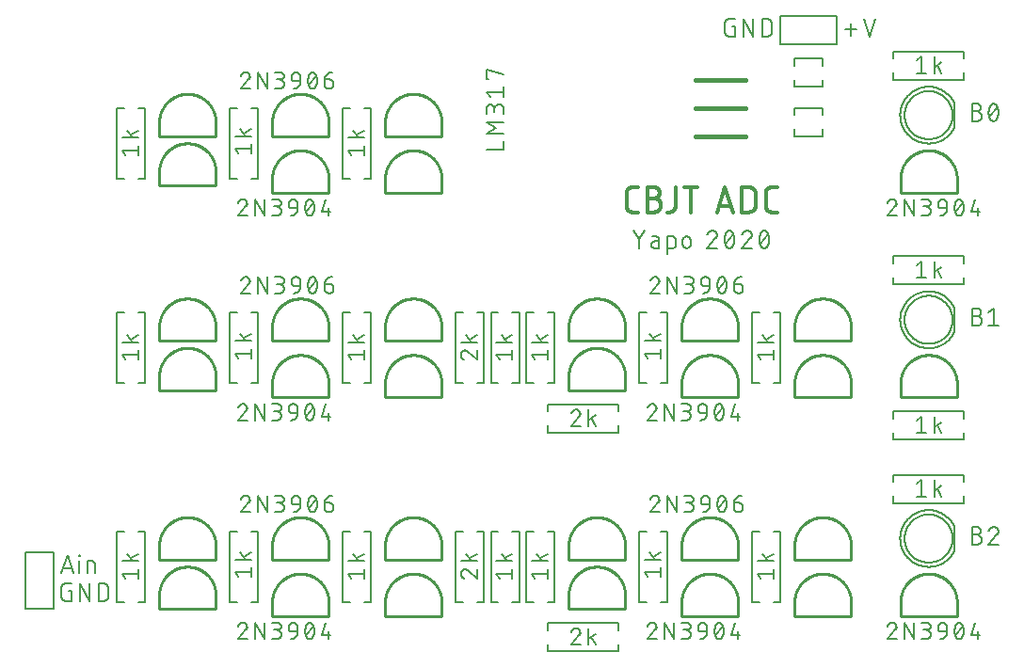
<source format=gto>
G04 EAGLE Gerber RS-274X export*
G75*
%MOMM*%
%FSLAX34Y34*%
%LPD*%
%INSilkscreen Top*%
%IPPOS*%
%AMOC8*
5,1,8,0,0,1.08239X$1,22.5*%
G01*
%ADD10C,0.203200*%
%ADD11C,0.304800*%
%ADD12C,0.254000*%
%ADD13C,0.127000*%
%ADD14C,0.406400*%


D10*
X109446Y110236D02*
X106172Y114328D01*
X120904Y114328D01*
X120904Y110236D02*
X120904Y118420D01*
X120904Y125633D02*
X106172Y125633D01*
X111083Y132181D02*
X115993Y125633D01*
X113947Y128498D02*
X120904Y132181D01*
X207772Y115598D02*
X211046Y111506D01*
X207772Y115598D02*
X222504Y115598D01*
X222504Y111506D02*
X222504Y119690D01*
X222504Y126903D02*
X207772Y126903D01*
X212683Y133451D02*
X217593Y126903D01*
X215547Y129768D02*
X222504Y133451D01*
X309372Y114328D02*
X312646Y110236D01*
X309372Y114328D02*
X324104Y114328D01*
X324104Y110236D02*
X324104Y118420D01*
X324104Y125633D02*
X309372Y125633D01*
X314283Y132181D02*
X319193Y125633D01*
X317147Y128498D02*
X324104Y132181D01*
X221290Y180975D02*
X221288Y181096D01*
X221282Y181216D01*
X221272Y181336D01*
X221258Y181456D01*
X221241Y181575D01*
X221219Y181694D01*
X221194Y181811D01*
X221165Y181928D01*
X221131Y182044D01*
X221095Y182159D01*
X221054Y182272D01*
X221010Y182384D01*
X220962Y182495D01*
X220910Y182604D01*
X220855Y182711D01*
X220797Y182817D01*
X220735Y182920D01*
X220669Y183021D01*
X220601Y183120D01*
X220529Y183217D01*
X220454Y183311D01*
X220376Y183403D01*
X220295Y183493D01*
X220211Y183579D01*
X220125Y183663D01*
X220035Y183744D01*
X219943Y183822D01*
X219849Y183897D01*
X219752Y183969D01*
X219653Y184037D01*
X219552Y184103D01*
X219449Y184165D01*
X219343Y184223D01*
X219236Y184278D01*
X219127Y184330D01*
X219016Y184378D01*
X218904Y184422D01*
X218791Y184463D01*
X218676Y184499D01*
X218560Y184533D01*
X218443Y184562D01*
X218326Y184587D01*
X218207Y184609D01*
X218088Y184626D01*
X217968Y184640D01*
X217848Y184650D01*
X217728Y184656D01*
X217607Y184658D01*
X217472Y184656D01*
X217337Y184650D01*
X217202Y184641D01*
X217067Y184627D01*
X216933Y184610D01*
X216799Y184589D01*
X216667Y184564D01*
X216534Y184535D01*
X216403Y184502D01*
X216273Y184466D01*
X216144Y184426D01*
X216016Y184382D01*
X215889Y184335D01*
X215764Y184284D01*
X215640Y184230D01*
X215518Y184172D01*
X215397Y184110D01*
X215279Y184045D01*
X215162Y183977D01*
X215047Y183906D01*
X214934Y183831D01*
X214824Y183753D01*
X214716Y183672D01*
X214610Y183588D01*
X214506Y183501D01*
X214405Y183410D01*
X214307Y183318D01*
X214212Y183222D01*
X214119Y183123D01*
X214029Y183022D01*
X213942Y182919D01*
X213858Y182813D01*
X213777Y182705D01*
X213699Y182594D01*
X213624Y182481D01*
X213553Y182366D01*
X213485Y182250D01*
X213420Y182131D01*
X213359Y182010D01*
X213301Y181888D01*
X213247Y181764D01*
X213196Y181639D01*
X213149Y181512D01*
X213105Y181384D01*
X220063Y178110D02*
X220151Y178197D01*
X220236Y178286D01*
X220319Y178377D01*
X220398Y178471D01*
X220475Y178568D01*
X220548Y178667D01*
X220618Y178768D01*
X220685Y178872D01*
X220749Y178977D01*
X220810Y179084D01*
X220867Y179193D01*
X220921Y179304D01*
X220971Y179417D01*
X221018Y179531D01*
X221061Y179646D01*
X221101Y179763D01*
X221137Y179881D01*
X221169Y179999D01*
X221197Y180119D01*
X221222Y180240D01*
X221243Y180361D01*
X221260Y180483D01*
X221274Y180606D01*
X221283Y180729D01*
X221289Y180852D01*
X221291Y180975D01*
X220063Y178110D02*
X213106Y169926D01*
X221290Y169926D01*
X228467Y169926D02*
X228467Y184658D01*
X236652Y169926D01*
X236652Y184658D01*
X243829Y169926D02*
X247921Y169926D01*
X248048Y169928D01*
X248175Y169934D01*
X248302Y169944D01*
X248429Y169958D01*
X248555Y169975D01*
X248680Y169997D01*
X248805Y170023D01*
X248929Y170052D01*
X249052Y170085D01*
X249173Y170122D01*
X249294Y170163D01*
X249413Y170208D01*
X249531Y170256D01*
X249647Y170308D01*
X249762Y170363D01*
X249874Y170422D01*
X249985Y170485D01*
X250094Y170551D01*
X250201Y170620D01*
X250306Y170693D01*
X250408Y170768D01*
X250508Y170847D01*
X250605Y170929D01*
X250700Y171014D01*
X250792Y171102D01*
X250881Y171193D01*
X250968Y171286D01*
X251051Y171382D01*
X251132Y171481D01*
X251209Y171582D01*
X251283Y171685D01*
X251354Y171791D01*
X251422Y171899D01*
X251486Y172009D01*
X251547Y172121D01*
X251604Y172234D01*
X251658Y172350D01*
X251708Y172467D01*
X251754Y172585D01*
X251797Y172705D01*
X251836Y172826D01*
X251871Y172949D01*
X251902Y173072D01*
X251930Y173196D01*
X251953Y173321D01*
X251973Y173447D01*
X251989Y173573D01*
X252001Y173700D01*
X252009Y173827D01*
X252013Y173954D01*
X252013Y174082D01*
X252009Y174209D01*
X252001Y174336D01*
X251989Y174463D01*
X251973Y174589D01*
X251953Y174715D01*
X251930Y174840D01*
X251902Y174964D01*
X251871Y175087D01*
X251836Y175210D01*
X251797Y175331D01*
X251754Y175451D01*
X251708Y175569D01*
X251658Y175686D01*
X251604Y175802D01*
X251547Y175915D01*
X251486Y176027D01*
X251422Y176137D01*
X251354Y176245D01*
X251283Y176351D01*
X251209Y176454D01*
X251132Y176555D01*
X251051Y176654D01*
X250968Y176750D01*
X250881Y176843D01*
X250792Y176934D01*
X250700Y177022D01*
X250605Y177107D01*
X250508Y177189D01*
X250408Y177268D01*
X250306Y177343D01*
X250201Y177416D01*
X250094Y177485D01*
X249985Y177551D01*
X249874Y177614D01*
X249762Y177673D01*
X249647Y177728D01*
X249531Y177780D01*
X249413Y177828D01*
X249294Y177873D01*
X249173Y177914D01*
X249052Y177951D01*
X248929Y177984D01*
X248805Y178013D01*
X248680Y178039D01*
X248555Y178061D01*
X248429Y178078D01*
X248302Y178092D01*
X248175Y178102D01*
X248048Y178108D01*
X247921Y178110D01*
X248739Y184658D02*
X243829Y184658D01*
X248739Y184658D02*
X248852Y184656D01*
X248965Y184650D01*
X249077Y184640D01*
X249190Y184627D01*
X249301Y184609D01*
X249412Y184588D01*
X249523Y184563D01*
X249632Y184534D01*
X249740Y184501D01*
X249847Y184465D01*
X249953Y184425D01*
X250057Y184381D01*
X250160Y184334D01*
X250261Y184283D01*
X250360Y184229D01*
X250457Y184171D01*
X250552Y184110D01*
X250645Y184046D01*
X250736Y183979D01*
X250824Y183908D01*
X250910Y183835D01*
X250993Y183758D01*
X251074Y183679D01*
X251152Y183597D01*
X251227Y183512D01*
X251299Y183425D01*
X251368Y183336D01*
X251433Y183244D01*
X251496Y183150D01*
X251555Y183054D01*
X251611Y182955D01*
X251664Y182855D01*
X251713Y182753D01*
X251758Y182650D01*
X251800Y182545D01*
X251838Y182439D01*
X251873Y182331D01*
X251904Y182222D01*
X251931Y182113D01*
X251954Y182002D01*
X251974Y181891D01*
X251989Y181779D01*
X252001Y181666D01*
X252009Y181553D01*
X252013Y181441D01*
X252013Y181327D01*
X252009Y181215D01*
X252001Y181102D01*
X251989Y180989D01*
X251974Y180877D01*
X251954Y180766D01*
X251931Y180655D01*
X251904Y180546D01*
X251873Y180437D01*
X251838Y180329D01*
X251800Y180223D01*
X251758Y180118D01*
X251713Y180015D01*
X251664Y179913D01*
X251611Y179813D01*
X251555Y179714D01*
X251496Y179618D01*
X251433Y179524D01*
X251368Y179432D01*
X251299Y179343D01*
X251227Y179256D01*
X251152Y179171D01*
X251074Y179089D01*
X250993Y179010D01*
X250910Y178933D01*
X250824Y178860D01*
X250736Y178789D01*
X250645Y178722D01*
X250552Y178658D01*
X250457Y178597D01*
X250360Y178539D01*
X250261Y178485D01*
X250160Y178434D01*
X250057Y178387D01*
X249953Y178343D01*
X249847Y178303D01*
X249740Y178267D01*
X249632Y178234D01*
X249523Y178205D01*
X249412Y178180D01*
X249301Y178159D01*
X249190Y178141D01*
X249077Y178128D01*
X248965Y178118D01*
X248852Y178112D01*
X248739Y178110D01*
X245465Y178110D01*
X261968Y176474D02*
X266879Y176474D01*
X261968Y176473D02*
X261856Y176475D01*
X261745Y176481D01*
X261633Y176490D01*
X261522Y176503D01*
X261412Y176521D01*
X261302Y176541D01*
X261193Y176566D01*
X261085Y176594D01*
X260978Y176626D01*
X260872Y176662D01*
X260767Y176701D01*
X260664Y176744D01*
X260562Y176790D01*
X260462Y176840D01*
X260363Y176893D01*
X260267Y176950D01*
X260172Y177009D01*
X260080Y177072D01*
X259990Y177138D01*
X259902Y177207D01*
X259816Y177279D01*
X259733Y177354D01*
X259653Y177432D01*
X259575Y177512D01*
X259500Y177595D01*
X259428Y177681D01*
X259359Y177769D01*
X259293Y177859D01*
X259230Y177951D01*
X259171Y178046D01*
X259114Y178142D01*
X259061Y178241D01*
X259011Y178341D01*
X258965Y178443D01*
X258922Y178546D01*
X258883Y178651D01*
X258847Y178757D01*
X258815Y178864D01*
X258787Y178972D01*
X258762Y179081D01*
X258742Y179191D01*
X258724Y179301D01*
X258711Y179412D01*
X258702Y179524D01*
X258696Y179635D01*
X258694Y179747D01*
X258694Y180566D01*
X258695Y180566D02*
X258697Y180693D01*
X258703Y180820D01*
X258713Y180947D01*
X258727Y181074D01*
X258744Y181200D01*
X258766Y181325D01*
X258792Y181450D01*
X258821Y181574D01*
X258854Y181697D01*
X258891Y181818D01*
X258932Y181939D01*
X258977Y182058D01*
X259025Y182176D01*
X259077Y182292D01*
X259132Y182407D01*
X259191Y182519D01*
X259254Y182630D01*
X259320Y182739D01*
X259389Y182846D01*
X259462Y182951D01*
X259537Y183053D01*
X259616Y183153D01*
X259698Y183250D01*
X259783Y183345D01*
X259871Y183437D01*
X259962Y183526D01*
X260055Y183613D01*
X260151Y183696D01*
X260250Y183777D01*
X260351Y183854D01*
X260454Y183928D01*
X260560Y183999D01*
X260668Y184067D01*
X260778Y184131D01*
X260890Y184192D01*
X261003Y184249D01*
X261119Y184303D01*
X261236Y184353D01*
X261354Y184399D01*
X261474Y184442D01*
X261595Y184481D01*
X261718Y184516D01*
X261841Y184547D01*
X261965Y184575D01*
X262090Y184598D01*
X262216Y184618D01*
X262342Y184634D01*
X262469Y184646D01*
X262596Y184654D01*
X262723Y184658D01*
X262851Y184658D01*
X262978Y184654D01*
X263105Y184646D01*
X263232Y184634D01*
X263358Y184618D01*
X263484Y184598D01*
X263609Y184575D01*
X263733Y184547D01*
X263856Y184516D01*
X263979Y184481D01*
X264100Y184442D01*
X264220Y184399D01*
X264338Y184353D01*
X264455Y184303D01*
X264571Y184249D01*
X264684Y184192D01*
X264796Y184131D01*
X264906Y184067D01*
X265014Y183999D01*
X265120Y183928D01*
X265223Y183854D01*
X265324Y183777D01*
X265423Y183696D01*
X265519Y183613D01*
X265612Y183526D01*
X265703Y183437D01*
X265791Y183345D01*
X265876Y183250D01*
X265958Y183153D01*
X266037Y183053D01*
X266112Y182951D01*
X266185Y182846D01*
X266254Y182739D01*
X266320Y182630D01*
X266383Y182519D01*
X266442Y182407D01*
X266497Y182292D01*
X266549Y182176D01*
X266597Y182058D01*
X266642Y181939D01*
X266683Y181818D01*
X266720Y181697D01*
X266753Y181574D01*
X266782Y181450D01*
X266808Y181325D01*
X266830Y181200D01*
X266847Y181074D01*
X266861Y180947D01*
X266871Y180820D01*
X266877Y180693D01*
X266879Y180566D01*
X266879Y176474D01*
X266877Y176313D01*
X266871Y176153D01*
X266861Y175992D01*
X266847Y175832D01*
X266830Y175672D01*
X266808Y175513D01*
X266783Y175355D01*
X266753Y175197D01*
X266720Y175039D01*
X266683Y174883D01*
X266642Y174728D01*
X266597Y174573D01*
X266549Y174420D01*
X266496Y174268D01*
X266440Y174117D01*
X266381Y173968D01*
X266317Y173820D01*
X266250Y173674D01*
X266180Y173530D01*
X266106Y173387D01*
X266028Y173246D01*
X265947Y173108D01*
X265863Y172971D01*
X265775Y172836D01*
X265685Y172704D01*
X265590Y172573D01*
X265493Y172445D01*
X265393Y172320D01*
X265289Y172197D01*
X265183Y172077D01*
X265073Y171959D01*
X264961Y171844D01*
X264846Y171732D01*
X264728Y171622D01*
X264608Y171516D01*
X264485Y171412D01*
X264360Y171312D01*
X264232Y171215D01*
X264101Y171120D01*
X263969Y171030D01*
X263834Y170942D01*
X263697Y170858D01*
X263558Y170777D01*
X263418Y170699D01*
X263275Y170625D01*
X263131Y170555D01*
X262984Y170488D01*
X262837Y170424D01*
X262688Y170365D01*
X262537Y170309D01*
X262385Y170256D01*
X262232Y170208D01*
X262077Y170163D01*
X261922Y170122D01*
X261766Y170085D01*
X261608Y170052D01*
X261450Y170022D01*
X261292Y169997D01*
X261133Y169975D01*
X260973Y169958D01*
X260813Y169944D01*
X260652Y169934D01*
X260492Y169928D01*
X260331Y169926D01*
X273560Y177292D02*
X273563Y177582D01*
X273574Y177871D01*
X273591Y178161D01*
X273615Y178450D01*
X273646Y178738D01*
X273684Y179025D01*
X273729Y179311D01*
X273781Y179597D01*
X273839Y179880D01*
X273904Y180163D01*
X273976Y180444D01*
X274055Y180723D01*
X274140Y181000D01*
X274232Y181274D01*
X274330Y181547D01*
X274435Y181817D01*
X274546Y182085D01*
X274664Y182350D01*
X274788Y182612D01*
X274824Y182713D01*
X274864Y182812D01*
X274908Y182910D01*
X274955Y183007D01*
X275006Y183102D01*
X275059Y183194D01*
X275117Y183285D01*
X275177Y183374D01*
X275240Y183461D01*
X275307Y183545D01*
X275376Y183627D01*
X275448Y183706D01*
X275523Y183783D01*
X275601Y183857D01*
X275681Y183929D01*
X275764Y183997D01*
X275849Y184062D01*
X275936Y184125D01*
X276025Y184184D01*
X276117Y184240D01*
X276210Y184293D01*
X276306Y184342D01*
X276403Y184388D01*
X276501Y184431D01*
X276601Y184470D01*
X276702Y184505D01*
X276805Y184537D01*
X276908Y184565D01*
X277013Y184590D01*
X277118Y184611D01*
X277224Y184628D01*
X277331Y184641D01*
X277438Y184650D01*
X277545Y184656D01*
X277652Y184658D01*
X277759Y184656D01*
X277866Y184650D01*
X277973Y184641D01*
X278080Y184628D01*
X278186Y184611D01*
X278291Y184590D01*
X278396Y184565D01*
X278499Y184537D01*
X278602Y184505D01*
X278703Y184470D01*
X278803Y184431D01*
X278901Y184388D01*
X278998Y184342D01*
X279094Y184293D01*
X279187Y184240D01*
X279279Y184184D01*
X279368Y184125D01*
X279455Y184062D01*
X279540Y183997D01*
X279623Y183929D01*
X279703Y183857D01*
X279781Y183783D01*
X279856Y183706D01*
X279928Y183627D01*
X279997Y183545D01*
X280064Y183461D01*
X280127Y183374D01*
X280187Y183285D01*
X280245Y183194D01*
X280298Y183102D01*
X280349Y183007D01*
X280396Y182910D01*
X280440Y182812D01*
X280480Y182713D01*
X280516Y182612D01*
X280517Y182612D02*
X280641Y182350D01*
X280759Y182085D01*
X280870Y181817D01*
X280975Y181547D01*
X281073Y181275D01*
X281165Y181000D01*
X281250Y180723D01*
X281329Y180444D01*
X281401Y180163D01*
X281466Y179880D01*
X281524Y179597D01*
X281576Y179311D01*
X281621Y179025D01*
X281659Y178738D01*
X281690Y178450D01*
X281714Y178161D01*
X281731Y177871D01*
X281742Y177582D01*
X281745Y177292D01*
X273561Y177292D02*
X273564Y177002D01*
X273575Y176713D01*
X273592Y176423D01*
X273616Y176134D01*
X273647Y175846D01*
X273685Y175559D01*
X273730Y175273D01*
X273782Y174988D01*
X273840Y174704D01*
X273905Y174421D01*
X273977Y174140D01*
X274056Y173862D01*
X274141Y173585D01*
X274233Y173310D01*
X274331Y173037D01*
X274436Y172767D01*
X274547Y172499D01*
X274665Y172234D01*
X274789Y171972D01*
X274788Y171972D02*
X274824Y171871D01*
X274864Y171772D01*
X274908Y171673D01*
X274955Y171577D01*
X275006Y171482D01*
X275059Y171390D01*
X275117Y171299D01*
X275177Y171210D01*
X275240Y171123D01*
X275307Y171039D01*
X275376Y170957D01*
X275448Y170878D01*
X275523Y170801D01*
X275601Y170727D01*
X275681Y170655D01*
X275764Y170587D01*
X275849Y170522D01*
X275936Y170459D01*
X276025Y170400D01*
X276117Y170344D01*
X276210Y170291D01*
X276306Y170242D01*
X276403Y170196D01*
X276501Y170153D01*
X276601Y170114D01*
X276702Y170079D01*
X276805Y170047D01*
X276908Y170019D01*
X277013Y169994D01*
X277118Y169973D01*
X277224Y169956D01*
X277331Y169943D01*
X277438Y169934D01*
X277545Y169928D01*
X277652Y169926D01*
X280516Y171972D02*
X280640Y172234D01*
X280758Y172499D01*
X280869Y172767D01*
X280974Y173037D01*
X281072Y173310D01*
X281164Y173584D01*
X281249Y173861D01*
X281328Y174140D01*
X281400Y174421D01*
X281465Y174704D01*
X281523Y174987D01*
X281575Y175273D01*
X281620Y175559D01*
X281658Y175846D01*
X281689Y176134D01*
X281713Y176423D01*
X281730Y176713D01*
X281741Y177002D01*
X281744Y177292D01*
X280516Y171972D02*
X280480Y171871D01*
X280440Y171772D01*
X280396Y171674D01*
X280349Y171577D01*
X280298Y171482D01*
X280245Y171390D01*
X280187Y171299D01*
X280127Y171210D01*
X280064Y171123D01*
X279997Y171039D01*
X279928Y170957D01*
X279856Y170878D01*
X279781Y170801D01*
X279703Y170727D01*
X279623Y170655D01*
X279540Y170587D01*
X279455Y170522D01*
X279368Y170459D01*
X279279Y170400D01*
X279187Y170344D01*
X279094Y170291D01*
X278998Y170242D01*
X278901Y170196D01*
X278803Y170153D01*
X278703Y170114D01*
X278602Y170079D01*
X278499Y170047D01*
X278396Y170019D01*
X278291Y169994D01*
X278186Y169973D01*
X278080Y169956D01*
X277973Y169943D01*
X277866Y169934D01*
X277759Y169928D01*
X277652Y169926D01*
X274379Y173200D02*
X280926Y181384D01*
X288426Y178110D02*
X293336Y178110D01*
X293336Y178111D02*
X293448Y178109D01*
X293559Y178103D01*
X293671Y178094D01*
X293782Y178081D01*
X293892Y178063D01*
X294002Y178043D01*
X294111Y178018D01*
X294219Y177990D01*
X294326Y177958D01*
X294432Y177922D01*
X294537Y177883D01*
X294640Y177840D01*
X294742Y177794D01*
X294842Y177744D01*
X294941Y177691D01*
X295037Y177634D01*
X295132Y177575D01*
X295224Y177512D01*
X295314Y177446D01*
X295402Y177377D01*
X295488Y177305D01*
X295571Y177230D01*
X295651Y177152D01*
X295729Y177072D01*
X295804Y176989D01*
X295876Y176903D01*
X295945Y176815D01*
X296011Y176725D01*
X296074Y176633D01*
X296133Y176538D01*
X296190Y176442D01*
X296243Y176343D01*
X296293Y176243D01*
X296339Y176141D01*
X296382Y176038D01*
X296421Y175933D01*
X296457Y175827D01*
X296489Y175720D01*
X296517Y175612D01*
X296542Y175503D01*
X296562Y175393D01*
X296580Y175283D01*
X296593Y175172D01*
X296602Y175060D01*
X296608Y174949D01*
X296610Y174837D01*
X296610Y174018D01*
X296608Y173891D01*
X296602Y173764D01*
X296592Y173637D01*
X296578Y173510D01*
X296561Y173384D01*
X296539Y173259D01*
X296513Y173134D01*
X296484Y173010D01*
X296451Y172887D01*
X296414Y172766D01*
X296373Y172645D01*
X296328Y172526D01*
X296280Y172408D01*
X296228Y172292D01*
X296173Y172177D01*
X296114Y172065D01*
X296051Y171954D01*
X295985Y171845D01*
X295916Y171738D01*
X295843Y171633D01*
X295768Y171531D01*
X295689Y171431D01*
X295607Y171334D01*
X295522Y171239D01*
X295434Y171147D01*
X295343Y171058D01*
X295250Y170971D01*
X295154Y170888D01*
X295055Y170807D01*
X294954Y170730D01*
X294851Y170656D01*
X294745Y170585D01*
X294637Y170517D01*
X294527Y170453D01*
X294415Y170392D01*
X294302Y170335D01*
X294186Y170281D01*
X294069Y170231D01*
X293951Y170185D01*
X293831Y170142D01*
X293710Y170103D01*
X293587Y170068D01*
X293464Y170037D01*
X293340Y170009D01*
X293215Y169986D01*
X293089Y169966D01*
X292963Y169950D01*
X292836Y169938D01*
X292709Y169930D01*
X292582Y169926D01*
X292454Y169926D01*
X292327Y169930D01*
X292200Y169938D01*
X292073Y169950D01*
X291947Y169966D01*
X291821Y169986D01*
X291696Y170009D01*
X291572Y170037D01*
X291449Y170068D01*
X291326Y170103D01*
X291205Y170142D01*
X291085Y170185D01*
X290967Y170231D01*
X290850Y170281D01*
X290734Y170335D01*
X290621Y170392D01*
X290509Y170453D01*
X290399Y170517D01*
X290291Y170585D01*
X290185Y170656D01*
X290082Y170730D01*
X289981Y170807D01*
X289882Y170888D01*
X289786Y170971D01*
X289693Y171058D01*
X289602Y171147D01*
X289514Y171239D01*
X289429Y171334D01*
X289347Y171431D01*
X289268Y171531D01*
X289193Y171633D01*
X289120Y171738D01*
X289051Y171845D01*
X288985Y171954D01*
X288922Y172065D01*
X288863Y172177D01*
X288808Y172292D01*
X288756Y172408D01*
X288708Y172526D01*
X288663Y172645D01*
X288622Y172766D01*
X288585Y172887D01*
X288552Y173010D01*
X288523Y173134D01*
X288497Y173259D01*
X288475Y173384D01*
X288458Y173510D01*
X288444Y173637D01*
X288434Y173764D01*
X288428Y173891D01*
X288426Y174018D01*
X288426Y178110D01*
X288425Y178110D02*
X288427Y178271D01*
X288433Y178431D01*
X288443Y178592D01*
X288457Y178752D01*
X288474Y178912D01*
X288496Y179071D01*
X288521Y179229D01*
X288551Y179387D01*
X288584Y179545D01*
X288621Y179701D01*
X288662Y179856D01*
X288707Y180011D01*
X288755Y180164D01*
X288808Y180316D01*
X288864Y180467D01*
X288923Y180616D01*
X288987Y180764D01*
X289054Y180910D01*
X289124Y181054D01*
X289198Y181197D01*
X289276Y181337D01*
X289357Y181476D01*
X289441Y181613D01*
X289529Y181748D01*
X289619Y181880D01*
X289714Y182011D01*
X289811Y182139D01*
X289911Y182264D01*
X290015Y182387D01*
X290121Y182507D01*
X290231Y182625D01*
X290343Y182740D01*
X290458Y182852D01*
X290576Y182962D01*
X290696Y183068D01*
X290819Y183172D01*
X290944Y183272D01*
X291072Y183369D01*
X291203Y183464D01*
X291335Y183554D01*
X291470Y183642D01*
X291607Y183726D01*
X291745Y183807D01*
X291886Y183885D01*
X292029Y183959D01*
X292173Y184029D01*
X292319Y184096D01*
X292467Y184160D01*
X292616Y184219D01*
X292767Y184275D01*
X292919Y184328D01*
X293072Y184376D01*
X293227Y184421D01*
X293382Y184462D01*
X293538Y184499D01*
X293696Y184532D01*
X293854Y184562D01*
X294012Y184587D01*
X294171Y184609D01*
X294331Y184626D01*
X294491Y184640D01*
X294652Y184650D01*
X294812Y184656D01*
X294973Y184658D01*
X215067Y70358D02*
X215188Y70356D01*
X215308Y70350D01*
X215428Y70340D01*
X215548Y70326D01*
X215667Y70309D01*
X215786Y70287D01*
X215903Y70262D01*
X216020Y70233D01*
X216136Y70199D01*
X216251Y70163D01*
X216364Y70122D01*
X216476Y70078D01*
X216587Y70030D01*
X216696Y69978D01*
X216803Y69923D01*
X216909Y69865D01*
X217012Y69803D01*
X217113Y69737D01*
X217212Y69669D01*
X217309Y69597D01*
X217403Y69522D01*
X217495Y69444D01*
X217585Y69363D01*
X217671Y69279D01*
X217755Y69193D01*
X217836Y69103D01*
X217914Y69011D01*
X217989Y68917D01*
X218061Y68820D01*
X218129Y68721D01*
X218195Y68620D01*
X218257Y68517D01*
X218315Y68411D01*
X218370Y68304D01*
X218422Y68195D01*
X218470Y68084D01*
X218514Y67972D01*
X218555Y67859D01*
X218591Y67744D01*
X218625Y67628D01*
X218654Y67511D01*
X218679Y67394D01*
X218701Y67275D01*
X218718Y67156D01*
X218732Y67036D01*
X218742Y66916D01*
X218748Y66796D01*
X218750Y66675D01*
X215067Y70358D02*
X214932Y70356D01*
X214797Y70350D01*
X214662Y70341D01*
X214527Y70327D01*
X214393Y70310D01*
X214259Y70289D01*
X214127Y70264D01*
X213994Y70235D01*
X213863Y70202D01*
X213733Y70166D01*
X213604Y70126D01*
X213476Y70082D01*
X213349Y70035D01*
X213224Y69984D01*
X213100Y69930D01*
X212978Y69872D01*
X212857Y69810D01*
X212739Y69745D01*
X212622Y69677D01*
X212507Y69606D01*
X212394Y69531D01*
X212284Y69453D01*
X212176Y69372D01*
X212070Y69288D01*
X211966Y69201D01*
X211865Y69110D01*
X211767Y69018D01*
X211672Y68922D01*
X211579Y68823D01*
X211489Y68722D01*
X211402Y68619D01*
X211318Y68513D01*
X211237Y68405D01*
X211159Y68294D01*
X211084Y68181D01*
X211013Y68066D01*
X210945Y67950D01*
X210880Y67831D01*
X210819Y67710D01*
X210761Y67588D01*
X210707Y67464D01*
X210656Y67339D01*
X210609Y67212D01*
X210565Y67084D01*
X217523Y63810D02*
X217611Y63897D01*
X217696Y63986D01*
X217779Y64077D01*
X217858Y64171D01*
X217935Y64268D01*
X218008Y64367D01*
X218078Y64468D01*
X218145Y64572D01*
X218209Y64677D01*
X218270Y64784D01*
X218327Y64893D01*
X218381Y65004D01*
X218431Y65117D01*
X218478Y65231D01*
X218521Y65346D01*
X218561Y65463D01*
X218597Y65581D01*
X218629Y65699D01*
X218657Y65819D01*
X218682Y65940D01*
X218703Y66061D01*
X218720Y66183D01*
X218734Y66306D01*
X218743Y66429D01*
X218749Y66552D01*
X218751Y66675D01*
X217523Y63810D02*
X210566Y55626D01*
X218750Y55626D01*
X225927Y55626D02*
X225927Y70358D01*
X234112Y55626D01*
X234112Y70358D01*
X241289Y55626D02*
X245381Y55626D01*
X245508Y55628D01*
X245635Y55634D01*
X245762Y55644D01*
X245889Y55658D01*
X246015Y55675D01*
X246140Y55697D01*
X246265Y55723D01*
X246389Y55752D01*
X246512Y55785D01*
X246633Y55822D01*
X246754Y55863D01*
X246873Y55908D01*
X246991Y55956D01*
X247107Y56008D01*
X247222Y56063D01*
X247334Y56122D01*
X247445Y56185D01*
X247554Y56251D01*
X247661Y56320D01*
X247766Y56393D01*
X247868Y56468D01*
X247968Y56547D01*
X248065Y56629D01*
X248160Y56714D01*
X248252Y56802D01*
X248341Y56893D01*
X248428Y56986D01*
X248511Y57082D01*
X248592Y57181D01*
X248669Y57282D01*
X248743Y57385D01*
X248814Y57491D01*
X248882Y57599D01*
X248946Y57709D01*
X249007Y57821D01*
X249064Y57934D01*
X249118Y58050D01*
X249168Y58167D01*
X249214Y58285D01*
X249257Y58405D01*
X249296Y58526D01*
X249331Y58649D01*
X249362Y58772D01*
X249390Y58896D01*
X249413Y59021D01*
X249433Y59147D01*
X249449Y59273D01*
X249461Y59400D01*
X249469Y59527D01*
X249473Y59654D01*
X249473Y59782D01*
X249469Y59909D01*
X249461Y60036D01*
X249449Y60163D01*
X249433Y60289D01*
X249413Y60415D01*
X249390Y60540D01*
X249362Y60664D01*
X249331Y60787D01*
X249296Y60910D01*
X249257Y61031D01*
X249214Y61151D01*
X249168Y61269D01*
X249118Y61386D01*
X249064Y61502D01*
X249007Y61615D01*
X248946Y61727D01*
X248882Y61837D01*
X248814Y61945D01*
X248743Y62051D01*
X248669Y62154D01*
X248592Y62255D01*
X248511Y62354D01*
X248428Y62450D01*
X248341Y62543D01*
X248252Y62634D01*
X248160Y62722D01*
X248065Y62807D01*
X247968Y62889D01*
X247868Y62968D01*
X247766Y63043D01*
X247661Y63116D01*
X247554Y63185D01*
X247445Y63251D01*
X247334Y63314D01*
X247222Y63373D01*
X247107Y63428D01*
X246991Y63480D01*
X246873Y63528D01*
X246754Y63573D01*
X246633Y63614D01*
X246512Y63651D01*
X246389Y63684D01*
X246265Y63713D01*
X246140Y63739D01*
X246015Y63761D01*
X245889Y63778D01*
X245762Y63792D01*
X245635Y63802D01*
X245508Y63808D01*
X245381Y63810D01*
X246199Y70358D02*
X241289Y70358D01*
X246199Y70358D02*
X246312Y70356D01*
X246425Y70350D01*
X246537Y70340D01*
X246650Y70327D01*
X246761Y70309D01*
X246872Y70288D01*
X246983Y70263D01*
X247092Y70234D01*
X247200Y70201D01*
X247307Y70165D01*
X247413Y70125D01*
X247517Y70081D01*
X247620Y70034D01*
X247721Y69983D01*
X247820Y69929D01*
X247917Y69871D01*
X248012Y69810D01*
X248105Y69746D01*
X248196Y69679D01*
X248284Y69608D01*
X248370Y69535D01*
X248453Y69458D01*
X248534Y69379D01*
X248612Y69297D01*
X248687Y69212D01*
X248759Y69125D01*
X248828Y69036D01*
X248893Y68944D01*
X248956Y68850D01*
X249015Y68754D01*
X249071Y68655D01*
X249124Y68555D01*
X249173Y68453D01*
X249218Y68350D01*
X249260Y68245D01*
X249298Y68139D01*
X249333Y68031D01*
X249364Y67922D01*
X249391Y67813D01*
X249414Y67702D01*
X249434Y67591D01*
X249449Y67479D01*
X249461Y67366D01*
X249469Y67253D01*
X249473Y67141D01*
X249473Y67027D01*
X249469Y66915D01*
X249461Y66802D01*
X249449Y66689D01*
X249434Y66577D01*
X249414Y66466D01*
X249391Y66355D01*
X249364Y66246D01*
X249333Y66137D01*
X249298Y66029D01*
X249260Y65923D01*
X249218Y65818D01*
X249173Y65715D01*
X249124Y65613D01*
X249071Y65513D01*
X249015Y65414D01*
X248956Y65318D01*
X248893Y65224D01*
X248828Y65132D01*
X248759Y65043D01*
X248687Y64956D01*
X248612Y64871D01*
X248534Y64789D01*
X248453Y64710D01*
X248370Y64633D01*
X248284Y64560D01*
X248196Y64489D01*
X248105Y64422D01*
X248012Y64358D01*
X247917Y64297D01*
X247820Y64239D01*
X247721Y64185D01*
X247620Y64134D01*
X247517Y64087D01*
X247413Y64043D01*
X247307Y64003D01*
X247200Y63967D01*
X247092Y63934D01*
X246983Y63905D01*
X246872Y63880D01*
X246761Y63859D01*
X246650Y63841D01*
X246537Y63828D01*
X246425Y63818D01*
X246312Y63812D01*
X246199Y63810D01*
X242925Y63810D01*
X259428Y62174D02*
X264339Y62174D01*
X259428Y62173D02*
X259316Y62175D01*
X259205Y62181D01*
X259093Y62190D01*
X258982Y62203D01*
X258872Y62221D01*
X258762Y62241D01*
X258653Y62266D01*
X258545Y62294D01*
X258438Y62326D01*
X258332Y62362D01*
X258227Y62401D01*
X258124Y62444D01*
X258022Y62490D01*
X257922Y62540D01*
X257823Y62593D01*
X257727Y62650D01*
X257632Y62709D01*
X257540Y62772D01*
X257450Y62838D01*
X257362Y62907D01*
X257276Y62979D01*
X257193Y63054D01*
X257113Y63132D01*
X257035Y63212D01*
X256960Y63295D01*
X256888Y63381D01*
X256819Y63469D01*
X256753Y63559D01*
X256690Y63651D01*
X256631Y63746D01*
X256574Y63842D01*
X256521Y63941D01*
X256471Y64041D01*
X256425Y64143D01*
X256382Y64246D01*
X256343Y64351D01*
X256307Y64457D01*
X256275Y64564D01*
X256247Y64672D01*
X256222Y64781D01*
X256202Y64891D01*
X256184Y65001D01*
X256171Y65112D01*
X256162Y65224D01*
X256156Y65335D01*
X256154Y65447D01*
X256154Y66266D01*
X256155Y66266D02*
X256157Y66393D01*
X256163Y66520D01*
X256173Y66647D01*
X256187Y66774D01*
X256204Y66900D01*
X256226Y67025D01*
X256252Y67150D01*
X256281Y67274D01*
X256314Y67397D01*
X256351Y67518D01*
X256392Y67639D01*
X256437Y67758D01*
X256485Y67876D01*
X256537Y67992D01*
X256592Y68107D01*
X256651Y68219D01*
X256714Y68330D01*
X256780Y68439D01*
X256849Y68546D01*
X256922Y68651D01*
X256997Y68753D01*
X257076Y68853D01*
X257158Y68950D01*
X257243Y69045D01*
X257331Y69137D01*
X257422Y69226D01*
X257515Y69313D01*
X257611Y69396D01*
X257710Y69477D01*
X257811Y69554D01*
X257914Y69628D01*
X258020Y69699D01*
X258128Y69767D01*
X258238Y69831D01*
X258350Y69892D01*
X258463Y69949D01*
X258579Y70003D01*
X258696Y70053D01*
X258814Y70099D01*
X258934Y70142D01*
X259055Y70181D01*
X259178Y70216D01*
X259301Y70247D01*
X259425Y70275D01*
X259550Y70298D01*
X259676Y70318D01*
X259802Y70334D01*
X259929Y70346D01*
X260056Y70354D01*
X260183Y70358D01*
X260311Y70358D01*
X260438Y70354D01*
X260565Y70346D01*
X260692Y70334D01*
X260818Y70318D01*
X260944Y70298D01*
X261069Y70275D01*
X261193Y70247D01*
X261316Y70216D01*
X261439Y70181D01*
X261560Y70142D01*
X261680Y70099D01*
X261798Y70053D01*
X261915Y70003D01*
X262031Y69949D01*
X262144Y69892D01*
X262256Y69831D01*
X262366Y69767D01*
X262474Y69699D01*
X262580Y69628D01*
X262683Y69554D01*
X262784Y69477D01*
X262883Y69396D01*
X262979Y69313D01*
X263072Y69226D01*
X263163Y69137D01*
X263251Y69045D01*
X263336Y68950D01*
X263418Y68853D01*
X263497Y68753D01*
X263572Y68651D01*
X263645Y68546D01*
X263714Y68439D01*
X263780Y68330D01*
X263843Y68219D01*
X263902Y68107D01*
X263957Y67992D01*
X264009Y67876D01*
X264057Y67758D01*
X264102Y67639D01*
X264143Y67518D01*
X264180Y67397D01*
X264213Y67274D01*
X264242Y67150D01*
X264268Y67025D01*
X264290Y66900D01*
X264307Y66774D01*
X264321Y66647D01*
X264331Y66520D01*
X264337Y66393D01*
X264339Y66266D01*
X264339Y62174D01*
X264337Y62013D01*
X264331Y61853D01*
X264321Y61692D01*
X264307Y61532D01*
X264290Y61372D01*
X264268Y61213D01*
X264243Y61055D01*
X264213Y60897D01*
X264180Y60739D01*
X264143Y60583D01*
X264102Y60428D01*
X264057Y60273D01*
X264009Y60120D01*
X263956Y59968D01*
X263900Y59817D01*
X263841Y59668D01*
X263777Y59520D01*
X263710Y59374D01*
X263640Y59230D01*
X263566Y59087D01*
X263488Y58946D01*
X263407Y58808D01*
X263323Y58671D01*
X263235Y58536D01*
X263145Y58404D01*
X263050Y58273D01*
X262953Y58145D01*
X262853Y58020D01*
X262749Y57897D01*
X262643Y57777D01*
X262533Y57659D01*
X262421Y57544D01*
X262306Y57432D01*
X262188Y57322D01*
X262068Y57216D01*
X261945Y57112D01*
X261820Y57012D01*
X261692Y56915D01*
X261561Y56820D01*
X261429Y56730D01*
X261294Y56642D01*
X261157Y56558D01*
X261018Y56477D01*
X260878Y56399D01*
X260735Y56325D01*
X260591Y56255D01*
X260444Y56188D01*
X260297Y56124D01*
X260148Y56065D01*
X259997Y56009D01*
X259845Y55956D01*
X259692Y55908D01*
X259537Y55863D01*
X259382Y55822D01*
X259226Y55785D01*
X259068Y55752D01*
X258910Y55722D01*
X258752Y55697D01*
X258593Y55675D01*
X258433Y55658D01*
X258273Y55644D01*
X258112Y55634D01*
X257952Y55628D01*
X257791Y55626D01*
X271020Y62992D02*
X271023Y63282D01*
X271034Y63571D01*
X271051Y63861D01*
X271075Y64150D01*
X271106Y64438D01*
X271144Y64725D01*
X271189Y65011D01*
X271241Y65297D01*
X271299Y65580D01*
X271364Y65863D01*
X271436Y66144D01*
X271515Y66423D01*
X271600Y66700D01*
X271692Y66974D01*
X271790Y67247D01*
X271895Y67517D01*
X272006Y67785D01*
X272124Y68050D01*
X272248Y68312D01*
X272284Y68413D01*
X272324Y68512D01*
X272368Y68610D01*
X272415Y68707D01*
X272466Y68802D01*
X272519Y68894D01*
X272577Y68985D01*
X272637Y69074D01*
X272700Y69161D01*
X272767Y69245D01*
X272836Y69327D01*
X272908Y69406D01*
X272983Y69483D01*
X273061Y69557D01*
X273141Y69629D01*
X273224Y69697D01*
X273309Y69762D01*
X273396Y69825D01*
X273485Y69884D01*
X273577Y69940D01*
X273670Y69993D01*
X273766Y70042D01*
X273863Y70088D01*
X273961Y70131D01*
X274061Y70170D01*
X274162Y70205D01*
X274265Y70237D01*
X274368Y70265D01*
X274473Y70290D01*
X274578Y70311D01*
X274684Y70328D01*
X274791Y70341D01*
X274898Y70350D01*
X275005Y70356D01*
X275112Y70358D01*
X275219Y70356D01*
X275326Y70350D01*
X275433Y70341D01*
X275540Y70328D01*
X275646Y70311D01*
X275751Y70290D01*
X275856Y70265D01*
X275959Y70237D01*
X276062Y70205D01*
X276163Y70170D01*
X276263Y70131D01*
X276361Y70088D01*
X276458Y70042D01*
X276554Y69993D01*
X276647Y69940D01*
X276739Y69884D01*
X276828Y69825D01*
X276915Y69762D01*
X277000Y69697D01*
X277083Y69629D01*
X277163Y69557D01*
X277241Y69483D01*
X277316Y69406D01*
X277388Y69327D01*
X277457Y69245D01*
X277524Y69161D01*
X277587Y69074D01*
X277647Y68985D01*
X277705Y68894D01*
X277758Y68802D01*
X277809Y68707D01*
X277856Y68610D01*
X277900Y68512D01*
X277940Y68413D01*
X277976Y68312D01*
X277977Y68312D02*
X278101Y68050D01*
X278219Y67785D01*
X278330Y67517D01*
X278435Y67247D01*
X278533Y66975D01*
X278625Y66700D01*
X278710Y66423D01*
X278789Y66144D01*
X278861Y65863D01*
X278926Y65580D01*
X278984Y65297D01*
X279036Y65011D01*
X279081Y64725D01*
X279119Y64438D01*
X279150Y64150D01*
X279174Y63861D01*
X279191Y63571D01*
X279202Y63282D01*
X279205Y62992D01*
X271021Y62992D02*
X271024Y62702D01*
X271035Y62413D01*
X271052Y62123D01*
X271076Y61834D01*
X271107Y61546D01*
X271145Y61259D01*
X271190Y60973D01*
X271242Y60688D01*
X271300Y60404D01*
X271365Y60121D01*
X271437Y59840D01*
X271516Y59562D01*
X271601Y59285D01*
X271693Y59010D01*
X271791Y58737D01*
X271896Y58467D01*
X272007Y58199D01*
X272125Y57934D01*
X272249Y57672D01*
X272248Y57672D02*
X272284Y57571D01*
X272324Y57472D01*
X272368Y57373D01*
X272415Y57277D01*
X272466Y57182D01*
X272519Y57090D01*
X272577Y56999D01*
X272637Y56910D01*
X272700Y56823D01*
X272767Y56739D01*
X272836Y56657D01*
X272908Y56578D01*
X272983Y56501D01*
X273061Y56427D01*
X273141Y56355D01*
X273224Y56287D01*
X273309Y56222D01*
X273396Y56159D01*
X273485Y56100D01*
X273577Y56044D01*
X273670Y55991D01*
X273766Y55942D01*
X273863Y55896D01*
X273961Y55853D01*
X274061Y55814D01*
X274162Y55779D01*
X274265Y55747D01*
X274368Y55719D01*
X274473Y55694D01*
X274578Y55673D01*
X274684Y55656D01*
X274791Y55643D01*
X274898Y55634D01*
X275005Y55628D01*
X275112Y55626D01*
X277976Y57672D02*
X278100Y57934D01*
X278218Y58199D01*
X278329Y58467D01*
X278434Y58737D01*
X278532Y59010D01*
X278624Y59284D01*
X278709Y59561D01*
X278788Y59840D01*
X278860Y60121D01*
X278925Y60404D01*
X278983Y60687D01*
X279035Y60973D01*
X279080Y61259D01*
X279118Y61546D01*
X279149Y61834D01*
X279173Y62123D01*
X279190Y62413D01*
X279201Y62702D01*
X279204Y62992D01*
X277976Y57672D02*
X277940Y57571D01*
X277900Y57472D01*
X277856Y57374D01*
X277809Y57277D01*
X277758Y57182D01*
X277705Y57090D01*
X277647Y56999D01*
X277587Y56910D01*
X277524Y56823D01*
X277457Y56739D01*
X277388Y56657D01*
X277316Y56578D01*
X277241Y56501D01*
X277163Y56427D01*
X277083Y56355D01*
X277000Y56287D01*
X276915Y56222D01*
X276828Y56159D01*
X276739Y56100D01*
X276647Y56044D01*
X276554Y55991D01*
X276458Y55942D01*
X276361Y55896D01*
X276263Y55853D01*
X276163Y55814D01*
X276062Y55779D01*
X275959Y55747D01*
X275856Y55719D01*
X275751Y55694D01*
X275646Y55673D01*
X275540Y55656D01*
X275433Y55643D01*
X275326Y55634D01*
X275219Y55628D01*
X275112Y55626D01*
X271839Y58900D02*
X278386Y67084D01*
X285886Y58900D02*
X289160Y70358D01*
X285886Y58900D02*
X294070Y58900D01*
X291615Y62174D02*
X291615Y55626D01*
X474472Y114328D02*
X477746Y110236D01*
X474472Y114328D02*
X489204Y114328D01*
X489204Y110236D02*
X489204Y118420D01*
X489204Y125633D02*
X474472Y125633D01*
X479383Y132181D02*
X484293Y125633D01*
X482247Y128498D02*
X489204Y132181D01*
X576072Y115598D02*
X579346Y111506D01*
X576072Y115598D02*
X590804Y115598D01*
X590804Y111506D02*
X590804Y119690D01*
X590804Y126903D02*
X576072Y126903D01*
X580983Y133451D02*
X585893Y126903D01*
X583847Y129768D02*
X590804Y133451D01*
X677672Y114328D02*
X680946Y110236D01*
X677672Y114328D02*
X692404Y114328D01*
X692404Y110236D02*
X692404Y118420D01*
X692404Y125633D02*
X677672Y125633D01*
X682583Y132181D02*
X687493Y125633D01*
X685447Y128498D02*
X692404Y132181D01*
X589590Y180975D02*
X589588Y181096D01*
X589582Y181216D01*
X589572Y181336D01*
X589558Y181456D01*
X589541Y181575D01*
X589519Y181694D01*
X589494Y181811D01*
X589465Y181928D01*
X589431Y182044D01*
X589395Y182159D01*
X589354Y182272D01*
X589310Y182384D01*
X589262Y182495D01*
X589210Y182604D01*
X589155Y182711D01*
X589097Y182817D01*
X589035Y182920D01*
X588969Y183021D01*
X588901Y183120D01*
X588829Y183217D01*
X588754Y183311D01*
X588676Y183403D01*
X588595Y183493D01*
X588511Y183579D01*
X588425Y183663D01*
X588335Y183744D01*
X588243Y183822D01*
X588149Y183897D01*
X588052Y183969D01*
X587953Y184037D01*
X587852Y184103D01*
X587749Y184165D01*
X587643Y184223D01*
X587536Y184278D01*
X587427Y184330D01*
X587316Y184378D01*
X587204Y184422D01*
X587091Y184463D01*
X586976Y184499D01*
X586860Y184533D01*
X586743Y184562D01*
X586626Y184587D01*
X586507Y184609D01*
X586388Y184626D01*
X586268Y184640D01*
X586148Y184650D01*
X586028Y184656D01*
X585907Y184658D01*
X585772Y184656D01*
X585637Y184650D01*
X585502Y184641D01*
X585367Y184627D01*
X585233Y184610D01*
X585099Y184589D01*
X584967Y184564D01*
X584834Y184535D01*
X584703Y184502D01*
X584573Y184466D01*
X584444Y184426D01*
X584316Y184382D01*
X584189Y184335D01*
X584064Y184284D01*
X583940Y184230D01*
X583818Y184172D01*
X583697Y184110D01*
X583579Y184045D01*
X583462Y183977D01*
X583347Y183906D01*
X583234Y183831D01*
X583124Y183753D01*
X583016Y183672D01*
X582910Y183588D01*
X582806Y183501D01*
X582705Y183410D01*
X582607Y183318D01*
X582512Y183222D01*
X582419Y183123D01*
X582329Y183022D01*
X582242Y182919D01*
X582158Y182813D01*
X582077Y182705D01*
X581999Y182594D01*
X581924Y182481D01*
X581853Y182366D01*
X581785Y182250D01*
X581720Y182131D01*
X581659Y182010D01*
X581601Y181888D01*
X581547Y181764D01*
X581496Y181639D01*
X581449Y181512D01*
X581405Y181384D01*
X588363Y178110D02*
X588451Y178197D01*
X588536Y178286D01*
X588619Y178377D01*
X588698Y178471D01*
X588775Y178568D01*
X588848Y178667D01*
X588918Y178768D01*
X588985Y178872D01*
X589049Y178977D01*
X589110Y179084D01*
X589167Y179193D01*
X589221Y179304D01*
X589271Y179417D01*
X589318Y179531D01*
X589361Y179646D01*
X589401Y179763D01*
X589437Y179881D01*
X589469Y179999D01*
X589497Y180119D01*
X589522Y180240D01*
X589543Y180361D01*
X589560Y180483D01*
X589574Y180606D01*
X589583Y180729D01*
X589589Y180852D01*
X589591Y180975D01*
X588363Y178110D02*
X581406Y169926D01*
X589590Y169926D01*
X596767Y169926D02*
X596767Y184658D01*
X604952Y169926D01*
X604952Y184658D01*
X612129Y169926D02*
X616221Y169926D01*
X616348Y169928D01*
X616475Y169934D01*
X616602Y169944D01*
X616729Y169958D01*
X616855Y169975D01*
X616980Y169997D01*
X617105Y170023D01*
X617229Y170052D01*
X617352Y170085D01*
X617473Y170122D01*
X617594Y170163D01*
X617713Y170208D01*
X617831Y170256D01*
X617947Y170308D01*
X618062Y170363D01*
X618174Y170422D01*
X618285Y170485D01*
X618394Y170551D01*
X618501Y170620D01*
X618606Y170693D01*
X618708Y170768D01*
X618808Y170847D01*
X618905Y170929D01*
X619000Y171014D01*
X619092Y171102D01*
X619181Y171193D01*
X619268Y171286D01*
X619351Y171382D01*
X619432Y171481D01*
X619509Y171582D01*
X619583Y171685D01*
X619654Y171791D01*
X619722Y171899D01*
X619786Y172009D01*
X619847Y172121D01*
X619904Y172234D01*
X619958Y172350D01*
X620008Y172467D01*
X620054Y172585D01*
X620097Y172705D01*
X620136Y172826D01*
X620171Y172949D01*
X620202Y173072D01*
X620230Y173196D01*
X620253Y173321D01*
X620273Y173447D01*
X620289Y173573D01*
X620301Y173700D01*
X620309Y173827D01*
X620313Y173954D01*
X620313Y174082D01*
X620309Y174209D01*
X620301Y174336D01*
X620289Y174463D01*
X620273Y174589D01*
X620253Y174715D01*
X620230Y174840D01*
X620202Y174964D01*
X620171Y175087D01*
X620136Y175210D01*
X620097Y175331D01*
X620054Y175451D01*
X620008Y175569D01*
X619958Y175686D01*
X619904Y175802D01*
X619847Y175915D01*
X619786Y176027D01*
X619722Y176137D01*
X619654Y176245D01*
X619583Y176351D01*
X619509Y176454D01*
X619432Y176555D01*
X619351Y176654D01*
X619268Y176750D01*
X619181Y176843D01*
X619092Y176934D01*
X619000Y177022D01*
X618905Y177107D01*
X618808Y177189D01*
X618708Y177268D01*
X618606Y177343D01*
X618501Y177416D01*
X618394Y177485D01*
X618285Y177551D01*
X618174Y177614D01*
X618062Y177673D01*
X617947Y177728D01*
X617831Y177780D01*
X617713Y177828D01*
X617594Y177873D01*
X617473Y177914D01*
X617352Y177951D01*
X617229Y177984D01*
X617105Y178013D01*
X616980Y178039D01*
X616855Y178061D01*
X616729Y178078D01*
X616602Y178092D01*
X616475Y178102D01*
X616348Y178108D01*
X616221Y178110D01*
X617039Y184658D02*
X612129Y184658D01*
X617039Y184658D02*
X617152Y184656D01*
X617265Y184650D01*
X617377Y184640D01*
X617490Y184627D01*
X617601Y184609D01*
X617712Y184588D01*
X617823Y184563D01*
X617932Y184534D01*
X618040Y184501D01*
X618147Y184465D01*
X618253Y184425D01*
X618357Y184381D01*
X618460Y184334D01*
X618561Y184283D01*
X618660Y184229D01*
X618757Y184171D01*
X618852Y184110D01*
X618945Y184046D01*
X619036Y183979D01*
X619124Y183908D01*
X619210Y183835D01*
X619293Y183758D01*
X619374Y183679D01*
X619452Y183597D01*
X619527Y183512D01*
X619599Y183425D01*
X619668Y183336D01*
X619733Y183244D01*
X619796Y183150D01*
X619855Y183054D01*
X619911Y182955D01*
X619964Y182855D01*
X620013Y182753D01*
X620058Y182650D01*
X620100Y182545D01*
X620138Y182439D01*
X620173Y182331D01*
X620204Y182222D01*
X620231Y182113D01*
X620254Y182002D01*
X620274Y181891D01*
X620289Y181779D01*
X620301Y181666D01*
X620309Y181553D01*
X620313Y181441D01*
X620313Y181327D01*
X620309Y181215D01*
X620301Y181102D01*
X620289Y180989D01*
X620274Y180877D01*
X620254Y180766D01*
X620231Y180655D01*
X620204Y180546D01*
X620173Y180437D01*
X620138Y180329D01*
X620100Y180223D01*
X620058Y180118D01*
X620013Y180015D01*
X619964Y179913D01*
X619911Y179813D01*
X619855Y179714D01*
X619796Y179618D01*
X619733Y179524D01*
X619668Y179432D01*
X619599Y179343D01*
X619527Y179256D01*
X619452Y179171D01*
X619374Y179089D01*
X619293Y179010D01*
X619210Y178933D01*
X619124Y178860D01*
X619036Y178789D01*
X618945Y178722D01*
X618852Y178658D01*
X618757Y178597D01*
X618660Y178539D01*
X618561Y178485D01*
X618460Y178434D01*
X618357Y178387D01*
X618253Y178343D01*
X618147Y178303D01*
X618040Y178267D01*
X617932Y178234D01*
X617823Y178205D01*
X617712Y178180D01*
X617601Y178159D01*
X617490Y178141D01*
X617377Y178128D01*
X617265Y178118D01*
X617152Y178112D01*
X617039Y178110D01*
X613765Y178110D01*
X630268Y176474D02*
X635179Y176474D01*
X630268Y176473D02*
X630156Y176475D01*
X630045Y176481D01*
X629933Y176490D01*
X629822Y176503D01*
X629712Y176521D01*
X629602Y176541D01*
X629493Y176566D01*
X629385Y176594D01*
X629278Y176626D01*
X629172Y176662D01*
X629067Y176701D01*
X628964Y176744D01*
X628862Y176790D01*
X628762Y176840D01*
X628663Y176893D01*
X628567Y176950D01*
X628472Y177009D01*
X628380Y177072D01*
X628290Y177138D01*
X628202Y177207D01*
X628116Y177279D01*
X628033Y177354D01*
X627953Y177432D01*
X627875Y177512D01*
X627800Y177595D01*
X627728Y177681D01*
X627659Y177769D01*
X627593Y177859D01*
X627530Y177951D01*
X627471Y178046D01*
X627414Y178142D01*
X627361Y178241D01*
X627311Y178341D01*
X627265Y178443D01*
X627222Y178546D01*
X627183Y178651D01*
X627147Y178757D01*
X627115Y178864D01*
X627087Y178972D01*
X627062Y179081D01*
X627042Y179191D01*
X627024Y179301D01*
X627011Y179412D01*
X627002Y179524D01*
X626996Y179635D01*
X626994Y179747D01*
X626994Y180566D01*
X626995Y180566D02*
X626997Y180693D01*
X627003Y180820D01*
X627013Y180947D01*
X627027Y181074D01*
X627044Y181200D01*
X627066Y181325D01*
X627092Y181450D01*
X627121Y181574D01*
X627154Y181697D01*
X627191Y181818D01*
X627232Y181939D01*
X627277Y182058D01*
X627325Y182176D01*
X627377Y182292D01*
X627432Y182407D01*
X627491Y182519D01*
X627554Y182630D01*
X627620Y182739D01*
X627689Y182846D01*
X627762Y182951D01*
X627837Y183053D01*
X627916Y183153D01*
X627998Y183250D01*
X628083Y183345D01*
X628171Y183437D01*
X628262Y183526D01*
X628355Y183613D01*
X628451Y183696D01*
X628550Y183777D01*
X628651Y183854D01*
X628754Y183928D01*
X628860Y183999D01*
X628968Y184067D01*
X629078Y184131D01*
X629190Y184192D01*
X629303Y184249D01*
X629419Y184303D01*
X629536Y184353D01*
X629654Y184399D01*
X629774Y184442D01*
X629895Y184481D01*
X630018Y184516D01*
X630141Y184547D01*
X630265Y184575D01*
X630390Y184598D01*
X630516Y184618D01*
X630642Y184634D01*
X630769Y184646D01*
X630896Y184654D01*
X631023Y184658D01*
X631151Y184658D01*
X631278Y184654D01*
X631405Y184646D01*
X631532Y184634D01*
X631658Y184618D01*
X631784Y184598D01*
X631909Y184575D01*
X632033Y184547D01*
X632156Y184516D01*
X632279Y184481D01*
X632400Y184442D01*
X632520Y184399D01*
X632638Y184353D01*
X632755Y184303D01*
X632871Y184249D01*
X632984Y184192D01*
X633096Y184131D01*
X633206Y184067D01*
X633314Y183999D01*
X633420Y183928D01*
X633523Y183854D01*
X633624Y183777D01*
X633723Y183696D01*
X633819Y183613D01*
X633912Y183526D01*
X634003Y183437D01*
X634091Y183345D01*
X634176Y183250D01*
X634258Y183153D01*
X634337Y183053D01*
X634412Y182951D01*
X634485Y182846D01*
X634554Y182739D01*
X634620Y182630D01*
X634683Y182519D01*
X634742Y182407D01*
X634797Y182292D01*
X634849Y182176D01*
X634897Y182058D01*
X634942Y181939D01*
X634983Y181818D01*
X635020Y181697D01*
X635053Y181574D01*
X635082Y181450D01*
X635108Y181325D01*
X635130Y181200D01*
X635147Y181074D01*
X635161Y180947D01*
X635171Y180820D01*
X635177Y180693D01*
X635179Y180566D01*
X635179Y176474D01*
X635177Y176313D01*
X635171Y176153D01*
X635161Y175992D01*
X635147Y175832D01*
X635130Y175672D01*
X635108Y175513D01*
X635083Y175355D01*
X635053Y175197D01*
X635020Y175039D01*
X634983Y174883D01*
X634942Y174728D01*
X634897Y174573D01*
X634849Y174420D01*
X634796Y174268D01*
X634740Y174117D01*
X634681Y173968D01*
X634617Y173820D01*
X634550Y173674D01*
X634480Y173530D01*
X634406Y173387D01*
X634328Y173246D01*
X634247Y173108D01*
X634163Y172971D01*
X634075Y172836D01*
X633985Y172704D01*
X633890Y172573D01*
X633793Y172445D01*
X633693Y172320D01*
X633589Y172197D01*
X633483Y172077D01*
X633373Y171959D01*
X633261Y171844D01*
X633146Y171732D01*
X633028Y171622D01*
X632908Y171516D01*
X632785Y171412D01*
X632660Y171312D01*
X632532Y171215D01*
X632401Y171120D01*
X632269Y171030D01*
X632134Y170942D01*
X631997Y170858D01*
X631858Y170777D01*
X631718Y170699D01*
X631575Y170625D01*
X631431Y170555D01*
X631284Y170488D01*
X631137Y170424D01*
X630988Y170365D01*
X630837Y170309D01*
X630685Y170256D01*
X630532Y170208D01*
X630377Y170163D01*
X630222Y170122D01*
X630066Y170085D01*
X629908Y170052D01*
X629750Y170022D01*
X629592Y169997D01*
X629433Y169975D01*
X629273Y169958D01*
X629113Y169944D01*
X628952Y169934D01*
X628792Y169928D01*
X628631Y169926D01*
X641860Y177292D02*
X641863Y177582D01*
X641874Y177871D01*
X641891Y178161D01*
X641915Y178450D01*
X641946Y178738D01*
X641984Y179025D01*
X642029Y179311D01*
X642081Y179597D01*
X642139Y179880D01*
X642204Y180163D01*
X642276Y180444D01*
X642355Y180723D01*
X642440Y181000D01*
X642532Y181274D01*
X642630Y181547D01*
X642735Y181817D01*
X642846Y182085D01*
X642964Y182350D01*
X643088Y182612D01*
X643124Y182713D01*
X643164Y182812D01*
X643208Y182910D01*
X643255Y183007D01*
X643306Y183102D01*
X643359Y183194D01*
X643417Y183285D01*
X643477Y183374D01*
X643540Y183461D01*
X643607Y183545D01*
X643676Y183627D01*
X643748Y183706D01*
X643823Y183783D01*
X643901Y183857D01*
X643981Y183929D01*
X644064Y183997D01*
X644149Y184062D01*
X644236Y184125D01*
X644325Y184184D01*
X644417Y184240D01*
X644510Y184293D01*
X644606Y184342D01*
X644703Y184388D01*
X644801Y184431D01*
X644901Y184470D01*
X645002Y184505D01*
X645105Y184537D01*
X645208Y184565D01*
X645313Y184590D01*
X645418Y184611D01*
X645524Y184628D01*
X645631Y184641D01*
X645738Y184650D01*
X645845Y184656D01*
X645952Y184658D01*
X646059Y184656D01*
X646166Y184650D01*
X646273Y184641D01*
X646380Y184628D01*
X646486Y184611D01*
X646591Y184590D01*
X646696Y184565D01*
X646799Y184537D01*
X646902Y184505D01*
X647003Y184470D01*
X647103Y184431D01*
X647201Y184388D01*
X647298Y184342D01*
X647394Y184293D01*
X647487Y184240D01*
X647579Y184184D01*
X647668Y184125D01*
X647755Y184062D01*
X647840Y183997D01*
X647923Y183929D01*
X648003Y183857D01*
X648081Y183783D01*
X648156Y183706D01*
X648228Y183627D01*
X648297Y183545D01*
X648364Y183461D01*
X648427Y183374D01*
X648487Y183285D01*
X648545Y183194D01*
X648598Y183102D01*
X648649Y183007D01*
X648696Y182910D01*
X648740Y182812D01*
X648780Y182713D01*
X648816Y182612D01*
X648817Y182612D02*
X648941Y182350D01*
X649059Y182085D01*
X649170Y181817D01*
X649275Y181547D01*
X649373Y181275D01*
X649465Y181000D01*
X649550Y180723D01*
X649629Y180444D01*
X649701Y180163D01*
X649766Y179880D01*
X649824Y179597D01*
X649876Y179311D01*
X649921Y179025D01*
X649959Y178738D01*
X649990Y178450D01*
X650014Y178161D01*
X650031Y177871D01*
X650042Y177582D01*
X650045Y177292D01*
X641861Y177292D02*
X641864Y177002D01*
X641875Y176713D01*
X641892Y176423D01*
X641916Y176134D01*
X641947Y175846D01*
X641985Y175559D01*
X642030Y175273D01*
X642082Y174988D01*
X642140Y174704D01*
X642205Y174421D01*
X642277Y174140D01*
X642356Y173862D01*
X642441Y173585D01*
X642533Y173310D01*
X642631Y173037D01*
X642736Y172767D01*
X642847Y172499D01*
X642965Y172234D01*
X643089Y171972D01*
X643088Y171972D02*
X643124Y171871D01*
X643164Y171772D01*
X643208Y171673D01*
X643255Y171577D01*
X643306Y171482D01*
X643359Y171390D01*
X643417Y171299D01*
X643477Y171210D01*
X643540Y171123D01*
X643607Y171039D01*
X643676Y170957D01*
X643748Y170878D01*
X643823Y170801D01*
X643901Y170727D01*
X643981Y170655D01*
X644064Y170587D01*
X644149Y170522D01*
X644236Y170459D01*
X644325Y170400D01*
X644417Y170344D01*
X644510Y170291D01*
X644606Y170242D01*
X644703Y170196D01*
X644801Y170153D01*
X644901Y170114D01*
X645002Y170079D01*
X645105Y170047D01*
X645208Y170019D01*
X645313Y169994D01*
X645418Y169973D01*
X645524Y169956D01*
X645631Y169943D01*
X645738Y169934D01*
X645845Y169928D01*
X645952Y169926D01*
X648816Y171972D02*
X648940Y172234D01*
X649058Y172499D01*
X649169Y172767D01*
X649274Y173037D01*
X649372Y173310D01*
X649464Y173584D01*
X649549Y173861D01*
X649628Y174140D01*
X649700Y174421D01*
X649765Y174704D01*
X649823Y174987D01*
X649875Y175273D01*
X649920Y175559D01*
X649958Y175846D01*
X649989Y176134D01*
X650013Y176423D01*
X650030Y176713D01*
X650041Y177002D01*
X650044Y177292D01*
X648816Y171972D02*
X648780Y171871D01*
X648740Y171772D01*
X648696Y171674D01*
X648649Y171577D01*
X648598Y171482D01*
X648545Y171390D01*
X648487Y171299D01*
X648427Y171210D01*
X648364Y171123D01*
X648297Y171039D01*
X648228Y170957D01*
X648156Y170878D01*
X648081Y170801D01*
X648003Y170727D01*
X647923Y170655D01*
X647840Y170587D01*
X647755Y170522D01*
X647668Y170459D01*
X647579Y170400D01*
X647487Y170344D01*
X647394Y170291D01*
X647298Y170242D01*
X647201Y170196D01*
X647103Y170153D01*
X647003Y170114D01*
X646902Y170079D01*
X646799Y170047D01*
X646696Y170019D01*
X646591Y169994D01*
X646486Y169973D01*
X646380Y169956D01*
X646273Y169943D01*
X646166Y169934D01*
X646059Y169928D01*
X645952Y169926D01*
X642679Y173200D02*
X649226Y181384D01*
X656726Y178110D02*
X661636Y178110D01*
X661636Y178111D02*
X661748Y178109D01*
X661859Y178103D01*
X661971Y178094D01*
X662082Y178081D01*
X662192Y178063D01*
X662302Y178043D01*
X662411Y178018D01*
X662519Y177990D01*
X662626Y177958D01*
X662732Y177922D01*
X662837Y177883D01*
X662940Y177840D01*
X663042Y177794D01*
X663142Y177744D01*
X663241Y177691D01*
X663337Y177634D01*
X663432Y177575D01*
X663524Y177512D01*
X663614Y177446D01*
X663702Y177377D01*
X663788Y177305D01*
X663871Y177230D01*
X663951Y177152D01*
X664029Y177072D01*
X664104Y176989D01*
X664176Y176903D01*
X664245Y176815D01*
X664311Y176725D01*
X664374Y176633D01*
X664433Y176538D01*
X664490Y176442D01*
X664543Y176343D01*
X664593Y176243D01*
X664639Y176141D01*
X664682Y176038D01*
X664721Y175933D01*
X664757Y175827D01*
X664789Y175720D01*
X664817Y175612D01*
X664842Y175503D01*
X664862Y175393D01*
X664880Y175283D01*
X664893Y175172D01*
X664902Y175060D01*
X664908Y174949D01*
X664910Y174837D01*
X664910Y174018D01*
X664908Y173891D01*
X664902Y173764D01*
X664892Y173637D01*
X664878Y173510D01*
X664861Y173384D01*
X664839Y173259D01*
X664813Y173134D01*
X664784Y173010D01*
X664751Y172887D01*
X664714Y172766D01*
X664673Y172645D01*
X664628Y172526D01*
X664580Y172408D01*
X664528Y172292D01*
X664473Y172177D01*
X664414Y172065D01*
X664351Y171954D01*
X664285Y171845D01*
X664216Y171738D01*
X664143Y171633D01*
X664068Y171531D01*
X663989Y171431D01*
X663907Y171334D01*
X663822Y171239D01*
X663734Y171147D01*
X663643Y171058D01*
X663550Y170971D01*
X663454Y170888D01*
X663355Y170807D01*
X663254Y170730D01*
X663151Y170656D01*
X663045Y170585D01*
X662937Y170517D01*
X662827Y170453D01*
X662715Y170392D01*
X662602Y170335D01*
X662486Y170281D01*
X662369Y170231D01*
X662251Y170185D01*
X662131Y170142D01*
X662010Y170103D01*
X661887Y170068D01*
X661764Y170037D01*
X661640Y170009D01*
X661515Y169986D01*
X661389Y169966D01*
X661263Y169950D01*
X661136Y169938D01*
X661009Y169930D01*
X660882Y169926D01*
X660754Y169926D01*
X660627Y169930D01*
X660500Y169938D01*
X660373Y169950D01*
X660247Y169966D01*
X660121Y169986D01*
X659996Y170009D01*
X659872Y170037D01*
X659749Y170068D01*
X659626Y170103D01*
X659505Y170142D01*
X659385Y170185D01*
X659267Y170231D01*
X659150Y170281D01*
X659034Y170335D01*
X658921Y170392D01*
X658809Y170453D01*
X658699Y170517D01*
X658591Y170585D01*
X658485Y170656D01*
X658382Y170730D01*
X658281Y170807D01*
X658182Y170888D01*
X658086Y170971D01*
X657993Y171058D01*
X657902Y171147D01*
X657814Y171239D01*
X657729Y171334D01*
X657647Y171431D01*
X657568Y171531D01*
X657493Y171633D01*
X657420Y171738D01*
X657351Y171845D01*
X657285Y171954D01*
X657222Y172065D01*
X657163Y172177D01*
X657108Y172292D01*
X657056Y172408D01*
X657008Y172526D01*
X656963Y172645D01*
X656922Y172766D01*
X656885Y172887D01*
X656852Y173010D01*
X656823Y173134D01*
X656797Y173259D01*
X656775Y173384D01*
X656758Y173510D01*
X656744Y173637D01*
X656734Y173764D01*
X656728Y173891D01*
X656726Y174018D01*
X656726Y178110D01*
X656725Y178110D02*
X656727Y178271D01*
X656733Y178431D01*
X656743Y178592D01*
X656757Y178752D01*
X656774Y178912D01*
X656796Y179071D01*
X656821Y179229D01*
X656851Y179387D01*
X656884Y179545D01*
X656921Y179701D01*
X656962Y179856D01*
X657007Y180011D01*
X657055Y180164D01*
X657108Y180316D01*
X657164Y180467D01*
X657223Y180616D01*
X657287Y180764D01*
X657354Y180910D01*
X657424Y181054D01*
X657498Y181197D01*
X657576Y181337D01*
X657657Y181476D01*
X657741Y181613D01*
X657829Y181748D01*
X657919Y181880D01*
X658014Y182011D01*
X658111Y182139D01*
X658211Y182264D01*
X658315Y182387D01*
X658421Y182507D01*
X658531Y182625D01*
X658643Y182740D01*
X658758Y182852D01*
X658876Y182962D01*
X658996Y183068D01*
X659119Y183172D01*
X659244Y183272D01*
X659372Y183369D01*
X659503Y183464D01*
X659635Y183554D01*
X659770Y183642D01*
X659907Y183726D01*
X660045Y183807D01*
X660186Y183885D01*
X660329Y183959D01*
X660473Y184029D01*
X660619Y184096D01*
X660767Y184160D01*
X660916Y184219D01*
X661067Y184275D01*
X661219Y184328D01*
X661372Y184376D01*
X661527Y184421D01*
X661682Y184462D01*
X661838Y184499D01*
X661996Y184532D01*
X662154Y184562D01*
X662312Y184587D01*
X662471Y184609D01*
X662631Y184626D01*
X662791Y184640D01*
X662952Y184650D01*
X663112Y184656D01*
X663273Y184658D01*
X583367Y70358D02*
X583488Y70356D01*
X583608Y70350D01*
X583728Y70340D01*
X583848Y70326D01*
X583967Y70309D01*
X584086Y70287D01*
X584203Y70262D01*
X584320Y70233D01*
X584436Y70199D01*
X584551Y70163D01*
X584664Y70122D01*
X584776Y70078D01*
X584887Y70030D01*
X584996Y69978D01*
X585103Y69923D01*
X585209Y69865D01*
X585312Y69803D01*
X585413Y69737D01*
X585512Y69669D01*
X585609Y69597D01*
X585703Y69522D01*
X585795Y69444D01*
X585885Y69363D01*
X585971Y69279D01*
X586055Y69193D01*
X586136Y69103D01*
X586214Y69011D01*
X586289Y68917D01*
X586361Y68820D01*
X586429Y68721D01*
X586495Y68620D01*
X586557Y68517D01*
X586615Y68411D01*
X586670Y68304D01*
X586722Y68195D01*
X586770Y68084D01*
X586814Y67972D01*
X586855Y67859D01*
X586891Y67744D01*
X586925Y67628D01*
X586954Y67511D01*
X586979Y67394D01*
X587001Y67275D01*
X587018Y67156D01*
X587032Y67036D01*
X587042Y66916D01*
X587048Y66796D01*
X587050Y66675D01*
X583367Y70358D02*
X583232Y70356D01*
X583097Y70350D01*
X582962Y70341D01*
X582827Y70327D01*
X582693Y70310D01*
X582559Y70289D01*
X582427Y70264D01*
X582294Y70235D01*
X582163Y70202D01*
X582033Y70166D01*
X581904Y70126D01*
X581776Y70082D01*
X581649Y70035D01*
X581524Y69984D01*
X581400Y69930D01*
X581278Y69872D01*
X581157Y69810D01*
X581039Y69745D01*
X580922Y69677D01*
X580807Y69606D01*
X580694Y69531D01*
X580584Y69453D01*
X580476Y69372D01*
X580370Y69288D01*
X580266Y69201D01*
X580165Y69110D01*
X580067Y69018D01*
X579972Y68922D01*
X579879Y68823D01*
X579789Y68722D01*
X579702Y68619D01*
X579618Y68513D01*
X579537Y68405D01*
X579459Y68294D01*
X579384Y68181D01*
X579313Y68066D01*
X579245Y67950D01*
X579180Y67831D01*
X579119Y67710D01*
X579061Y67588D01*
X579007Y67464D01*
X578956Y67339D01*
X578909Y67212D01*
X578865Y67084D01*
X585823Y63810D02*
X585911Y63897D01*
X585996Y63986D01*
X586079Y64077D01*
X586158Y64171D01*
X586235Y64268D01*
X586308Y64367D01*
X586378Y64468D01*
X586445Y64572D01*
X586509Y64677D01*
X586570Y64784D01*
X586627Y64893D01*
X586681Y65004D01*
X586731Y65117D01*
X586778Y65231D01*
X586821Y65346D01*
X586861Y65463D01*
X586897Y65581D01*
X586929Y65699D01*
X586957Y65819D01*
X586982Y65940D01*
X587003Y66061D01*
X587020Y66183D01*
X587034Y66306D01*
X587043Y66429D01*
X587049Y66552D01*
X587051Y66675D01*
X585823Y63810D02*
X578866Y55626D01*
X587050Y55626D01*
X594227Y55626D02*
X594227Y70358D01*
X602412Y55626D01*
X602412Y70358D01*
X609589Y55626D02*
X613681Y55626D01*
X613808Y55628D01*
X613935Y55634D01*
X614062Y55644D01*
X614189Y55658D01*
X614315Y55675D01*
X614440Y55697D01*
X614565Y55723D01*
X614689Y55752D01*
X614812Y55785D01*
X614933Y55822D01*
X615054Y55863D01*
X615173Y55908D01*
X615291Y55956D01*
X615407Y56008D01*
X615522Y56063D01*
X615634Y56122D01*
X615745Y56185D01*
X615854Y56251D01*
X615961Y56320D01*
X616066Y56393D01*
X616168Y56468D01*
X616268Y56547D01*
X616365Y56629D01*
X616460Y56714D01*
X616552Y56802D01*
X616641Y56893D01*
X616728Y56986D01*
X616811Y57082D01*
X616892Y57181D01*
X616969Y57282D01*
X617043Y57385D01*
X617114Y57491D01*
X617182Y57599D01*
X617246Y57709D01*
X617307Y57821D01*
X617364Y57934D01*
X617418Y58050D01*
X617468Y58167D01*
X617514Y58285D01*
X617557Y58405D01*
X617596Y58526D01*
X617631Y58649D01*
X617662Y58772D01*
X617690Y58896D01*
X617713Y59021D01*
X617733Y59147D01*
X617749Y59273D01*
X617761Y59400D01*
X617769Y59527D01*
X617773Y59654D01*
X617773Y59782D01*
X617769Y59909D01*
X617761Y60036D01*
X617749Y60163D01*
X617733Y60289D01*
X617713Y60415D01*
X617690Y60540D01*
X617662Y60664D01*
X617631Y60787D01*
X617596Y60910D01*
X617557Y61031D01*
X617514Y61151D01*
X617468Y61269D01*
X617418Y61386D01*
X617364Y61502D01*
X617307Y61615D01*
X617246Y61727D01*
X617182Y61837D01*
X617114Y61945D01*
X617043Y62051D01*
X616969Y62154D01*
X616892Y62255D01*
X616811Y62354D01*
X616728Y62450D01*
X616641Y62543D01*
X616552Y62634D01*
X616460Y62722D01*
X616365Y62807D01*
X616268Y62889D01*
X616168Y62968D01*
X616066Y63043D01*
X615961Y63116D01*
X615854Y63185D01*
X615745Y63251D01*
X615634Y63314D01*
X615522Y63373D01*
X615407Y63428D01*
X615291Y63480D01*
X615173Y63528D01*
X615054Y63573D01*
X614933Y63614D01*
X614812Y63651D01*
X614689Y63684D01*
X614565Y63713D01*
X614440Y63739D01*
X614315Y63761D01*
X614189Y63778D01*
X614062Y63792D01*
X613935Y63802D01*
X613808Y63808D01*
X613681Y63810D01*
X614499Y70358D02*
X609589Y70358D01*
X614499Y70358D02*
X614612Y70356D01*
X614725Y70350D01*
X614837Y70340D01*
X614950Y70327D01*
X615061Y70309D01*
X615172Y70288D01*
X615283Y70263D01*
X615392Y70234D01*
X615500Y70201D01*
X615607Y70165D01*
X615713Y70125D01*
X615817Y70081D01*
X615920Y70034D01*
X616021Y69983D01*
X616120Y69929D01*
X616217Y69871D01*
X616312Y69810D01*
X616405Y69746D01*
X616496Y69679D01*
X616584Y69608D01*
X616670Y69535D01*
X616753Y69458D01*
X616834Y69379D01*
X616912Y69297D01*
X616987Y69212D01*
X617059Y69125D01*
X617128Y69036D01*
X617193Y68944D01*
X617256Y68850D01*
X617315Y68754D01*
X617371Y68655D01*
X617424Y68555D01*
X617473Y68453D01*
X617518Y68350D01*
X617560Y68245D01*
X617598Y68139D01*
X617633Y68031D01*
X617664Y67922D01*
X617691Y67813D01*
X617714Y67702D01*
X617734Y67591D01*
X617749Y67479D01*
X617761Y67366D01*
X617769Y67253D01*
X617773Y67141D01*
X617773Y67027D01*
X617769Y66915D01*
X617761Y66802D01*
X617749Y66689D01*
X617734Y66577D01*
X617714Y66466D01*
X617691Y66355D01*
X617664Y66246D01*
X617633Y66137D01*
X617598Y66029D01*
X617560Y65923D01*
X617518Y65818D01*
X617473Y65715D01*
X617424Y65613D01*
X617371Y65513D01*
X617315Y65414D01*
X617256Y65318D01*
X617193Y65224D01*
X617128Y65132D01*
X617059Y65043D01*
X616987Y64956D01*
X616912Y64871D01*
X616834Y64789D01*
X616753Y64710D01*
X616670Y64633D01*
X616584Y64560D01*
X616496Y64489D01*
X616405Y64422D01*
X616312Y64358D01*
X616217Y64297D01*
X616120Y64239D01*
X616021Y64185D01*
X615920Y64134D01*
X615817Y64087D01*
X615713Y64043D01*
X615607Y64003D01*
X615500Y63967D01*
X615392Y63934D01*
X615283Y63905D01*
X615172Y63880D01*
X615061Y63859D01*
X614950Y63841D01*
X614837Y63828D01*
X614725Y63818D01*
X614612Y63812D01*
X614499Y63810D01*
X611225Y63810D01*
X627728Y62174D02*
X632639Y62174D01*
X627728Y62173D02*
X627616Y62175D01*
X627505Y62181D01*
X627393Y62190D01*
X627282Y62203D01*
X627172Y62221D01*
X627062Y62241D01*
X626953Y62266D01*
X626845Y62294D01*
X626738Y62326D01*
X626632Y62362D01*
X626527Y62401D01*
X626424Y62444D01*
X626322Y62490D01*
X626222Y62540D01*
X626123Y62593D01*
X626027Y62650D01*
X625932Y62709D01*
X625840Y62772D01*
X625750Y62838D01*
X625662Y62907D01*
X625576Y62979D01*
X625493Y63054D01*
X625413Y63132D01*
X625335Y63212D01*
X625260Y63295D01*
X625188Y63381D01*
X625119Y63469D01*
X625053Y63559D01*
X624990Y63651D01*
X624931Y63746D01*
X624874Y63842D01*
X624821Y63941D01*
X624771Y64041D01*
X624725Y64143D01*
X624682Y64246D01*
X624643Y64351D01*
X624607Y64457D01*
X624575Y64564D01*
X624547Y64672D01*
X624522Y64781D01*
X624502Y64891D01*
X624484Y65001D01*
X624471Y65112D01*
X624462Y65224D01*
X624456Y65335D01*
X624454Y65447D01*
X624454Y66266D01*
X624455Y66266D02*
X624457Y66393D01*
X624463Y66520D01*
X624473Y66647D01*
X624487Y66774D01*
X624504Y66900D01*
X624526Y67025D01*
X624552Y67150D01*
X624581Y67274D01*
X624614Y67397D01*
X624651Y67518D01*
X624692Y67639D01*
X624737Y67758D01*
X624785Y67876D01*
X624837Y67992D01*
X624892Y68107D01*
X624951Y68219D01*
X625014Y68330D01*
X625080Y68439D01*
X625149Y68546D01*
X625222Y68651D01*
X625297Y68753D01*
X625376Y68853D01*
X625458Y68950D01*
X625543Y69045D01*
X625631Y69137D01*
X625722Y69226D01*
X625815Y69313D01*
X625911Y69396D01*
X626010Y69477D01*
X626111Y69554D01*
X626214Y69628D01*
X626320Y69699D01*
X626428Y69767D01*
X626538Y69831D01*
X626650Y69892D01*
X626763Y69949D01*
X626879Y70003D01*
X626996Y70053D01*
X627114Y70099D01*
X627234Y70142D01*
X627355Y70181D01*
X627478Y70216D01*
X627601Y70247D01*
X627725Y70275D01*
X627850Y70298D01*
X627976Y70318D01*
X628102Y70334D01*
X628229Y70346D01*
X628356Y70354D01*
X628483Y70358D01*
X628611Y70358D01*
X628738Y70354D01*
X628865Y70346D01*
X628992Y70334D01*
X629118Y70318D01*
X629244Y70298D01*
X629369Y70275D01*
X629493Y70247D01*
X629616Y70216D01*
X629739Y70181D01*
X629860Y70142D01*
X629980Y70099D01*
X630098Y70053D01*
X630215Y70003D01*
X630331Y69949D01*
X630444Y69892D01*
X630556Y69831D01*
X630666Y69767D01*
X630774Y69699D01*
X630880Y69628D01*
X630983Y69554D01*
X631084Y69477D01*
X631183Y69396D01*
X631279Y69313D01*
X631372Y69226D01*
X631463Y69137D01*
X631551Y69045D01*
X631636Y68950D01*
X631718Y68853D01*
X631797Y68753D01*
X631872Y68651D01*
X631945Y68546D01*
X632014Y68439D01*
X632080Y68330D01*
X632143Y68219D01*
X632202Y68107D01*
X632257Y67992D01*
X632309Y67876D01*
X632357Y67758D01*
X632402Y67639D01*
X632443Y67518D01*
X632480Y67397D01*
X632513Y67274D01*
X632542Y67150D01*
X632568Y67025D01*
X632590Y66900D01*
X632607Y66774D01*
X632621Y66647D01*
X632631Y66520D01*
X632637Y66393D01*
X632639Y66266D01*
X632639Y62174D01*
X632637Y62013D01*
X632631Y61853D01*
X632621Y61692D01*
X632607Y61532D01*
X632590Y61372D01*
X632568Y61213D01*
X632543Y61055D01*
X632513Y60897D01*
X632480Y60739D01*
X632443Y60583D01*
X632402Y60428D01*
X632357Y60273D01*
X632309Y60120D01*
X632256Y59968D01*
X632200Y59817D01*
X632141Y59668D01*
X632077Y59520D01*
X632010Y59374D01*
X631940Y59230D01*
X631866Y59087D01*
X631788Y58946D01*
X631707Y58808D01*
X631623Y58671D01*
X631535Y58536D01*
X631445Y58404D01*
X631350Y58273D01*
X631253Y58145D01*
X631153Y58020D01*
X631049Y57897D01*
X630943Y57777D01*
X630833Y57659D01*
X630721Y57544D01*
X630606Y57432D01*
X630488Y57322D01*
X630368Y57216D01*
X630245Y57112D01*
X630120Y57012D01*
X629992Y56915D01*
X629861Y56820D01*
X629729Y56730D01*
X629594Y56642D01*
X629457Y56558D01*
X629318Y56477D01*
X629178Y56399D01*
X629035Y56325D01*
X628891Y56255D01*
X628744Y56188D01*
X628597Y56124D01*
X628448Y56065D01*
X628297Y56009D01*
X628145Y55956D01*
X627992Y55908D01*
X627837Y55863D01*
X627682Y55822D01*
X627526Y55785D01*
X627368Y55752D01*
X627210Y55722D01*
X627052Y55697D01*
X626893Y55675D01*
X626733Y55658D01*
X626573Y55644D01*
X626412Y55634D01*
X626252Y55628D01*
X626091Y55626D01*
X639320Y62992D02*
X639323Y63282D01*
X639334Y63571D01*
X639351Y63861D01*
X639375Y64150D01*
X639406Y64438D01*
X639444Y64725D01*
X639489Y65011D01*
X639541Y65297D01*
X639599Y65580D01*
X639664Y65863D01*
X639736Y66144D01*
X639815Y66423D01*
X639900Y66700D01*
X639992Y66974D01*
X640090Y67247D01*
X640195Y67517D01*
X640306Y67785D01*
X640424Y68050D01*
X640548Y68312D01*
X640584Y68413D01*
X640624Y68512D01*
X640668Y68610D01*
X640715Y68707D01*
X640766Y68802D01*
X640819Y68894D01*
X640877Y68985D01*
X640937Y69074D01*
X641000Y69161D01*
X641067Y69245D01*
X641136Y69327D01*
X641208Y69406D01*
X641283Y69483D01*
X641361Y69557D01*
X641441Y69629D01*
X641524Y69697D01*
X641609Y69762D01*
X641696Y69825D01*
X641785Y69884D01*
X641877Y69940D01*
X641970Y69993D01*
X642066Y70042D01*
X642163Y70088D01*
X642261Y70131D01*
X642361Y70170D01*
X642462Y70205D01*
X642565Y70237D01*
X642668Y70265D01*
X642773Y70290D01*
X642878Y70311D01*
X642984Y70328D01*
X643091Y70341D01*
X643198Y70350D01*
X643305Y70356D01*
X643412Y70358D01*
X643519Y70356D01*
X643626Y70350D01*
X643733Y70341D01*
X643840Y70328D01*
X643946Y70311D01*
X644051Y70290D01*
X644156Y70265D01*
X644259Y70237D01*
X644362Y70205D01*
X644463Y70170D01*
X644563Y70131D01*
X644661Y70088D01*
X644758Y70042D01*
X644854Y69993D01*
X644947Y69940D01*
X645039Y69884D01*
X645128Y69825D01*
X645215Y69762D01*
X645300Y69697D01*
X645383Y69629D01*
X645463Y69557D01*
X645541Y69483D01*
X645616Y69406D01*
X645688Y69327D01*
X645757Y69245D01*
X645824Y69161D01*
X645887Y69074D01*
X645947Y68985D01*
X646005Y68894D01*
X646058Y68802D01*
X646109Y68707D01*
X646156Y68610D01*
X646200Y68512D01*
X646240Y68413D01*
X646276Y68312D01*
X646277Y68312D02*
X646401Y68050D01*
X646519Y67785D01*
X646630Y67517D01*
X646735Y67247D01*
X646833Y66975D01*
X646925Y66700D01*
X647010Y66423D01*
X647089Y66144D01*
X647161Y65863D01*
X647226Y65580D01*
X647284Y65297D01*
X647336Y65011D01*
X647381Y64725D01*
X647419Y64438D01*
X647450Y64150D01*
X647474Y63861D01*
X647491Y63571D01*
X647502Y63282D01*
X647505Y62992D01*
X639321Y62992D02*
X639324Y62702D01*
X639335Y62413D01*
X639352Y62123D01*
X639376Y61834D01*
X639407Y61546D01*
X639445Y61259D01*
X639490Y60973D01*
X639542Y60688D01*
X639600Y60404D01*
X639665Y60121D01*
X639737Y59840D01*
X639816Y59562D01*
X639901Y59285D01*
X639993Y59010D01*
X640091Y58737D01*
X640196Y58467D01*
X640307Y58199D01*
X640425Y57934D01*
X640549Y57672D01*
X640548Y57672D02*
X640584Y57571D01*
X640624Y57472D01*
X640668Y57373D01*
X640715Y57277D01*
X640766Y57182D01*
X640819Y57090D01*
X640877Y56999D01*
X640937Y56910D01*
X641000Y56823D01*
X641067Y56739D01*
X641136Y56657D01*
X641208Y56578D01*
X641283Y56501D01*
X641361Y56427D01*
X641441Y56355D01*
X641524Y56287D01*
X641609Y56222D01*
X641696Y56159D01*
X641785Y56100D01*
X641877Y56044D01*
X641970Y55991D01*
X642066Y55942D01*
X642163Y55896D01*
X642261Y55853D01*
X642361Y55814D01*
X642462Y55779D01*
X642565Y55747D01*
X642668Y55719D01*
X642773Y55694D01*
X642878Y55673D01*
X642984Y55656D01*
X643091Y55643D01*
X643198Y55634D01*
X643305Y55628D01*
X643412Y55626D01*
X646276Y57672D02*
X646400Y57934D01*
X646518Y58199D01*
X646629Y58467D01*
X646734Y58737D01*
X646832Y59010D01*
X646924Y59284D01*
X647009Y59561D01*
X647088Y59840D01*
X647160Y60121D01*
X647225Y60404D01*
X647283Y60687D01*
X647335Y60973D01*
X647380Y61259D01*
X647418Y61546D01*
X647449Y61834D01*
X647473Y62123D01*
X647490Y62413D01*
X647501Y62702D01*
X647504Y62992D01*
X646276Y57672D02*
X646240Y57571D01*
X646200Y57472D01*
X646156Y57374D01*
X646109Y57277D01*
X646058Y57182D01*
X646005Y57090D01*
X645947Y56999D01*
X645887Y56910D01*
X645824Y56823D01*
X645757Y56739D01*
X645688Y56657D01*
X645616Y56578D01*
X645541Y56501D01*
X645463Y56427D01*
X645383Y56355D01*
X645300Y56287D01*
X645215Y56222D01*
X645128Y56159D01*
X645039Y56100D01*
X644947Y56044D01*
X644854Y55991D01*
X644758Y55942D01*
X644661Y55896D01*
X644563Y55853D01*
X644463Y55814D01*
X644362Y55779D01*
X644259Y55747D01*
X644156Y55719D01*
X644051Y55694D01*
X643946Y55673D01*
X643840Y55656D01*
X643733Y55643D01*
X643626Y55634D01*
X643519Y55628D01*
X643412Y55626D01*
X640139Y58900D02*
X646686Y67084D01*
X654186Y58900D02*
X657460Y70358D01*
X654186Y58900D02*
X662370Y58900D01*
X659915Y62174D02*
X659915Y55626D01*
X109446Y307086D02*
X106172Y311178D01*
X120904Y311178D01*
X120904Y307086D02*
X120904Y315270D01*
X120904Y322483D02*
X106172Y322483D01*
X111083Y329031D02*
X115993Y322483D01*
X113947Y325348D02*
X120904Y329031D01*
X207772Y312448D02*
X211046Y308356D01*
X207772Y312448D02*
X222504Y312448D01*
X222504Y308356D02*
X222504Y316540D01*
X222504Y323753D02*
X207772Y323753D01*
X212683Y330301D02*
X217593Y323753D01*
X215547Y326618D02*
X222504Y330301D01*
X309372Y311178D02*
X312646Y307086D01*
X309372Y311178D02*
X324104Y311178D01*
X324104Y307086D02*
X324104Y315270D01*
X324104Y322483D02*
X309372Y322483D01*
X314283Y329031D02*
X319193Y322483D01*
X317147Y325348D02*
X324104Y329031D01*
X221290Y377825D02*
X221288Y377946D01*
X221282Y378066D01*
X221272Y378186D01*
X221258Y378306D01*
X221241Y378425D01*
X221219Y378544D01*
X221194Y378661D01*
X221165Y378778D01*
X221131Y378894D01*
X221095Y379009D01*
X221054Y379122D01*
X221010Y379234D01*
X220962Y379345D01*
X220910Y379454D01*
X220855Y379561D01*
X220797Y379667D01*
X220735Y379770D01*
X220669Y379871D01*
X220601Y379970D01*
X220529Y380067D01*
X220454Y380161D01*
X220376Y380253D01*
X220295Y380343D01*
X220211Y380429D01*
X220125Y380513D01*
X220035Y380594D01*
X219943Y380672D01*
X219849Y380747D01*
X219752Y380819D01*
X219653Y380887D01*
X219552Y380953D01*
X219449Y381015D01*
X219343Y381073D01*
X219236Y381128D01*
X219127Y381180D01*
X219016Y381228D01*
X218904Y381272D01*
X218791Y381313D01*
X218676Y381349D01*
X218560Y381383D01*
X218443Y381412D01*
X218326Y381437D01*
X218207Y381459D01*
X218088Y381476D01*
X217968Y381490D01*
X217848Y381500D01*
X217728Y381506D01*
X217607Y381508D01*
X217472Y381506D01*
X217337Y381500D01*
X217202Y381491D01*
X217067Y381477D01*
X216933Y381460D01*
X216799Y381439D01*
X216667Y381414D01*
X216534Y381385D01*
X216403Y381352D01*
X216273Y381316D01*
X216144Y381276D01*
X216016Y381232D01*
X215889Y381185D01*
X215764Y381134D01*
X215640Y381080D01*
X215518Y381022D01*
X215397Y380960D01*
X215279Y380895D01*
X215162Y380827D01*
X215047Y380756D01*
X214934Y380681D01*
X214824Y380603D01*
X214716Y380522D01*
X214610Y380438D01*
X214506Y380351D01*
X214405Y380260D01*
X214307Y380168D01*
X214212Y380072D01*
X214119Y379973D01*
X214029Y379872D01*
X213942Y379769D01*
X213858Y379663D01*
X213777Y379555D01*
X213699Y379444D01*
X213624Y379331D01*
X213553Y379216D01*
X213485Y379100D01*
X213420Y378981D01*
X213359Y378860D01*
X213301Y378738D01*
X213247Y378614D01*
X213196Y378489D01*
X213149Y378362D01*
X213105Y378234D01*
X220063Y374960D02*
X220151Y375047D01*
X220236Y375136D01*
X220319Y375227D01*
X220398Y375321D01*
X220475Y375418D01*
X220548Y375517D01*
X220618Y375618D01*
X220685Y375722D01*
X220749Y375827D01*
X220810Y375934D01*
X220867Y376043D01*
X220921Y376154D01*
X220971Y376267D01*
X221018Y376381D01*
X221061Y376496D01*
X221101Y376613D01*
X221137Y376731D01*
X221169Y376849D01*
X221197Y376969D01*
X221222Y377090D01*
X221243Y377211D01*
X221260Y377333D01*
X221274Y377456D01*
X221283Y377579D01*
X221289Y377702D01*
X221291Y377825D01*
X220063Y374960D02*
X213106Y366776D01*
X221290Y366776D01*
X228467Y366776D02*
X228467Y381508D01*
X236652Y366776D01*
X236652Y381508D01*
X243829Y366776D02*
X247921Y366776D01*
X248048Y366778D01*
X248175Y366784D01*
X248302Y366794D01*
X248429Y366808D01*
X248555Y366825D01*
X248680Y366847D01*
X248805Y366873D01*
X248929Y366902D01*
X249052Y366935D01*
X249173Y366972D01*
X249294Y367013D01*
X249413Y367058D01*
X249531Y367106D01*
X249647Y367158D01*
X249762Y367213D01*
X249874Y367272D01*
X249985Y367335D01*
X250094Y367401D01*
X250201Y367470D01*
X250306Y367543D01*
X250408Y367618D01*
X250508Y367697D01*
X250605Y367779D01*
X250700Y367864D01*
X250792Y367952D01*
X250881Y368043D01*
X250968Y368136D01*
X251051Y368232D01*
X251132Y368331D01*
X251209Y368432D01*
X251283Y368535D01*
X251354Y368641D01*
X251422Y368749D01*
X251486Y368859D01*
X251547Y368971D01*
X251604Y369084D01*
X251658Y369200D01*
X251708Y369317D01*
X251754Y369435D01*
X251797Y369555D01*
X251836Y369676D01*
X251871Y369799D01*
X251902Y369922D01*
X251930Y370046D01*
X251953Y370171D01*
X251973Y370297D01*
X251989Y370423D01*
X252001Y370550D01*
X252009Y370677D01*
X252013Y370804D01*
X252013Y370932D01*
X252009Y371059D01*
X252001Y371186D01*
X251989Y371313D01*
X251973Y371439D01*
X251953Y371565D01*
X251930Y371690D01*
X251902Y371814D01*
X251871Y371937D01*
X251836Y372060D01*
X251797Y372181D01*
X251754Y372301D01*
X251708Y372419D01*
X251658Y372536D01*
X251604Y372652D01*
X251547Y372765D01*
X251486Y372877D01*
X251422Y372987D01*
X251354Y373095D01*
X251283Y373201D01*
X251209Y373304D01*
X251132Y373405D01*
X251051Y373504D01*
X250968Y373600D01*
X250881Y373693D01*
X250792Y373784D01*
X250700Y373872D01*
X250605Y373957D01*
X250508Y374039D01*
X250408Y374118D01*
X250306Y374193D01*
X250201Y374266D01*
X250094Y374335D01*
X249985Y374401D01*
X249874Y374464D01*
X249762Y374523D01*
X249647Y374578D01*
X249531Y374630D01*
X249413Y374678D01*
X249294Y374723D01*
X249173Y374764D01*
X249052Y374801D01*
X248929Y374834D01*
X248805Y374863D01*
X248680Y374889D01*
X248555Y374911D01*
X248429Y374928D01*
X248302Y374942D01*
X248175Y374952D01*
X248048Y374958D01*
X247921Y374960D01*
X248739Y381508D02*
X243829Y381508D01*
X248739Y381508D02*
X248852Y381506D01*
X248965Y381500D01*
X249077Y381490D01*
X249190Y381477D01*
X249301Y381459D01*
X249412Y381438D01*
X249523Y381413D01*
X249632Y381384D01*
X249740Y381351D01*
X249847Y381315D01*
X249953Y381275D01*
X250057Y381231D01*
X250160Y381184D01*
X250261Y381133D01*
X250360Y381079D01*
X250457Y381021D01*
X250552Y380960D01*
X250645Y380896D01*
X250736Y380829D01*
X250824Y380758D01*
X250910Y380685D01*
X250993Y380608D01*
X251074Y380529D01*
X251152Y380447D01*
X251227Y380362D01*
X251299Y380275D01*
X251368Y380186D01*
X251433Y380094D01*
X251496Y380000D01*
X251555Y379904D01*
X251611Y379805D01*
X251664Y379705D01*
X251713Y379603D01*
X251758Y379500D01*
X251800Y379395D01*
X251838Y379289D01*
X251873Y379181D01*
X251904Y379072D01*
X251931Y378963D01*
X251954Y378852D01*
X251974Y378741D01*
X251989Y378629D01*
X252001Y378516D01*
X252009Y378403D01*
X252013Y378291D01*
X252013Y378177D01*
X252009Y378065D01*
X252001Y377952D01*
X251989Y377839D01*
X251974Y377727D01*
X251954Y377616D01*
X251931Y377505D01*
X251904Y377396D01*
X251873Y377287D01*
X251838Y377179D01*
X251800Y377073D01*
X251758Y376968D01*
X251713Y376865D01*
X251664Y376763D01*
X251611Y376663D01*
X251555Y376564D01*
X251496Y376468D01*
X251433Y376374D01*
X251368Y376282D01*
X251299Y376193D01*
X251227Y376106D01*
X251152Y376021D01*
X251074Y375939D01*
X250993Y375860D01*
X250910Y375783D01*
X250824Y375710D01*
X250736Y375639D01*
X250645Y375572D01*
X250552Y375508D01*
X250457Y375447D01*
X250360Y375389D01*
X250261Y375335D01*
X250160Y375284D01*
X250057Y375237D01*
X249953Y375193D01*
X249847Y375153D01*
X249740Y375117D01*
X249632Y375084D01*
X249523Y375055D01*
X249412Y375030D01*
X249301Y375009D01*
X249190Y374991D01*
X249077Y374978D01*
X248965Y374968D01*
X248852Y374962D01*
X248739Y374960D01*
X245465Y374960D01*
X261968Y373324D02*
X266879Y373324D01*
X261968Y373323D02*
X261856Y373325D01*
X261745Y373331D01*
X261633Y373340D01*
X261522Y373353D01*
X261412Y373371D01*
X261302Y373391D01*
X261193Y373416D01*
X261085Y373444D01*
X260978Y373476D01*
X260872Y373512D01*
X260767Y373551D01*
X260664Y373594D01*
X260562Y373640D01*
X260462Y373690D01*
X260363Y373743D01*
X260267Y373800D01*
X260172Y373859D01*
X260080Y373922D01*
X259990Y373988D01*
X259902Y374057D01*
X259816Y374129D01*
X259733Y374204D01*
X259653Y374282D01*
X259575Y374362D01*
X259500Y374445D01*
X259428Y374531D01*
X259359Y374619D01*
X259293Y374709D01*
X259230Y374801D01*
X259171Y374896D01*
X259114Y374992D01*
X259061Y375091D01*
X259011Y375191D01*
X258965Y375293D01*
X258922Y375396D01*
X258883Y375501D01*
X258847Y375607D01*
X258815Y375714D01*
X258787Y375822D01*
X258762Y375931D01*
X258742Y376041D01*
X258724Y376151D01*
X258711Y376262D01*
X258702Y376374D01*
X258696Y376485D01*
X258694Y376597D01*
X258694Y377416D01*
X258695Y377416D02*
X258697Y377543D01*
X258703Y377670D01*
X258713Y377797D01*
X258727Y377924D01*
X258744Y378050D01*
X258766Y378175D01*
X258792Y378300D01*
X258821Y378424D01*
X258854Y378547D01*
X258891Y378668D01*
X258932Y378789D01*
X258977Y378908D01*
X259025Y379026D01*
X259077Y379142D01*
X259132Y379257D01*
X259191Y379369D01*
X259254Y379480D01*
X259320Y379589D01*
X259389Y379696D01*
X259462Y379801D01*
X259537Y379903D01*
X259616Y380003D01*
X259698Y380100D01*
X259783Y380195D01*
X259871Y380287D01*
X259962Y380376D01*
X260055Y380463D01*
X260151Y380546D01*
X260250Y380627D01*
X260351Y380704D01*
X260454Y380778D01*
X260560Y380849D01*
X260668Y380917D01*
X260778Y380981D01*
X260890Y381042D01*
X261003Y381099D01*
X261119Y381153D01*
X261236Y381203D01*
X261354Y381249D01*
X261474Y381292D01*
X261595Y381331D01*
X261718Y381366D01*
X261841Y381397D01*
X261965Y381425D01*
X262090Y381448D01*
X262216Y381468D01*
X262342Y381484D01*
X262469Y381496D01*
X262596Y381504D01*
X262723Y381508D01*
X262851Y381508D01*
X262978Y381504D01*
X263105Y381496D01*
X263232Y381484D01*
X263358Y381468D01*
X263484Y381448D01*
X263609Y381425D01*
X263733Y381397D01*
X263856Y381366D01*
X263979Y381331D01*
X264100Y381292D01*
X264220Y381249D01*
X264338Y381203D01*
X264455Y381153D01*
X264571Y381099D01*
X264684Y381042D01*
X264796Y380981D01*
X264906Y380917D01*
X265014Y380849D01*
X265120Y380778D01*
X265223Y380704D01*
X265324Y380627D01*
X265423Y380546D01*
X265519Y380463D01*
X265612Y380376D01*
X265703Y380287D01*
X265791Y380195D01*
X265876Y380100D01*
X265958Y380003D01*
X266037Y379903D01*
X266112Y379801D01*
X266185Y379696D01*
X266254Y379589D01*
X266320Y379480D01*
X266383Y379369D01*
X266442Y379257D01*
X266497Y379142D01*
X266549Y379026D01*
X266597Y378908D01*
X266642Y378789D01*
X266683Y378668D01*
X266720Y378547D01*
X266753Y378424D01*
X266782Y378300D01*
X266808Y378175D01*
X266830Y378050D01*
X266847Y377924D01*
X266861Y377797D01*
X266871Y377670D01*
X266877Y377543D01*
X266879Y377416D01*
X266879Y373324D01*
X266877Y373163D01*
X266871Y373003D01*
X266861Y372842D01*
X266847Y372682D01*
X266830Y372522D01*
X266808Y372363D01*
X266783Y372205D01*
X266753Y372047D01*
X266720Y371889D01*
X266683Y371733D01*
X266642Y371578D01*
X266597Y371423D01*
X266549Y371270D01*
X266496Y371118D01*
X266440Y370967D01*
X266381Y370818D01*
X266317Y370670D01*
X266250Y370524D01*
X266180Y370380D01*
X266106Y370237D01*
X266028Y370096D01*
X265947Y369958D01*
X265863Y369821D01*
X265775Y369686D01*
X265685Y369554D01*
X265590Y369423D01*
X265493Y369295D01*
X265393Y369170D01*
X265289Y369047D01*
X265183Y368927D01*
X265073Y368809D01*
X264961Y368694D01*
X264846Y368582D01*
X264728Y368472D01*
X264608Y368366D01*
X264485Y368262D01*
X264360Y368162D01*
X264232Y368065D01*
X264101Y367970D01*
X263969Y367880D01*
X263834Y367792D01*
X263697Y367708D01*
X263558Y367627D01*
X263418Y367549D01*
X263275Y367475D01*
X263131Y367405D01*
X262984Y367338D01*
X262837Y367274D01*
X262688Y367215D01*
X262537Y367159D01*
X262385Y367106D01*
X262232Y367058D01*
X262077Y367013D01*
X261922Y366972D01*
X261766Y366935D01*
X261608Y366902D01*
X261450Y366872D01*
X261292Y366847D01*
X261133Y366825D01*
X260973Y366808D01*
X260813Y366794D01*
X260652Y366784D01*
X260492Y366778D01*
X260331Y366776D01*
X273560Y374142D02*
X273563Y374432D01*
X273574Y374721D01*
X273591Y375011D01*
X273615Y375300D01*
X273646Y375588D01*
X273684Y375875D01*
X273729Y376161D01*
X273781Y376447D01*
X273839Y376730D01*
X273904Y377013D01*
X273976Y377294D01*
X274055Y377573D01*
X274140Y377850D01*
X274232Y378124D01*
X274330Y378397D01*
X274435Y378667D01*
X274546Y378935D01*
X274664Y379200D01*
X274788Y379462D01*
X274824Y379563D01*
X274864Y379662D01*
X274908Y379760D01*
X274955Y379857D01*
X275006Y379952D01*
X275059Y380044D01*
X275117Y380135D01*
X275177Y380224D01*
X275240Y380311D01*
X275307Y380395D01*
X275376Y380477D01*
X275448Y380556D01*
X275523Y380633D01*
X275601Y380707D01*
X275681Y380779D01*
X275764Y380847D01*
X275849Y380912D01*
X275936Y380975D01*
X276025Y381034D01*
X276117Y381090D01*
X276210Y381143D01*
X276306Y381192D01*
X276403Y381238D01*
X276501Y381281D01*
X276601Y381320D01*
X276702Y381355D01*
X276805Y381387D01*
X276908Y381415D01*
X277013Y381440D01*
X277118Y381461D01*
X277224Y381478D01*
X277331Y381491D01*
X277438Y381500D01*
X277545Y381506D01*
X277652Y381508D01*
X277759Y381506D01*
X277866Y381500D01*
X277973Y381491D01*
X278080Y381478D01*
X278186Y381461D01*
X278291Y381440D01*
X278396Y381415D01*
X278499Y381387D01*
X278602Y381355D01*
X278703Y381320D01*
X278803Y381281D01*
X278901Y381238D01*
X278998Y381192D01*
X279094Y381143D01*
X279187Y381090D01*
X279279Y381034D01*
X279368Y380975D01*
X279455Y380912D01*
X279540Y380847D01*
X279623Y380779D01*
X279703Y380707D01*
X279781Y380633D01*
X279856Y380556D01*
X279928Y380477D01*
X279997Y380395D01*
X280064Y380311D01*
X280127Y380224D01*
X280187Y380135D01*
X280245Y380044D01*
X280298Y379952D01*
X280349Y379857D01*
X280396Y379760D01*
X280440Y379662D01*
X280480Y379563D01*
X280516Y379462D01*
X280517Y379462D02*
X280641Y379200D01*
X280759Y378935D01*
X280870Y378667D01*
X280975Y378397D01*
X281073Y378125D01*
X281165Y377850D01*
X281250Y377573D01*
X281329Y377294D01*
X281401Y377013D01*
X281466Y376730D01*
X281524Y376447D01*
X281576Y376161D01*
X281621Y375875D01*
X281659Y375588D01*
X281690Y375300D01*
X281714Y375011D01*
X281731Y374721D01*
X281742Y374432D01*
X281745Y374142D01*
X273561Y374142D02*
X273564Y373852D01*
X273575Y373563D01*
X273592Y373273D01*
X273616Y372984D01*
X273647Y372696D01*
X273685Y372409D01*
X273730Y372123D01*
X273782Y371838D01*
X273840Y371554D01*
X273905Y371271D01*
X273977Y370990D01*
X274056Y370712D01*
X274141Y370435D01*
X274233Y370160D01*
X274331Y369887D01*
X274436Y369617D01*
X274547Y369349D01*
X274665Y369084D01*
X274789Y368822D01*
X274788Y368822D02*
X274824Y368721D01*
X274864Y368622D01*
X274908Y368523D01*
X274955Y368427D01*
X275006Y368332D01*
X275059Y368240D01*
X275117Y368149D01*
X275177Y368060D01*
X275240Y367973D01*
X275307Y367889D01*
X275376Y367807D01*
X275448Y367728D01*
X275523Y367651D01*
X275601Y367577D01*
X275681Y367505D01*
X275764Y367437D01*
X275849Y367372D01*
X275936Y367309D01*
X276025Y367250D01*
X276117Y367194D01*
X276210Y367141D01*
X276306Y367092D01*
X276403Y367046D01*
X276501Y367003D01*
X276601Y366964D01*
X276702Y366929D01*
X276805Y366897D01*
X276908Y366869D01*
X277013Y366844D01*
X277118Y366823D01*
X277224Y366806D01*
X277331Y366793D01*
X277438Y366784D01*
X277545Y366778D01*
X277652Y366776D01*
X280516Y368822D02*
X280640Y369084D01*
X280758Y369349D01*
X280869Y369617D01*
X280974Y369887D01*
X281072Y370160D01*
X281164Y370434D01*
X281249Y370711D01*
X281328Y370990D01*
X281400Y371271D01*
X281465Y371554D01*
X281523Y371837D01*
X281575Y372123D01*
X281620Y372409D01*
X281658Y372696D01*
X281689Y372984D01*
X281713Y373273D01*
X281730Y373563D01*
X281741Y373852D01*
X281744Y374142D01*
X280516Y368822D02*
X280480Y368721D01*
X280440Y368622D01*
X280396Y368524D01*
X280349Y368427D01*
X280298Y368332D01*
X280245Y368240D01*
X280187Y368149D01*
X280127Y368060D01*
X280064Y367973D01*
X279997Y367889D01*
X279928Y367807D01*
X279856Y367728D01*
X279781Y367651D01*
X279703Y367577D01*
X279623Y367505D01*
X279540Y367437D01*
X279455Y367372D01*
X279368Y367309D01*
X279279Y367250D01*
X279187Y367194D01*
X279094Y367141D01*
X278998Y367092D01*
X278901Y367046D01*
X278803Y367003D01*
X278703Y366964D01*
X278602Y366929D01*
X278499Y366897D01*
X278396Y366869D01*
X278291Y366844D01*
X278186Y366823D01*
X278080Y366806D01*
X277973Y366793D01*
X277866Y366784D01*
X277759Y366778D01*
X277652Y366776D01*
X274379Y370050D02*
X280926Y378234D01*
X288426Y374960D02*
X293336Y374960D01*
X293336Y374961D02*
X293448Y374959D01*
X293559Y374953D01*
X293671Y374944D01*
X293782Y374931D01*
X293892Y374913D01*
X294002Y374893D01*
X294111Y374868D01*
X294219Y374840D01*
X294326Y374808D01*
X294432Y374772D01*
X294537Y374733D01*
X294640Y374690D01*
X294742Y374644D01*
X294842Y374594D01*
X294941Y374541D01*
X295037Y374484D01*
X295132Y374425D01*
X295224Y374362D01*
X295314Y374296D01*
X295402Y374227D01*
X295488Y374155D01*
X295571Y374080D01*
X295651Y374002D01*
X295729Y373922D01*
X295804Y373839D01*
X295876Y373753D01*
X295945Y373665D01*
X296011Y373575D01*
X296074Y373483D01*
X296133Y373388D01*
X296190Y373292D01*
X296243Y373193D01*
X296293Y373093D01*
X296339Y372991D01*
X296382Y372888D01*
X296421Y372783D01*
X296457Y372677D01*
X296489Y372570D01*
X296517Y372462D01*
X296542Y372353D01*
X296562Y372243D01*
X296580Y372133D01*
X296593Y372022D01*
X296602Y371910D01*
X296608Y371799D01*
X296610Y371687D01*
X296610Y370868D01*
X296608Y370741D01*
X296602Y370614D01*
X296592Y370487D01*
X296578Y370360D01*
X296561Y370234D01*
X296539Y370109D01*
X296513Y369984D01*
X296484Y369860D01*
X296451Y369737D01*
X296414Y369616D01*
X296373Y369495D01*
X296328Y369376D01*
X296280Y369258D01*
X296228Y369142D01*
X296173Y369027D01*
X296114Y368915D01*
X296051Y368804D01*
X295985Y368695D01*
X295916Y368588D01*
X295843Y368483D01*
X295768Y368381D01*
X295689Y368281D01*
X295607Y368184D01*
X295522Y368089D01*
X295434Y367997D01*
X295343Y367908D01*
X295250Y367821D01*
X295154Y367738D01*
X295055Y367657D01*
X294954Y367580D01*
X294851Y367506D01*
X294745Y367435D01*
X294637Y367367D01*
X294527Y367303D01*
X294415Y367242D01*
X294302Y367185D01*
X294186Y367131D01*
X294069Y367081D01*
X293951Y367035D01*
X293831Y366992D01*
X293710Y366953D01*
X293587Y366918D01*
X293464Y366887D01*
X293340Y366859D01*
X293215Y366836D01*
X293089Y366816D01*
X292963Y366800D01*
X292836Y366788D01*
X292709Y366780D01*
X292582Y366776D01*
X292454Y366776D01*
X292327Y366780D01*
X292200Y366788D01*
X292073Y366800D01*
X291947Y366816D01*
X291821Y366836D01*
X291696Y366859D01*
X291572Y366887D01*
X291449Y366918D01*
X291326Y366953D01*
X291205Y366992D01*
X291085Y367035D01*
X290967Y367081D01*
X290850Y367131D01*
X290734Y367185D01*
X290621Y367242D01*
X290509Y367303D01*
X290399Y367367D01*
X290291Y367435D01*
X290185Y367506D01*
X290082Y367580D01*
X289981Y367657D01*
X289882Y367738D01*
X289786Y367821D01*
X289693Y367908D01*
X289602Y367997D01*
X289514Y368089D01*
X289429Y368184D01*
X289347Y368281D01*
X289268Y368381D01*
X289193Y368483D01*
X289120Y368588D01*
X289051Y368695D01*
X288985Y368804D01*
X288922Y368915D01*
X288863Y369027D01*
X288808Y369142D01*
X288756Y369258D01*
X288708Y369376D01*
X288663Y369495D01*
X288622Y369616D01*
X288585Y369737D01*
X288552Y369860D01*
X288523Y369984D01*
X288497Y370109D01*
X288475Y370234D01*
X288458Y370360D01*
X288444Y370487D01*
X288434Y370614D01*
X288428Y370741D01*
X288426Y370868D01*
X288426Y374960D01*
X288425Y374960D02*
X288427Y375121D01*
X288433Y375281D01*
X288443Y375442D01*
X288457Y375602D01*
X288474Y375762D01*
X288496Y375921D01*
X288521Y376079D01*
X288551Y376237D01*
X288584Y376395D01*
X288621Y376551D01*
X288662Y376706D01*
X288707Y376861D01*
X288755Y377014D01*
X288808Y377166D01*
X288864Y377317D01*
X288923Y377466D01*
X288987Y377614D01*
X289054Y377760D01*
X289124Y377904D01*
X289198Y378047D01*
X289276Y378187D01*
X289357Y378326D01*
X289441Y378463D01*
X289529Y378598D01*
X289619Y378730D01*
X289714Y378861D01*
X289811Y378989D01*
X289911Y379114D01*
X290015Y379237D01*
X290121Y379357D01*
X290231Y379475D01*
X290343Y379590D01*
X290458Y379702D01*
X290576Y379812D01*
X290696Y379918D01*
X290819Y380022D01*
X290944Y380122D01*
X291072Y380219D01*
X291203Y380314D01*
X291335Y380404D01*
X291470Y380492D01*
X291607Y380576D01*
X291745Y380657D01*
X291886Y380735D01*
X292029Y380809D01*
X292173Y380879D01*
X292319Y380946D01*
X292467Y381010D01*
X292616Y381069D01*
X292767Y381125D01*
X292919Y381178D01*
X293072Y381226D01*
X293227Y381271D01*
X293382Y381312D01*
X293538Y381349D01*
X293696Y381382D01*
X293854Y381412D01*
X294012Y381437D01*
X294171Y381459D01*
X294331Y381476D01*
X294491Y381490D01*
X294652Y381500D01*
X294812Y381506D01*
X294973Y381508D01*
X215067Y267208D02*
X215188Y267206D01*
X215308Y267200D01*
X215428Y267190D01*
X215548Y267176D01*
X215667Y267159D01*
X215786Y267137D01*
X215903Y267112D01*
X216020Y267083D01*
X216136Y267049D01*
X216251Y267013D01*
X216364Y266972D01*
X216476Y266928D01*
X216587Y266880D01*
X216696Y266828D01*
X216803Y266773D01*
X216909Y266715D01*
X217012Y266653D01*
X217113Y266587D01*
X217212Y266519D01*
X217309Y266447D01*
X217403Y266372D01*
X217495Y266294D01*
X217585Y266213D01*
X217671Y266129D01*
X217755Y266043D01*
X217836Y265953D01*
X217914Y265861D01*
X217989Y265767D01*
X218061Y265670D01*
X218129Y265571D01*
X218195Y265470D01*
X218257Y265367D01*
X218315Y265261D01*
X218370Y265154D01*
X218422Y265045D01*
X218470Y264934D01*
X218514Y264822D01*
X218555Y264709D01*
X218591Y264594D01*
X218625Y264478D01*
X218654Y264361D01*
X218679Y264244D01*
X218701Y264125D01*
X218718Y264006D01*
X218732Y263886D01*
X218742Y263766D01*
X218748Y263646D01*
X218750Y263525D01*
X215067Y267208D02*
X214932Y267206D01*
X214797Y267200D01*
X214662Y267191D01*
X214527Y267177D01*
X214393Y267160D01*
X214259Y267139D01*
X214127Y267114D01*
X213994Y267085D01*
X213863Y267052D01*
X213733Y267016D01*
X213604Y266976D01*
X213476Y266932D01*
X213349Y266885D01*
X213224Y266834D01*
X213100Y266780D01*
X212978Y266722D01*
X212857Y266660D01*
X212739Y266595D01*
X212622Y266527D01*
X212507Y266456D01*
X212394Y266381D01*
X212284Y266303D01*
X212176Y266222D01*
X212070Y266138D01*
X211966Y266051D01*
X211865Y265960D01*
X211767Y265868D01*
X211672Y265772D01*
X211579Y265673D01*
X211489Y265572D01*
X211402Y265469D01*
X211318Y265363D01*
X211237Y265255D01*
X211159Y265144D01*
X211084Y265031D01*
X211013Y264916D01*
X210945Y264800D01*
X210880Y264681D01*
X210819Y264560D01*
X210761Y264438D01*
X210707Y264314D01*
X210656Y264189D01*
X210609Y264062D01*
X210565Y263934D01*
X217523Y260660D02*
X217611Y260747D01*
X217696Y260836D01*
X217779Y260927D01*
X217858Y261021D01*
X217935Y261118D01*
X218008Y261217D01*
X218078Y261318D01*
X218145Y261422D01*
X218209Y261527D01*
X218270Y261634D01*
X218327Y261743D01*
X218381Y261854D01*
X218431Y261967D01*
X218478Y262081D01*
X218521Y262196D01*
X218561Y262313D01*
X218597Y262431D01*
X218629Y262549D01*
X218657Y262669D01*
X218682Y262790D01*
X218703Y262911D01*
X218720Y263033D01*
X218734Y263156D01*
X218743Y263279D01*
X218749Y263402D01*
X218751Y263525D01*
X217523Y260660D02*
X210566Y252476D01*
X218750Y252476D01*
X225927Y252476D02*
X225927Y267208D01*
X234112Y252476D01*
X234112Y267208D01*
X241289Y252476D02*
X245381Y252476D01*
X245508Y252478D01*
X245635Y252484D01*
X245762Y252494D01*
X245889Y252508D01*
X246015Y252525D01*
X246140Y252547D01*
X246265Y252573D01*
X246389Y252602D01*
X246512Y252635D01*
X246633Y252672D01*
X246754Y252713D01*
X246873Y252758D01*
X246991Y252806D01*
X247107Y252858D01*
X247222Y252913D01*
X247334Y252972D01*
X247445Y253035D01*
X247554Y253101D01*
X247661Y253170D01*
X247766Y253243D01*
X247868Y253318D01*
X247968Y253397D01*
X248065Y253479D01*
X248160Y253564D01*
X248252Y253652D01*
X248341Y253743D01*
X248428Y253836D01*
X248511Y253932D01*
X248592Y254031D01*
X248669Y254132D01*
X248743Y254235D01*
X248814Y254341D01*
X248882Y254449D01*
X248946Y254559D01*
X249007Y254671D01*
X249064Y254784D01*
X249118Y254900D01*
X249168Y255017D01*
X249214Y255135D01*
X249257Y255255D01*
X249296Y255376D01*
X249331Y255499D01*
X249362Y255622D01*
X249390Y255746D01*
X249413Y255871D01*
X249433Y255997D01*
X249449Y256123D01*
X249461Y256250D01*
X249469Y256377D01*
X249473Y256504D01*
X249473Y256632D01*
X249469Y256759D01*
X249461Y256886D01*
X249449Y257013D01*
X249433Y257139D01*
X249413Y257265D01*
X249390Y257390D01*
X249362Y257514D01*
X249331Y257637D01*
X249296Y257760D01*
X249257Y257881D01*
X249214Y258001D01*
X249168Y258119D01*
X249118Y258236D01*
X249064Y258352D01*
X249007Y258465D01*
X248946Y258577D01*
X248882Y258687D01*
X248814Y258795D01*
X248743Y258901D01*
X248669Y259004D01*
X248592Y259105D01*
X248511Y259204D01*
X248428Y259300D01*
X248341Y259393D01*
X248252Y259484D01*
X248160Y259572D01*
X248065Y259657D01*
X247968Y259739D01*
X247868Y259818D01*
X247766Y259893D01*
X247661Y259966D01*
X247554Y260035D01*
X247445Y260101D01*
X247334Y260164D01*
X247222Y260223D01*
X247107Y260278D01*
X246991Y260330D01*
X246873Y260378D01*
X246754Y260423D01*
X246633Y260464D01*
X246512Y260501D01*
X246389Y260534D01*
X246265Y260563D01*
X246140Y260589D01*
X246015Y260611D01*
X245889Y260628D01*
X245762Y260642D01*
X245635Y260652D01*
X245508Y260658D01*
X245381Y260660D01*
X246199Y267208D02*
X241289Y267208D01*
X246199Y267208D02*
X246312Y267206D01*
X246425Y267200D01*
X246537Y267190D01*
X246650Y267177D01*
X246761Y267159D01*
X246872Y267138D01*
X246983Y267113D01*
X247092Y267084D01*
X247200Y267051D01*
X247307Y267015D01*
X247413Y266975D01*
X247517Y266931D01*
X247620Y266884D01*
X247721Y266833D01*
X247820Y266779D01*
X247917Y266721D01*
X248012Y266660D01*
X248105Y266596D01*
X248196Y266529D01*
X248284Y266458D01*
X248370Y266385D01*
X248453Y266308D01*
X248534Y266229D01*
X248612Y266147D01*
X248687Y266062D01*
X248759Y265975D01*
X248828Y265886D01*
X248893Y265794D01*
X248956Y265700D01*
X249015Y265604D01*
X249071Y265505D01*
X249124Y265405D01*
X249173Y265303D01*
X249218Y265200D01*
X249260Y265095D01*
X249298Y264989D01*
X249333Y264881D01*
X249364Y264772D01*
X249391Y264663D01*
X249414Y264552D01*
X249434Y264441D01*
X249449Y264329D01*
X249461Y264216D01*
X249469Y264103D01*
X249473Y263991D01*
X249473Y263877D01*
X249469Y263765D01*
X249461Y263652D01*
X249449Y263539D01*
X249434Y263427D01*
X249414Y263316D01*
X249391Y263205D01*
X249364Y263096D01*
X249333Y262987D01*
X249298Y262879D01*
X249260Y262773D01*
X249218Y262668D01*
X249173Y262565D01*
X249124Y262463D01*
X249071Y262363D01*
X249015Y262264D01*
X248956Y262168D01*
X248893Y262074D01*
X248828Y261982D01*
X248759Y261893D01*
X248687Y261806D01*
X248612Y261721D01*
X248534Y261639D01*
X248453Y261560D01*
X248370Y261483D01*
X248284Y261410D01*
X248196Y261339D01*
X248105Y261272D01*
X248012Y261208D01*
X247917Y261147D01*
X247820Y261089D01*
X247721Y261035D01*
X247620Y260984D01*
X247517Y260937D01*
X247413Y260893D01*
X247307Y260853D01*
X247200Y260817D01*
X247092Y260784D01*
X246983Y260755D01*
X246872Y260730D01*
X246761Y260709D01*
X246650Y260691D01*
X246537Y260678D01*
X246425Y260668D01*
X246312Y260662D01*
X246199Y260660D01*
X242925Y260660D01*
X259428Y259024D02*
X264339Y259024D01*
X259428Y259023D02*
X259316Y259025D01*
X259205Y259031D01*
X259093Y259040D01*
X258982Y259053D01*
X258872Y259071D01*
X258762Y259091D01*
X258653Y259116D01*
X258545Y259144D01*
X258438Y259176D01*
X258332Y259212D01*
X258227Y259251D01*
X258124Y259294D01*
X258022Y259340D01*
X257922Y259390D01*
X257823Y259443D01*
X257727Y259500D01*
X257632Y259559D01*
X257540Y259622D01*
X257450Y259688D01*
X257362Y259757D01*
X257276Y259829D01*
X257193Y259904D01*
X257113Y259982D01*
X257035Y260062D01*
X256960Y260145D01*
X256888Y260231D01*
X256819Y260319D01*
X256753Y260409D01*
X256690Y260501D01*
X256631Y260596D01*
X256574Y260692D01*
X256521Y260791D01*
X256471Y260891D01*
X256425Y260993D01*
X256382Y261096D01*
X256343Y261201D01*
X256307Y261307D01*
X256275Y261414D01*
X256247Y261522D01*
X256222Y261631D01*
X256202Y261741D01*
X256184Y261851D01*
X256171Y261962D01*
X256162Y262074D01*
X256156Y262185D01*
X256154Y262297D01*
X256154Y263116D01*
X256155Y263116D02*
X256157Y263243D01*
X256163Y263370D01*
X256173Y263497D01*
X256187Y263624D01*
X256204Y263750D01*
X256226Y263875D01*
X256252Y264000D01*
X256281Y264124D01*
X256314Y264247D01*
X256351Y264368D01*
X256392Y264489D01*
X256437Y264608D01*
X256485Y264726D01*
X256537Y264842D01*
X256592Y264957D01*
X256651Y265069D01*
X256714Y265180D01*
X256780Y265289D01*
X256849Y265396D01*
X256922Y265501D01*
X256997Y265603D01*
X257076Y265703D01*
X257158Y265800D01*
X257243Y265895D01*
X257331Y265987D01*
X257422Y266076D01*
X257515Y266163D01*
X257611Y266246D01*
X257710Y266327D01*
X257811Y266404D01*
X257914Y266478D01*
X258020Y266549D01*
X258128Y266617D01*
X258238Y266681D01*
X258350Y266742D01*
X258463Y266799D01*
X258579Y266853D01*
X258696Y266903D01*
X258814Y266949D01*
X258934Y266992D01*
X259055Y267031D01*
X259178Y267066D01*
X259301Y267097D01*
X259425Y267125D01*
X259550Y267148D01*
X259676Y267168D01*
X259802Y267184D01*
X259929Y267196D01*
X260056Y267204D01*
X260183Y267208D01*
X260311Y267208D01*
X260438Y267204D01*
X260565Y267196D01*
X260692Y267184D01*
X260818Y267168D01*
X260944Y267148D01*
X261069Y267125D01*
X261193Y267097D01*
X261316Y267066D01*
X261439Y267031D01*
X261560Y266992D01*
X261680Y266949D01*
X261798Y266903D01*
X261915Y266853D01*
X262031Y266799D01*
X262144Y266742D01*
X262256Y266681D01*
X262366Y266617D01*
X262474Y266549D01*
X262580Y266478D01*
X262683Y266404D01*
X262784Y266327D01*
X262883Y266246D01*
X262979Y266163D01*
X263072Y266076D01*
X263163Y265987D01*
X263251Y265895D01*
X263336Y265800D01*
X263418Y265703D01*
X263497Y265603D01*
X263572Y265501D01*
X263645Y265396D01*
X263714Y265289D01*
X263780Y265180D01*
X263843Y265069D01*
X263902Y264957D01*
X263957Y264842D01*
X264009Y264726D01*
X264057Y264608D01*
X264102Y264489D01*
X264143Y264368D01*
X264180Y264247D01*
X264213Y264124D01*
X264242Y264000D01*
X264268Y263875D01*
X264290Y263750D01*
X264307Y263624D01*
X264321Y263497D01*
X264331Y263370D01*
X264337Y263243D01*
X264339Y263116D01*
X264339Y259024D01*
X264337Y258863D01*
X264331Y258703D01*
X264321Y258542D01*
X264307Y258382D01*
X264290Y258222D01*
X264268Y258063D01*
X264243Y257905D01*
X264213Y257747D01*
X264180Y257589D01*
X264143Y257433D01*
X264102Y257278D01*
X264057Y257123D01*
X264009Y256970D01*
X263956Y256818D01*
X263900Y256667D01*
X263841Y256518D01*
X263777Y256370D01*
X263710Y256224D01*
X263640Y256080D01*
X263566Y255937D01*
X263488Y255796D01*
X263407Y255658D01*
X263323Y255521D01*
X263235Y255386D01*
X263145Y255254D01*
X263050Y255123D01*
X262953Y254995D01*
X262853Y254870D01*
X262749Y254747D01*
X262643Y254627D01*
X262533Y254509D01*
X262421Y254394D01*
X262306Y254282D01*
X262188Y254172D01*
X262068Y254066D01*
X261945Y253962D01*
X261820Y253862D01*
X261692Y253765D01*
X261561Y253670D01*
X261429Y253580D01*
X261294Y253492D01*
X261157Y253408D01*
X261018Y253327D01*
X260878Y253249D01*
X260735Y253175D01*
X260591Y253105D01*
X260444Y253038D01*
X260297Y252974D01*
X260148Y252915D01*
X259997Y252859D01*
X259845Y252806D01*
X259692Y252758D01*
X259537Y252713D01*
X259382Y252672D01*
X259226Y252635D01*
X259068Y252602D01*
X258910Y252572D01*
X258752Y252547D01*
X258593Y252525D01*
X258433Y252508D01*
X258273Y252494D01*
X258112Y252484D01*
X257952Y252478D01*
X257791Y252476D01*
X271020Y259842D02*
X271023Y260132D01*
X271034Y260421D01*
X271051Y260711D01*
X271075Y261000D01*
X271106Y261288D01*
X271144Y261575D01*
X271189Y261861D01*
X271241Y262147D01*
X271299Y262430D01*
X271364Y262713D01*
X271436Y262994D01*
X271515Y263273D01*
X271600Y263550D01*
X271692Y263824D01*
X271790Y264097D01*
X271895Y264367D01*
X272006Y264635D01*
X272124Y264900D01*
X272248Y265162D01*
X272284Y265263D01*
X272324Y265362D01*
X272368Y265460D01*
X272415Y265557D01*
X272466Y265652D01*
X272519Y265744D01*
X272577Y265835D01*
X272637Y265924D01*
X272700Y266011D01*
X272767Y266095D01*
X272836Y266177D01*
X272908Y266256D01*
X272983Y266333D01*
X273061Y266407D01*
X273141Y266479D01*
X273224Y266547D01*
X273309Y266612D01*
X273396Y266675D01*
X273485Y266734D01*
X273577Y266790D01*
X273670Y266843D01*
X273766Y266892D01*
X273863Y266938D01*
X273961Y266981D01*
X274061Y267020D01*
X274162Y267055D01*
X274265Y267087D01*
X274368Y267115D01*
X274473Y267140D01*
X274578Y267161D01*
X274684Y267178D01*
X274791Y267191D01*
X274898Y267200D01*
X275005Y267206D01*
X275112Y267208D01*
X275219Y267206D01*
X275326Y267200D01*
X275433Y267191D01*
X275540Y267178D01*
X275646Y267161D01*
X275751Y267140D01*
X275856Y267115D01*
X275959Y267087D01*
X276062Y267055D01*
X276163Y267020D01*
X276263Y266981D01*
X276361Y266938D01*
X276458Y266892D01*
X276554Y266843D01*
X276647Y266790D01*
X276739Y266734D01*
X276828Y266675D01*
X276915Y266612D01*
X277000Y266547D01*
X277083Y266479D01*
X277163Y266407D01*
X277241Y266333D01*
X277316Y266256D01*
X277388Y266177D01*
X277457Y266095D01*
X277524Y266011D01*
X277587Y265924D01*
X277647Y265835D01*
X277705Y265744D01*
X277758Y265652D01*
X277809Y265557D01*
X277856Y265460D01*
X277900Y265362D01*
X277940Y265263D01*
X277976Y265162D01*
X277977Y265162D02*
X278101Y264900D01*
X278219Y264635D01*
X278330Y264367D01*
X278435Y264097D01*
X278533Y263825D01*
X278625Y263550D01*
X278710Y263273D01*
X278789Y262994D01*
X278861Y262713D01*
X278926Y262430D01*
X278984Y262147D01*
X279036Y261861D01*
X279081Y261575D01*
X279119Y261288D01*
X279150Y261000D01*
X279174Y260711D01*
X279191Y260421D01*
X279202Y260132D01*
X279205Y259842D01*
X271021Y259842D02*
X271024Y259552D01*
X271035Y259263D01*
X271052Y258973D01*
X271076Y258684D01*
X271107Y258396D01*
X271145Y258109D01*
X271190Y257823D01*
X271242Y257538D01*
X271300Y257254D01*
X271365Y256971D01*
X271437Y256690D01*
X271516Y256412D01*
X271601Y256135D01*
X271693Y255860D01*
X271791Y255587D01*
X271896Y255317D01*
X272007Y255049D01*
X272125Y254784D01*
X272249Y254522D01*
X272248Y254522D02*
X272284Y254421D01*
X272324Y254322D01*
X272368Y254223D01*
X272415Y254127D01*
X272466Y254032D01*
X272519Y253940D01*
X272577Y253849D01*
X272637Y253760D01*
X272700Y253673D01*
X272767Y253589D01*
X272836Y253507D01*
X272908Y253428D01*
X272983Y253351D01*
X273061Y253277D01*
X273141Y253205D01*
X273224Y253137D01*
X273309Y253072D01*
X273396Y253009D01*
X273485Y252950D01*
X273577Y252894D01*
X273670Y252841D01*
X273766Y252792D01*
X273863Y252746D01*
X273961Y252703D01*
X274061Y252664D01*
X274162Y252629D01*
X274265Y252597D01*
X274368Y252569D01*
X274473Y252544D01*
X274578Y252523D01*
X274684Y252506D01*
X274791Y252493D01*
X274898Y252484D01*
X275005Y252478D01*
X275112Y252476D01*
X277976Y254522D02*
X278100Y254784D01*
X278218Y255049D01*
X278329Y255317D01*
X278434Y255587D01*
X278532Y255860D01*
X278624Y256134D01*
X278709Y256411D01*
X278788Y256690D01*
X278860Y256971D01*
X278925Y257254D01*
X278983Y257537D01*
X279035Y257823D01*
X279080Y258109D01*
X279118Y258396D01*
X279149Y258684D01*
X279173Y258973D01*
X279190Y259263D01*
X279201Y259552D01*
X279204Y259842D01*
X277976Y254522D02*
X277940Y254421D01*
X277900Y254322D01*
X277856Y254224D01*
X277809Y254127D01*
X277758Y254032D01*
X277705Y253940D01*
X277647Y253849D01*
X277587Y253760D01*
X277524Y253673D01*
X277457Y253589D01*
X277388Y253507D01*
X277316Y253428D01*
X277241Y253351D01*
X277163Y253277D01*
X277083Y253205D01*
X277000Y253137D01*
X276915Y253072D01*
X276828Y253009D01*
X276739Y252950D01*
X276647Y252894D01*
X276554Y252841D01*
X276458Y252792D01*
X276361Y252746D01*
X276263Y252703D01*
X276163Y252664D01*
X276062Y252629D01*
X275959Y252597D01*
X275856Y252569D01*
X275751Y252544D01*
X275646Y252523D01*
X275540Y252506D01*
X275433Y252493D01*
X275326Y252484D01*
X275219Y252478D01*
X275112Y252476D01*
X271839Y255750D02*
X278386Y263934D01*
X285886Y255750D02*
X289160Y267208D01*
X285886Y255750D02*
X294070Y255750D01*
X291615Y259024D02*
X291615Y252476D01*
X474472Y311178D02*
X477746Y307086D01*
X474472Y311178D02*
X489204Y311178D01*
X489204Y307086D02*
X489204Y315270D01*
X489204Y322483D02*
X474472Y322483D01*
X479383Y329031D02*
X484293Y322483D01*
X482247Y325348D02*
X489204Y329031D01*
X576072Y312448D02*
X579346Y308356D01*
X576072Y312448D02*
X590804Y312448D01*
X590804Y308356D02*
X590804Y316540D01*
X590804Y323753D02*
X576072Y323753D01*
X580983Y330301D02*
X585893Y323753D01*
X583847Y326618D02*
X590804Y330301D01*
X677672Y311178D02*
X680946Y307086D01*
X677672Y311178D02*
X692404Y311178D01*
X692404Y307086D02*
X692404Y315270D01*
X692404Y322483D02*
X677672Y322483D01*
X682583Y329031D02*
X687493Y322483D01*
X685447Y325348D02*
X692404Y329031D01*
X589590Y377825D02*
X589588Y377946D01*
X589582Y378066D01*
X589572Y378186D01*
X589558Y378306D01*
X589541Y378425D01*
X589519Y378544D01*
X589494Y378661D01*
X589465Y378778D01*
X589431Y378894D01*
X589395Y379009D01*
X589354Y379122D01*
X589310Y379234D01*
X589262Y379345D01*
X589210Y379454D01*
X589155Y379561D01*
X589097Y379667D01*
X589035Y379770D01*
X588969Y379871D01*
X588901Y379970D01*
X588829Y380067D01*
X588754Y380161D01*
X588676Y380253D01*
X588595Y380343D01*
X588511Y380429D01*
X588425Y380513D01*
X588335Y380594D01*
X588243Y380672D01*
X588149Y380747D01*
X588052Y380819D01*
X587953Y380887D01*
X587852Y380953D01*
X587749Y381015D01*
X587643Y381073D01*
X587536Y381128D01*
X587427Y381180D01*
X587316Y381228D01*
X587204Y381272D01*
X587091Y381313D01*
X586976Y381349D01*
X586860Y381383D01*
X586743Y381412D01*
X586626Y381437D01*
X586507Y381459D01*
X586388Y381476D01*
X586268Y381490D01*
X586148Y381500D01*
X586028Y381506D01*
X585907Y381508D01*
X585772Y381506D01*
X585637Y381500D01*
X585502Y381491D01*
X585367Y381477D01*
X585233Y381460D01*
X585099Y381439D01*
X584967Y381414D01*
X584834Y381385D01*
X584703Y381352D01*
X584573Y381316D01*
X584444Y381276D01*
X584316Y381232D01*
X584189Y381185D01*
X584064Y381134D01*
X583940Y381080D01*
X583818Y381022D01*
X583697Y380960D01*
X583579Y380895D01*
X583462Y380827D01*
X583347Y380756D01*
X583234Y380681D01*
X583124Y380603D01*
X583016Y380522D01*
X582910Y380438D01*
X582806Y380351D01*
X582705Y380260D01*
X582607Y380168D01*
X582512Y380072D01*
X582419Y379973D01*
X582329Y379872D01*
X582242Y379769D01*
X582158Y379663D01*
X582077Y379555D01*
X581999Y379444D01*
X581924Y379331D01*
X581853Y379216D01*
X581785Y379100D01*
X581720Y378981D01*
X581659Y378860D01*
X581601Y378738D01*
X581547Y378614D01*
X581496Y378489D01*
X581449Y378362D01*
X581405Y378234D01*
X588363Y374960D02*
X588451Y375047D01*
X588536Y375136D01*
X588619Y375227D01*
X588698Y375321D01*
X588775Y375418D01*
X588848Y375517D01*
X588918Y375618D01*
X588985Y375722D01*
X589049Y375827D01*
X589110Y375934D01*
X589167Y376043D01*
X589221Y376154D01*
X589271Y376267D01*
X589318Y376381D01*
X589361Y376496D01*
X589401Y376613D01*
X589437Y376731D01*
X589469Y376849D01*
X589497Y376969D01*
X589522Y377090D01*
X589543Y377211D01*
X589560Y377333D01*
X589574Y377456D01*
X589583Y377579D01*
X589589Y377702D01*
X589591Y377825D01*
X588363Y374960D02*
X581406Y366776D01*
X589590Y366776D01*
X596767Y366776D02*
X596767Y381508D01*
X604952Y366776D01*
X604952Y381508D01*
X612129Y366776D02*
X616221Y366776D01*
X616348Y366778D01*
X616475Y366784D01*
X616602Y366794D01*
X616729Y366808D01*
X616855Y366825D01*
X616980Y366847D01*
X617105Y366873D01*
X617229Y366902D01*
X617352Y366935D01*
X617473Y366972D01*
X617594Y367013D01*
X617713Y367058D01*
X617831Y367106D01*
X617947Y367158D01*
X618062Y367213D01*
X618174Y367272D01*
X618285Y367335D01*
X618394Y367401D01*
X618501Y367470D01*
X618606Y367543D01*
X618708Y367618D01*
X618808Y367697D01*
X618905Y367779D01*
X619000Y367864D01*
X619092Y367952D01*
X619181Y368043D01*
X619268Y368136D01*
X619351Y368232D01*
X619432Y368331D01*
X619509Y368432D01*
X619583Y368535D01*
X619654Y368641D01*
X619722Y368749D01*
X619786Y368859D01*
X619847Y368971D01*
X619904Y369084D01*
X619958Y369200D01*
X620008Y369317D01*
X620054Y369435D01*
X620097Y369555D01*
X620136Y369676D01*
X620171Y369799D01*
X620202Y369922D01*
X620230Y370046D01*
X620253Y370171D01*
X620273Y370297D01*
X620289Y370423D01*
X620301Y370550D01*
X620309Y370677D01*
X620313Y370804D01*
X620313Y370932D01*
X620309Y371059D01*
X620301Y371186D01*
X620289Y371313D01*
X620273Y371439D01*
X620253Y371565D01*
X620230Y371690D01*
X620202Y371814D01*
X620171Y371937D01*
X620136Y372060D01*
X620097Y372181D01*
X620054Y372301D01*
X620008Y372419D01*
X619958Y372536D01*
X619904Y372652D01*
X619847Y372765D01*
X619786Y372877D01*
X619722Y372987D01*
X619654Y373095D01*
X619583Y373201D01*
X619509Y373304D01*
X619432Y373405D01*
X619351Y373504D01*
X619268Y373600D01*
X619181Y373693D01*
X619092Y373784D01*
X619000Y373872D01*
X618905Y373957D01*
X618808Y374039D01*
X618708Y374118D01*
X618606Y374193D01*
X618501Y374266D01*
X618394Y374335D01*
X618285Y374401D01*
X618174Y374464D01*
X618062Y374523D01*
X617947Y374578D01*
X617831Y374630D01*
X617713Y374678D01*
X617594Y374723D01*
X617473Y374764D01*
X617352Y374801D01*
X617229Y374834D01*
X617105Y374863D01*
X616980Y374889D01*
X616855Y374911D01*
X616729Y374928D01*
X616602Y374942D01*
X616475Y374952D01*
X616348Y374958D01*
X616221Y374960D01*
X617039Y381508D02*
X612129Y381508D01*
X617039Y381508D02*
X617152Y381506D01*
X617265Y381500D01*
X617377Y381490D01*
X617490Y381477D01*
X617601Y381459D01*
X617712Y381438D01*
X617823Y381413D01*
X617932Y381384D01*
X618040Y381351D01*
X618147Y381315D01*
X618253Y381275D01*
X618357Y381231D01*
X618460Y381184D01*
X618561Y381133D01*
X618660Y381079D01*
X618757Y381021D01*
X618852Y380960D01*
X618945Y380896D01*
X619036Y380829D01*
X619124Y380758D01*
X619210Y380685D01*
X619293Y380608D01*
X619374Y380529D01*
X619452Y380447D01*
X619527Y380362D01*
X619599Y380275D01*
X619668Y380186D01*
X619733Y380094D01*
X619796Y380000D01*
X619855Y379904D01*
X619911Y379805D01*
X619964Y379705D01*
X620013Y379603D01*
X620058Y379500D01*
X620100Y379395D01*
X620138Y379289D01*
X620173Y379181D01*
X620204Y379072D01*
X620231Y378963D01*
X620254Y378852D01*
X620274Y378741D01*
X620289Y378629D01*
X620301Y378516D01*
X620309Y378403D01*
X620313Y378291D01*
X620313Y378177D01*
X620309Y378065D01*
X620301Y377952D01*
X620289Y377839D01*
X620274Y377727D01*
X620254Y377616D01*
X620231Y377505D01*
X620204Y377396D01*
X620173Y377287D01*
X620138Y377179D01*
X620100Y377073D01*
X620058Y376968D01*
X620013Y376865D01*
X619964Y376763D01*
X619911Y376663D01*
X619855Y376564D01*
X619796Y376468D01*
X619733Y376374D01*
X619668Y376282D01*
X619599Y376193D01*
X619527Y376106D01*
X619452Y376021D01*
X619374Y375939D01*
X619293Y375860D01*
X619210Y375783D01*
X619124Y375710D01*
X619036Y375639D01*
X618945Y375572D01*
X618852Y375508D01*
X618757Y375447D01*
X618660Y375389D01*
X618561Y375335D01*
X618460Y375284D01*
X618357Y375237D01*
X618253Y375193D01*
X618147Y375153D01*
X618040Y375117D01*
X617932Y375084D01*
X617823Y375055D01*
X617712Y375030D01*
X617601Y375009D01*
X617490Y374991D01*
X617377Y374978D01*
X617265Y374968D01*
X617152Y374962D01*
X617039Y374960D01*
X613765Y374960D01*
X630268Y373324D02*
X635179Y373324D01*
X630268Y373323D02*
X630156Y373325D01*
X630045Y373331D01*
X629933Y373340D01*
X629822Y373353D01*
X629712Y373371D01*
X629602Y373391D01*
X629493Y373416D01*
X629385Y373444D01*
X629278Y373476D01*
X629172Y373512D01*
X629067Y373551D01*
X628964Y373594D01*
X628862Y373640D01*
X628762Y373690D01*
X628663Y373743D01*
X628567Y373800D01*
X628472Y373859D01*
X628380Y373922D01*
X628290Y373988D01*
X628202Y374057D01*
X628116Y374129D01*
X628033Y374204D01*
X627953Y374282D01*
X627875Y374362D01*
X627800Y374445D01*
X627728Y374531D01*
X627659Y374619D01*
X627593Y374709D01*
X627530Y374801D01*
X627471Y374896D01*
X627414Y374992D01*
X627361Y375091D01*
X627311Y375191D01*
X627265Y375293D01*
X627222Y375396D01*
X627183Y375501D01*
X627147Y375607D01*
X627115Y375714D01*
X627087Y375822D01*
X627062Y375931D01*
X627042Y376041D01*
X627024Y376151D01*
X627011Y376262D01*
X627002Y376374D01*
X626996Y376485D01*
X626994Y376597D01*
X626994Y377416D01*
X626995Y377416D02*
X626997Y377543D01*
X627003Y377670D01*
X627013Y377797D01*
X627027Y377924D01*
X627044Y378050D01*
X627066Y378175D01*
X627092Y378300D01*
X627121Y378424D01*
X627154Y378547D01*
X627191Y378668D01*
X627232Y378789D01*
X627277Y378908D01*
X627325Y379026D01*
X627377Y379142D01*
X627432Y379257D01*
X627491Y379369D01*
X627554Y379480D01*
X627620Y379589D01*
X627689Y379696D01*
X627762Y379801D01*
X627837Y379903D01*
X627916Y380003D01*
X627998Y380100D01*
X628083Y380195D01*
X628171Y380287D01*
X628262Y380376D01*
X628355Y380463D01*
X628451Y380546D01*
X628550Y380627D01*
X628651Y380704D01*
X628754Y380778D01*
X628860Y380849D01*
X628968Y380917D01*
X629078Y380981D01*
X629190Y381042D01*
X629303Y381099D01*
X629419Y381153D01*
X629536Y381203D01*
X629654Y381249D01*
X629774Y381292D01*
X629895Y381331D01*
X630018Y381366D01*
X630141Y381397D01*
X630265Y381425D01*
X630390Y381448D01*
X630516Y381468D01*
X630642Y381484D01*
X630769Y381496D01*
X630896Y381504D01*
X631023Y381508D01*
X631151Y381508D01*
X631278Y381504D01*
X631405Y381496D01*
X631532Y381484D01*
X631658Y381468D01*
X631784Y381448D01*
X631909Y381425D01*
X632033Y381397D01*
X632156Y381366D01*
X632279Y381331D01*
X632400Y381292D01*
X632520Y381249D01*
X632638Y381203D01*
X632755Y381153D01*
X632871Y381099D01*
X632984Y381042D01*
X633096Y380981D01*
X633206Y380917D01*
X633314Y380849D01*
X633420Y380778D01*
X633523Y380704D01*
X633624Y380627D01*
X633723Y380546D01*
X633819Y380463D01*
X633912Y380376D01*
X634003Y380287D01*
X634091Y380195D01*
X634176Y380100D01*
X634258Y380003D01*
X634337Y379903D01*
X634412Y379801D01*
X634485Y379696D01*
X634554Y379589D01*
X634620Y379480D01*
X634683Y379369D01*
X634742Y379257D01*
X634797Y379142D01*
X634849Y379026D01*
X634897Y378908D01*
X634942Y378789D01*
X634983Y378668D01*
X635020Y378547D01*
X635053Y378424D01*
X635082Y378300D01*
X635108Y378175D01*
X635130Y378050D01*
X635147Y377924D01*
X635161Y377797D01*
X635171Y377670D01*
X635177Y377543D01*
X635179Y377416D01*
X635179Y373324D01*
X635177Y373163D01*
X635171Y373003D01*
X635161Y372842D01*
X635147Y372682D01*
X635130Y372522D01*
X635108Y372363D01*
X635083Y372205D01*
X635053Y372047D01*
X635020Y371889D01*
X634983Y371733D01*
X634942Y371578D01*
X634897Y371423D01*
X634849Y371270D01*
X634796Y371118D01*
X634740Y370967D01*
X634681Y370818D01*
X634617Y370670D01*
X634550Y370524D01*
X634480Y370380D01*
X634406Y370237D01*
X634328Y370096D01*
X634247Y369958D01*
X634163Y369821D01*
X634075Y369686D01*
X633985Y369554D01*
X633890Y369423D01*
X633793Y369295D01*
X633693Y369170D01*
X633589Y369047D01*
X633483Y368927D01*
X633373Y368809D01*
X633261Y368694D01*
X633146Y368582D01*
X633028Y368472D01*
X632908Y368366D01*
X632785Y368262D01*
X632660Y368162D01*
X632532Y368065D01*
X632401Y367970D01*
X632269Y367880D01*
X632134Y367792D01*
X631997Y367708D01*
X631858Y367627D01*
X631718Y367549D01*
X631575Y367475D01*
X631431Y367405D01*
X631284Y367338D01*
X631137Y367274D01*
X630988Y367215D01*
X630837Y367159D01*
X630685Y367106D01*
X630532Y367058D01*
X630377Y367013D01*
X630222Y366972D01*
X630066Y366935D01*
X629908Y366902D01*
X629750Y366872D01*
X629592Y366847D01*
X629433Y366825D01*
X629273Y366808D01*
X629113Y366794D01*
X628952Y366784D01*
X628792Y366778D01*
X628631Y366776D01*
X641860Y374142D02*
X641863Y374432D01*
X641874Y374721D01*
X641891Y375011D01*
X641915Y375300D01*
X641946Y375588D01*
X641984Y375875D01*
X642029Y376161D01*
X642081Y376447D01*
X642139Y376730D01*
X642204Y377013D01*
X642276Y377294D01*
X642355Y377573D01*
X642440Y377850D01*
X642532Y378124D01*
X642630Y378397D01*
X642735Y378667D01*
X642846Y378935D01*
X642964Y379200D01*
X643088Y379462D01*
X643124Y379563D01*
X643164Y379662D01*
X643208Y379760D01*
X643255Y379857D01*
X643306Y379952D01*
X643359Y380044D01*
X643417Y380135D01*
X643477Y380224D01*
X643540Y380311D01*
X643607Y380395D01*
X643676Y380477D01*
X643748Y380556D01*
X643823Y380633D01*
X643901Y380707D01*
X643981Y380779D01*
X644064Y380847D01*
X644149Y380912D01*
X644236Y380975D01*
X644325Y381034D01*
X644417Y381090D01*
X644510Y381143D01*
X644606Y381192D01*
X644703Y381238D01*
X644801Y381281D01*
X644901Y381320D01*
X645002Y381355D01*
X645105Y381387D01*
X645208Y381415D01*
X645313Y381440D01*
X645418Y381461D01*
X645524Y381478D01*
X645631Y381491D01*
X645738Y381500D01*
X645845Y381506D01*
X645952Y381508D01*
X646059Y381506D01*
X646166Y381500D01*
X646273Y381491D01*
X646380Y381478D01*
X646486Y381461D01*
X646591Y381440D01*
X646696Y381415D01*
X646799Y381387D01*
X646902Y381355D01*
X647003Y381320D01*
X647103Y381281D01*
X647201Y381238D01*
X647298Y381192D01*
X647394Y381143D01*
X647487Y381090D01*
X647579Y381034D01*
X647668Y380975D01*
X647755Y380912D01*
X647840Y380847D01*
X647923Y380779D01*
X648003Y380707D01*
X648081Y380633D01*
X648156Y380556D01*
X648228Y380477D01*
X648297Y380395D01*
X648364Y380311D01*
X648427Y380224D01*
X648487Y380135D01*
X648545Y380044D01*
X648598Y379952D01*
X648649Y379857D01*
X648696Y379760D01*
X648740Y379662D01*
X648780Y379563D01*
X648816Y379462D01*
X648817Y379462D02*
X648941Y379200D01*
X649059Y378935D01*
X649170Y378667D01*
X649275Y378397D01*
X649373Y378125D01*
X649465Y377850D01*
X649550Y377573D01*
X649629Y377294D01*
X649701Y377013D01*
X649766Y376730D01*
X649824Y376447D01*
X649876Y376161D01*
X649921Y375875D01*
X649959Y375588D01*
X649990Y375300D01*
X650014Y375011D01*
X650031Y374721D01*
X650042Y374432D01*
X650045Y374142D01*
X641861Y374142D02*
X641864Y373852D01*
X641875Y373563D01*
X641892Y373273D01*
X641916Y372984D01*
X641947Y372696D01*
X641985Y372409D01*
X642030Y372123D01*
X642082Y371838D01*
X642140Y371554D01*
X642205Y371271D01*
X642277Y370990D01*
X642356Y370712D01*
X642441Y370435D01*
X642533Y370160D01*
X642631Y369887D01*
X642736Y369617D01*
X642847Y369349D01*
X642965Y369084D01*
X643089Y368822D01*
X643088Y368822D02*
X643124Y368721D01*
X643164Y368622D01*
X643208Y368523D01*
X643255Y368427D01*
X643306Y368332D01*
X643359Y368240D01*
X643417Y368149D01*
X643477Y368060D01*
X643540Y367973D01*
X643607Y367889D01*
X643676Y367807D01*
X643748Y367728D01*
X643823Y367651D01*
X643901Y367577D01*
X643981Y367505D01*
X644064Y367437D01*
X644149Y367372D01*
X644236Y367309D01*
X644325Y367250D01*
X644417Y367194D01*
X644510Y367141D01*
X644606Y367092D01*
X644703Y367046D01*
X644801Y367003D01*
X644901Y366964D01*
X645002Y366929D01*
X645105Y366897D01*
X645208Y366869D01*
X645313Y366844D01*
X645418Y366823D01*
X645524Y366806D01*
X645631Y366793D01*
X645738Y366784D01*
X645845Y366778D01*
X645952Y366776D01*
X648816Y368822D02*
X648940Y369084D01*
X649058Y369349D01*
X649169Y369617D01*
X649274Y369887D01*
X649372Y370160D01*
X649464Y370434D01*
X649549Y370711D01*
X649628Y370990D01*
X649700Y371271D01*
X649765Y371554D01*
X649823Y371837D01*
X649875Y372123D01*
X649920Y372409D01*
X649958Y372696D01*
X649989Y372984D01*
X650013Y373273D01*
X650030Y373563D01*
X650041Y373852D01*
X650044Y374142D01*
X648816Y368822D02*
X648780Y368721D01*
X648740Y368622D01*
X648696Y368524D01*
X648649Y368427D01*
X648598Y368332D01*
X648545Y368240D01*
X648487Y368149D01*
X648427Y368060D01*
X648364Y367973D01*
X648297Y367889D01*
X648228Y367807D01*
X648156Y367728D01*
X648081Y367651D01*
X648003Y367577D01*
X647923Y367505D01*
X647840Y367437D01*
X647755Y367372D01*
X647668Y367309D01*
X647579Y367250D01*
X647487Y367194D01*
X647394Y367141D01*
X647298Y367092D01*
X647201Y367046D01*
X647103Y367003D01*
X647003Y366964D01*
X646902Y366929D01*
X646799Y366897D01*
X646696Y366869D01*
X646591Y366844D01*
X646486Y366823D01*
X646380Y366806D01*
X646273Y366793D01*
X646166Y366784D01*
X646059Y366778D01*
X645952Y366776D01*
X642679Y370050D02*
X649226Y378234D01*
X656726Y374960D02*
X661636Y374960D01*
X661636Y374961D02*
X661748Y374959D01*
X661859Y374953D01*
X661971Y374944D01*
X662082Y374931D01*
X662192Y374913D01*
X662302Y374893D01*
X662411Y374868D01*
X662519Y374840D01*
X662626Y374808D01*
X662732Y374772D01*
X662837Y374733D01*
X662940Y374690D01*
X663042Y374644D01*
X663142Y374594D01*
X663241Y374541D01*
X663337Y374484D01*
X663432Y374425D01*
X663524Y374362D01*
X663614Y374296D01*
X663702Y374227D01*
X663788Y374155D01*
X663871Y374080D01*
X663951Y374002D01*
X664029Y373922D01*
X664104Y373839D01*
X664176Y373753D01*
X664245Y373665D01*
X664311Y373575D01*
X664374Y373483D01*
X664433Y373388D01*
X664490Y373292D01*
X664543Y373193D01*
X664593Y373093D01*
X664639Y372991D01*
X664682Y372888D01*
X664721Y372783D01*
X664757Y372677D01*
X664789Y372570D01*
X664817Y372462D01*
X664842Y372353D01*
X664862Y372243D01*
X664880Y372133D01*
X664893Y372022D01*
X664902Y371910D01*
X664908Y371799D01*
X664910Y371687D01*
X664910Y370868D01*
X664908Y370741D01*
X664902Y370614D01*
X664892Y370487D01*
X664878Y370360D01*
X664861Y370234D01*
X664839Y370109D01*
X664813Y369984D01*
X664784Y369860D01*
X664751Y369737D01*
X664714Y369616D01*
X664673Y369495D01*
X664628Y369376D01*
X664580Y369258D01*
X664528Y369142D01*
X664473Y369027D01*
X664414Y368915D01*
X664351Y368804D01*
X664285Y368695D01*
X664216Y368588D01*
X664143Y368483D01*
X664068Y368381D01*
X663989Y368281D01*
X663907Y368184D01*
X663822Y368089D01*
X663734Y367997D01*
X663643Y367908D01*
X663550Y367821D01*
X663454Y367738D01*
X663355Y367657D01*
X663254Y367580D01*
X663151Y367506D01*
X663045Y367435D01*
X662937Y367367D01*
X662827Y367303D01*
X662715Y367242D01*
X662602Y367185D01*
X662486Y367131D01*
X662369Y367081D01*
X662251Y367035D01*
X662131Y366992D01*
X662010Y366953D01*
X661887Y366918D01*
X661764Y366887D01*
X661640Y366859D01*
X661515Y366836D01*
X661389Y366816D01*
X661263Y366800D01*
X661136Y366788D01*
X661009Y366780D01*
X660882Y366776D01*
X660754Y366776D01*
X660627Y366780D01*
X660500Y366788D01*
X660373Y366800D01*
X660247Y366816D01*
X660121Y366836D01*
X659996Y366859D01*
X659872Y366887D01*
X659749Y366918D01*
X659626Y366953D01*
X659505Y366992D01*
X659385Y367035D01*
X659267Y367081D01*
X659150Y367131D01*
X659034Y367185D01*
X658921Y367242D01*
X658809Y367303D01*
X658699Y367367D01*
X658591Y367435D01*
X658485Y367506D01*
X658382Y367580D01*
X658281Y367657D01*
X658182Y367738D01*
X658086Y367821D01*
X657993Y367908D01*
X657902Y367997D01*
X657814Y368089D01*
X657729Y368184D01*
X657647Y368281D01*
X657568Y368381D01*
X657493Y368483D01*
X657420Y368588D01*
X657351Y368695D01*
X657285Y368804D01*
X657222Y368915D01*
X657163Y369027D01*
X657108Y369142D01*
X657056Y369258D01*
X657008Y369376D01*
X656963Y369495D01*
X656922Y369616D01*
X656885Y369737D01*
X656852Y369860D01*
X656823Y369984D01*
X656797Y370109D01*
X656775Y370234D01*
X656758Y370360D01*
X656744Y370487D01*
X656734Y370614D01*
X656728Y370741D01*
X656726Y370868D01*
X656726Y374960D01*
X656725Y374960D02*
X656727Y375121D01*
X656733Y375281D01*
X656743Y375442D01*
X656757Y375602D01*
X656774Y375762D01*
X656796Y375921D01*
X656821Y376079D01*
X656851Y376237D01*
X656884Y376395D01*
X656921Y376551D01*
X656962Y376706D01*
X657007Y376861D01*
X657055Y377014D01*
X657108Y377166D01*
X657164Y377317D01*
X657223Y377466D01*
X657287Y377614D01*
X657354Y377760D01*
X657424Y377904D01*
X657498Y378047D01*
X657576Y378187D01*
X657657Y378326D01*
X657741Y378463D01*
X657829Y378598D01*
X657919Y378730D01*
X658014Y378861D01*
X658111Y378989D01*
X658211Y379114D01*
X658315Y379237D01*
X658421Y379357D01*
X658531Y379475D01*
X658643Y379590D01*
X658758Y379702D01*
X658876Y379812D01*
X658996Y379918D01*
X659119Y380022D01*
X659244Y380122D01*
X659372Y380219D01*
X659503Y380314D01*
X659635Y380404D01*
X659770Y380492D01*
X659907Y380576D01*
X660045Y380657D01*
X660186Y380735D01*
X660329Y380809D01*
X660473Y380879D01*
X660619Y380946D01*
X660767Y381010D01*
X660916Y381069D01*
X661067Y381125D01*
X661219Y381178D01*
X661372Y381226D01*
X661527Y381271D01*
X661682Y381312D01*
X661838Y381349D01*
X661996Y381382D01*
X662154Y381412D01*
X662312Y381437D01*
X662471Y381459D01*
X662631Y381476D01*
X662791Y381490D01*
X662952Y381500D01*
X663112Y381506D01*
X663273Y381508D01*
X583367Y267208D02*
X583488Y267206D01*
X583608Y267200D01*
X583728Y267190D01*
X583848Y267176D01*
X583967Y267159D01*
X584086Y267137D01*
X584203Y267112D01*
X584320Y267083D01*
X584436Y267049D01*
X584551Y267013D01*
X584664Y266972D01*
X584776Y266928D01*
X584887Y266880D01*
X584996Y266828D01*
X585103Y266773D01*
X585209Y266715D01*
X585312Y266653D01*
X585413Y266587D01*
X585512Y266519D01*
X585609Y266447D01*
X585703Y266372D01*
X585795Y266294D01*
X585885Y266213D01*
X585971Y266129D01*
X586055Y266043D01*
X586136Y265953D01*
X586214Y265861D01*
X586289Y265767D01*
X586361Y265670D01*
X586429Y265571D01*
X586495Y265470D01*
X586557Y265367D01*
X586615Y265261D01*
X586670Y265154D01*
X586722Y265045D01*
X586770Y264934D01*
X586814Y264822D01*
X586855Y264709D01*
X586891Y264594D01*
X586925Y264478D01*
X586954Y264361D01*
X586979Y264244D01*
X587001Y264125D01*
X587018Y264006D01*
X587032Y263886D01*
X587042Y263766D01*
X587048Y263646D01*
X587050Y263525D01*
X583367Y267208D02*
X583232Y267206D01*
X583097Y267200D01*
X582962Y267191D01*
X582827Y267177D01*
X582693Y267160D01*
X582559Y267139D01*
X582427Y267114D01*
X582294Y267085D01*
X582163Y267052D01*
X582033Y267016D01*
X581904Y266976D01*
X581776Y266932D01*
X581649Y266885D01*
X581524Y266834D01*
X581400Y266780D01*
X581278Y266722D01*
X581157Y266660D01*
X581039Y266595D01*
X580922Y266527D01*
X580807Y266456D01*
X580694Y266381D01*
X580584Y266303D01*
X580476Y266222D01*
X580370Y266138D01*
X580266Y266051D01*
X580165Y265960D01*
X580067Y265868D01*
X579972Y265772D01*
X579879Y265673D01*
X579789Y265572D01*
X579702Y265469D01*
X579618Y265363D01*
X579537Y265255D01*
X579459Y265144D01*
X579384Y265031D01*
X579313Y264916D01*
X579245Y264800D01*
X579180Y264681D01*
X579119Y264560D01*
X579061Y264438D01*
X579007Y264314D01*
X578956Y264189D01*
X578909Y264062D01*
X578865Y263934D01*
X585823Y260660D02*
X585911Y260747D01*
X585996Y260836D01*
X586079Y260927D01*
X586158Y261021D01*
X586235Y261118D01*
X586308Y261217D01*
X586378Y261318D01*
X586445Y261422D01*
X586509Y261527D01*
X586570Y261634D01*
X586627Y261743D01*
X586681Y261854D01*
X586731Y261967D01*
X586778Y262081D01*
X586821Y262196D01*
X586861Y262313D01*
X586897Y262431D01*
X586929Y262549D01*
X586957Y262669D01*
X586982Y262790D01*
X587003Y262911D01*
X587020Y263033D01*
X587034Y263156D01*
X587043Y263279D01*
X587049Y263402D01*
X587051Y263525D01*
X585823Y260660D02*
X578866Y252476D01*
X587050Y252476D01*
X594227Y252476D02*
X594227Y267208D01*
X602412Y252476D01*
X602412Y267208D01*
X609589Y252476D02*
X613681Y252476D01*
X613808Y252478D01*
X613935Y252484D01*
X614062Y252494D01*
X614189Y252508D01*
X614315Y252525D01*
X614440Y252547D01*
X614565Y252573D01*
X614689Y252602D01*
X614812Y252635D01*
X614933Y252672D01*
X615054Y252713D01*
X615173Y252758D01*
X615291Y252806D01*
X615407Y252858D01*
X615522Y252913D01*
X615634Y252972D01*
X615745Y253035D01*
X615854Y253101D01*
X615961Y253170D01*
X616066Y253243D01*
X616168Y253318D01*
X616268Y253397D01*
X616365Y253479D01*
X616460Y253564D01*
X616552Y253652D01*
X616641Y253743D01*
X616728Y253836D01*
X616811Y253932D01*
X616892Y254031D01*
X616969Y254132D01*
X617043Y254235D01*
X617114Y254341D01*
X617182Y254449D01*
X617246Y254559D01*
X617307Y254671D01*
X617364Y254784D01*
X617418Y254900D01*
X617468Y255017D01*
X617514Y255135D01*
X617557Y255255D01*
X617596Y255376D01*
X617631Y255499D01*
X617662Y255622D01*
X617690Y255746D01*
X617713Y255871D01*
X617733Y255997D01*
X617749Y256123D01*
X617761Y256250D01*
X617769Y256377D01*
X617773Y256504D01*
X617773Y256632D01*
X617769Y256759D01*
X617761Y256886D01*
X617749Y257013D01*
X617733Y257139D01*
X617713Y257265D01*
X617690Y257390D01*
X617662Y257514D01*
X617631Y257637D01*
X617596Y257760D01*
X617557Y257881D01*
X617514Y258001D01*
X617468Y258119D01*
X617418Y258236D01*
X617364Y258352D01*
X617307Y258465D01*
X617246Y258577D01*
X617182Y258687D01*
X617114Y258795D01*
X617043Y258901D01*
X616969Y259004D01*
X616892Y259105D01*
X616811Y259204D01*
X616728Y259300D01*
X616641Y259393D01*
X616552Y259484D01*
X616460Y259572D01*
X616365Y259657D01*
X616268Y259739D01*
X616168Y259818D01*
X616066Y259893D01*
X615961Y259966D01*
X615854Y260035D01*
X615745Y260101D01*
X615634Y260164D01*
X615522Y260223D01*
X615407Y260278D01*
X615291Y260330D01*
X615173Y260378D01*
X615054Y260423D01*
X614933Y260464D01*
X614812Y260501D01*
X614689Y260534D01*
X614565Y260563D01*
X614440Y260589D01*
X614315Y260611D01*
X614189Y260628D01*
X614062Y260642D01*
X613935Y260652D01*
X613808Y260658D01*
X613681Y260660D01*
X614499Y267208D02*
X609589Y267208D01*
X614499Y267208D02*
X614612Y267206D01*
X614725Y267200D01*
X614837Y267190D01*
X614950Y267177D01*
X615061Y267159D01*
X615172Y267138D01*
X615283Y267113D01*
X615392Y267084D01*
X615500Y267051D01*
X615607Y267015D01*
X615713Y266975D01*
X615817Y266931D01*
X615920Y266884D01*
X616021Y266833D01*
X616120Y266779D01*
X616217Y266721D01*
X616312Y266660D01*
X616405Y266596D01*
X616496Y266529D01*
X616584Y266458D01*
X616670Y266385D01*
X616753Y266308D01*
X616834Y266229D01*
X616912Y266147D01*
X616987Y266062D01*
X617059Y265975D01*
X617128Y265886D01*
X617193Y265794D01*
X617256Y265700D01*
X617315Y265604D01*
X617371Y265505D01*
X617424Y265405D01*
X617473Y265303D01*
X617518Y265200D01*
X617560Y265095D01*
X617598Y264989D01*
X617633Y264881D01*
X617664Y264772D01*
X617691Y264663D01*
X617714Y264552D01*
X617734Y264441D01*
X617749Y264329D01*
X617761Y264216D01*
X617769Y264103D01*
X617773Y263991D01*
X617773Y263877D01*
X617769Y263765D01*
X617761Y263652D01*
X617749Y263539D01*
X617734Y263427D01*
X617714Y263316D01*
X617691Y263205D01*
X617664Y263096D01*
X617633Y262987D01*
X617598Y262879D01*
X617560Y262773D01*
X617518Y262668D01*
X617473Y262565D01*
X617424Y262463D01*
X617371Y262363D01*
X617315Y262264D01*
X617256Y262168D01*
X617193Y262074D01*
X617128Y261982D01*
X617059Y261893D01*
X616987Y261806D01*
X616912Y261721D01*
X616834Y261639D01*
X616753Y261560D01*
X616670Y261483D01*
X616584Y261410D01*
X616496Y261339D01*
X616405Y261272D01*
X616312Y261208D01*
X616217Y261147D01*
X616120Y261089D01*
X616021Y261035D01*
X615920Y260984D01*
X615817Y260937D01*
X615713Y260893D01*
X615607Y260853D01*
X615500Y260817D01*
X615392Y260784D01*
X615283Y260755D01*
X615172Y260730D01*
X615061Y260709D01*
X614950Y260691D01*
X614837Y260678D01*
X614725Y260668D01*
X614612Y260662D01*
X614499Y260660D01*
X611225Y260660D01*
X627728Y259024D02*
X632639Y259024D01*
X627728Y259023D02*
X627616Y259025D01*
X627505Y259031D01*
X627393Y259040D01*
X627282Y259053D01*
X627172Y259071D01*
X627062Y259091D01*
X626953Y259116D01*
X626845Y259144D01*
X626738Y259176D01*
X626632Y259212D01*
X626527Y259251D01*
X626424Y259294D01*
X626322Y259340D01*
X626222Y259390D01*
X626123Y259443D01*
X626027Y259500D01*
X625932Y259559D01*
X625840Y259622D01*
X625750Y259688D01*
X625662Y259757D01*
X625576Y259829D01*
X625493Y259904D01*
X625413Y259982D01*
X625335Y260062D01*
X625260Y260145D01*
X625188Y260231D01*
X625119Y260319D01*
X625053Y260409D01*
X624990Y260501D01*
X624931Y260596D01*
X624874Y260692D01*
X624821Y260791D01*
X624771Y260891D01*
X624725Y260993D01*
X624682Y261096D01*
X624643Y261201D01*
X624607Y261307D01*
X624575Y261414D01*
X624547Y261522D01*
X624522Y261631D01*
X624502Y261741D01*
X624484Y261851D01*
X624471Y261962D01*
X624462Y262074D01*
X624456Y262185D01*
X624454Y262297D01*
X624454Y263116D01*
X624455Y263116D02*
X624457Y263243D01*
X624463Y263370D01*
X624473Y263497D01*
X624487Y263624D01*
X624504Y263750D01*
X624526Y263875D01*
X624552Y264000D01*
X624581Y264124D01*
X624614Y264247D01*
X624651Y264368D01*
X624692Y264489D01*
X624737Y264608D01*
X624785Y264726D01*
X624837Y264842D01*
X624892Y264957D01*
X624951Y265069D01*
X625014Y265180D01*
X625080Y265289D01*
X625149Y265396D01*
X625222Y265501D01*
X625297Y265603D01*
X625376Y265703D01*
X625458Y265800D01*
X625543Y265895D01*
X625631Y265987D01*
X625722Y266076D01*
X625815Y266163D01*
X625911Y266246D01*
X626010Y266327D01*
X626111Y266404D01*
X626214Y266478D01*
X626320Y266549D01*
X626428Y266617D01*
X626538Y266681D01*
X626650Y266742D01*
X626763Y266799D01*
X626879Y266853D01*
X626996Y266903D01*
X627114Y266949D01*
X627234Y266992D01*
X627355Y267031D01*
X627478Y267066D01*
X627601Y267097D01*
X627725Y267125D01*
X627850Y267148D01*
X627976Y267168D01*
X628102Y267184D01*
X628229Y267196D01*
X628356Y267204D01*
X628483Y267208D01*
X628611Y267208D01*
X628738Y267204D01*
X628865Y267196D01*
X628992Y267184D01*
X629118Y267168D01*
X629244Y267148D01*
X629369Y267125D01*
X629493Y267097D01*
X629616Y267066D01*
X629739Y267031D01*
X629860Y266992D01*
X629980Y266949D01*
X630098Y266903D01*
X630215Y266853D01*
X630331Y266799D01*
X630444Y266742D01*
X630556Y266681D01*
X630666Y266617D01*
X630774Y266549D01*
X630880Y266478D01*
X630983Y266404D01*
X631084Y266327D01*
X631183Y266246D01*
X631279Y266163D01*
X631372Y266076D01*
X631463Y265987D01*
X631551Y265895D01*
X631636Y265800D01*
X631718Y265703D01*
X631797Y265603D01*
X631872Y265501D01*
X631945Y265396D01*
X632014Y265289D01*
X632080Y265180D01*
X632143Y265069D01*
X632202Y264957D01*
X632257Y264842D01*
X632309Y264726D01*
X632357Y264608D01*
X632402Y264489D01*
X632443Y264368D01*
X632480Y264247D01*
X632513Y264124D01*
X632542Y264000D01*
X632568Y263875D01*
X632590Y263750D01*
X632607Y263624D01*
X632621Y263497D01*
X632631Y263370D01*
X632637Y263243D01*
X632639Y263116D01*
X632639Y259024D01*
X632637Y258863D01*
X632631Y258703D01*
X632621Y258542D01*
X632607Y258382D01*
X632590Y258222D01*
X632568Y258063D01*
X632543Y257905D01*
X632513Y257747D01*
X632480Y257589D01*
X632443Y257433D01*
X632402Y257278D01*
X632357Y257123D01*
X632309Y256970D01*
X632256Y256818D01*
X632200Y256667D01*
X632141Y256518D01*
X632077Y256370D01*
X632010Y256224D01*
X631940Y256080D01*
X631866Y255937D01*
X631788Y255796D01*
X631707Y255658D01*
X631623Y255521D01*
X631535Y255386D01*
X631445Y255254D01*
X631350Y255123D01*
X631253Y254995D01*
X631153Y254870D01*
X631049Y254747D01*
X630943Y254627D01*
X630833Y254509D01*
X630721Y254394D01*
X630606Y254282D01*
X630488Y254172D01*
X630368Y254066D01*
X630245Y253962D01*
X630120Y253862D01*
X629992Y253765D01*
X629861Y253670D01*
X629729Y253580D01*
X629594Y253492D01*
X629457Y253408D01*
X629318Y253327D01*
X629178Y253249D01*
X629035Y253175D01*
X628891Y253105D01*
X628744Y253038D01*
X628597Y252974D01*
X628448Y252915D01*
X628297Y252859D01*
X628145Y252806D01*
X627992Y252758D01*
X627837Y252713D01*
X627682Y252672D01*
X627526Y252635D01*
X627368Y252602D01*
X627210Y252572D01*
X627052Y252547D01*
X626893Y252525D01*
X626733Y252508D01*
X626573Y252494D01*
X626412Y252484D01*
X626252Y252478D01*
X626091Y252476D01*
X639320Y259842D02*
X639323Y260132D01*
X639334Y260421D01*
X639351Y260711D01*
X639375Y261000D01*
X639406Y261288D01*
X639444Y261575D01*
X639489Y261861D01*
X639541Y262147D01*
X639599Y262430D01*
X639664Y262713D01*
X639736Y262994D01*
X639815Y263273D01*
X639900Y263550D01*
X639992Y263824D01*
X640090Y264097D01*
X640195Y264367D01*
X640306Y264635D01*
X640424Y264900D01*
X640548Y265162D01*
X640584Y265263D01*
X640624Y265362D01*
X640668Y265460D01*
X640715Y265557D01*
X640766Y265652D01*
X640819Y265744D01*
X640877Y265835D01*
X640937Y265924D01*
X641000Y266011D01*
X641067Y266095D01*
X641136Y266177D01*
X641208Y266256D01*
X641283Y266333D01*
X641361Y266407D01*
X641441Y266479D01*
X641524Y266547D01*
X641609Y266612D01*
X641696Y266675D01*
X641785Y266734D01*
X641877Y266790D01*
X641970Y266843D01*
X642066Y266892D01*
X642163Y266938D01*
X642261Y266981D01*
X642361Y267020D01*
X642462Y267055D01*
X642565Y267087D01*
X642668Y267115D01*
X642773Y267140D01*
X642878Y267161D01*
X642984Y267178D01*
X643091Y267191D01*
X643198Y267200D01*
X643305Y267206D01*
X643412Y267208D01*
X643519Y267206D01*
X643626Y267200D01*
X643733Y267191D01*
X643840Y267178D01*
X643946Y267161D01*
X644051Y267140D01*
X644156Y267115D01*
X644259Y267087D01*
X644362Y267055D01*
X644463Y267020D01*
X644563Y266981D01*
X644661Y266938D01*
X644758Y266892D01*
X644854Y266843D01*
X644947Y266790D01*
X645039Y266734D01*
X645128Y266675D01*
X645215Y266612D01*
X645300Y266547D01*
X645383Y266479D01*
X645463Y266407D01*
X645541Y266333D01*
X645616Y266256D01*
X645688Y266177D01*
X645757Y266095D01*
X645824Y266011D01*
X645887Y265924D01*
X645947Y265835D01*
X646005Y265744D01*
X646058Y265652D01*
X646109Y265557D01*
X646156Y265460D01*
X646200Y265362D01*
X646240Y265263D01*
X646276Y265162D01*
X646277Y265162D02*
X646401Y264900D01*
X646519Y264635D01*
X646630Y264367D01*
X646735Y264097D01*
X646833Y263825D01*
X646925Y263550D01*
X647010Y263273D01*
X647089Y262994D01*
X647161Y262713D01*
X647226Y262430D01*
X647284Y262147D01*
X647336Y261861D01*
X647381Y261575D01*
X647419Y261288D01*
X647450Y261000D01*
X647474Y260711D01*
X647491Y260421D01*
X647502Y260132D01*
X647505Y259842D01*
X639321Y259842D02*
X639324Y259552D01*
X639335Y259263D01*
X639352Y258973D01*
X639376Y258684D01*
X639407Y258396D01*
X639445Y258109D01*
X639490Y257823D01*
X639542Y257538D01*
X639600Y257254D01*
X639665Y256971D01*
X639737Y256690D01*
X639816Y256412D01*
X639901Y256135D01*
X639993Y255860D01*
X640091Y255587D01*
X640196Y255317D01*
X640307Y255049D01*
X640425Y254784D01*
X640549Y254522D01*
X640548Y254522D02*
X640584Y254421D01*
X640624Y254322D01*
X640668Y254223D01*
X640715Y254127D01*
X640766Y254032D01*
X640819Y253940D01*
X640877Y253849D01*
X640937Y253760D01*
X641000Y253673D01*
X641067Y253589D01*
X641136Y253507D01*
X641208Y253428D01*
X641283Y253351D01*
X641361Y253277D01*
X641441Y253205D01*
X641524Y253137D01*
X641609Y253072D01*
X641696Y253009D01*
X641785Y252950D01*
X641877Y252894D01*
X641970Y252841D01*
X642066Y252792D01*
X642163Y252746D01*
X642261Y252703D01*
X642361Y252664D01*
X642462Y252629D01*
X642565Y252597D01*
X642668Y252569D01*
X642773Y252544D01*
X642878Y252523D01*
X642984Y252506D01*
X643091Y252493D01*
X643198Y252484D01*
X643305Y252478D01*
X643412Y252476D01*
X646276Y254522D02*
X646400Y254784D01*
X646518Y255049D01*
X646629Y255317D01*
X646734Y255587D01*
X646832Y255860D01*
X646924Y256134D01*
X647009Y256411D01*
X647088Y256690D01*
X647160Y256971D01*
X647225Y257254D01*
X647283Y257537D01*
X647335Y257823D01*
X647380Y258109D01*
X647418Y258396D01*
X647449Y258684D01*
X647473Y258973D01*
X647490Y259263D01*
X647501Y259552D01*
X647504Y259842D01*
X646276Y254522D02*
X646240Y254421D01*
X646200Y254322D01*
X646156Y254224D01*
X646109Y254127D01*
X646058Y254032D01*
X646005Y253940D01*
X645947Y253849D01*
X645887Y253760D01*
X645824Y253673D01*
X645757Y253589D01*
X645688Y253507D01*
X645616Y253428D01*
X645541Y253351D01*
X645463Y253277D01*
X645383Y253205D01*
X645300Y253137D01*
X645215Y253072D01*
X645128Y253009D01*
X645039Y252950D01*
X644947Y252894D01*
X644854Y252841D01*
X644758Y252792D01*
X644661Y252746D01*
X644563Y252703D01*
X644463Y252664D01*
X644362Y252629D01*
X644259Y252597D01*
X644156Y252569D01*
X644051Y252544D01*
X643946Y252523D01*
X643840Y252506D01*
X643733Y252493D01*
X643626Y252484D01*
X643519Y252478D01*
X643412Y252476D01*
X640139Y255750D02*
X646686Y263934D01*
X654186Y255750D02*
X657460Y267208D01*
X654186Y255750D02*
X662370Y255750D01*
X659915Y259024D02*
X659915Y252476D01*
X109446Y491236D02*
X106172Y495328D01*
X120904Y495328D01*
X120904Y491236D02*
X120904Y499420D01*
X120904Y506633D02*
X106172Y506633D01*
X111083Y513181D02*
X115993Y506633D01*
X113947Y509498D02*
X120904Y513181D01*
X207772Y496598D02*
X211046Y492506D01*
X207772Y496598D02*
X222504Y496598D01*
X222504Y492506D02*
X222504Y500690D01*
X222504Y507903D02*
X207772Y507903D01*
X212683Y514451D02*
X217593Y507903D01*
X215547Y510768D02*
X222504Y514451D01*
X309372Y495328D02*
X312646Y491236D01*
X309372Y495328D02*
X324104Y495328D01*
X324104Y491236D02*
X324104Y499420D01*
X324104Y506633D02*
X309372Y506633D01*
X314283Y513181D02*
X319193Y506633D01*
X317147Y509498D02*
X324104Y513181D01*
X221290Y561975D02*
X221288Y562096D01*
X221282Y562216D01*
X221272Y562336D01*
X221258Y562456D01*
X221241Y562575D01*
X221219Y562694D01*
X221194Y562811D01*
X221165Y562928D01*
X221131Y563044D01*
X221095Y563159D01*
X221054Y563272D01*
X221010Y563384D01*
X220962Y563495D01*
X220910Y563604D01*
X220855Y563711D01*
X220797Y563817D01*
X220735Y563920D01*
X220669Y564021D01*
X220601Y564120D01*
X220529Y564217D01*
X220454Y564311D01*
X220376Y564403D01*
X220295Y564493D01*
X220211Y564579D01*
X220125Y564663D01*
X220035Y564744D01*
X219943Y564822D01*
X219849Y564897D01*
X219752Y564969D01*
X219653Y565037D01*
X219552Y565103D01*
X219449Y565165D01*
X219343Y565223D01*
X219236Y565278D01*
X219127Y565330D01*
X219016Y565378D01*
X218904Y565422D01*
X218791Y565463D01*
X218676Y565499D01*
X218560Y565533D01*
X218443Y565562D01*
X218326Y565587D01*
X218207Y565609D01*
X218088Y565626D01*
X217968Y565640D01*
X217848Y565650D01*
X217728Y565656D01*
X217607Y565658D01*
X217472Y565656D01*
X217337Y565650D01*
X217202Y565641D01*
X217067Y565627D01*
X216933Y565610D01*
X216799Y565589D01*
X216667Y565564D01*
X216534Y565535D01*
X216403Y565502D01*
X216273Y565466D01*
X216144Y565426D01*
X216016Y565382D01*
X215889Y565335D01*
X215764Y565284D01*
X215640Y565230D01*
X215518Y565172D01*
X215397Y565110D01*
X215279Y565045D01*
X215162Y564977D01*
X215047Y564906D01*
X214934Y564831D01*
X214824Y564753D01*
X214716Y564672D01*
X214610Y564588D01*
X214506Y564501D01*
X214405Y564410D01*
X214307Y564318D01*
X214212Y564222D01*
X214119Y564123D01*
X214029Y564022D01*
X213942Y563919D01*
X213858Y563813D01*
X213777Y563705D01*
X213699Y563594D01*
X213624Y563481D01*
X213553Y563366D01*
X213485Y563250D01*
X213420Y563131D01*
X213359Y563010D01*
X213301Y562888D01*
X213247Y562764D01*
X213196Y562639D01*
X213149Y562512D01*
X213105Y562384D01*
X220063Y559110D02*
X220151Y559197D01*
X220236Y559286D01*
X220319Y559377D01*
X220398Y559471D01*
X220475Y559568D01*
X220548Y559667D01*
X220618Y559768D01*
X220685Y559872D01*
X220749Y559977D01*
X220810Y560084D01*
X220867Y560193D01*
X220921Y560304D01*
X220971Y560417D01*
X221018Y560531D01*
X221061Y560646D01*
X221101Y560763D01*
X221137Y560881D01*
X221169Y560999D01*
X221197Y561119D01*
X221222Y561240D01*
X221243Y561361D01*
X221260Y561483D01*
X221274Y561606D01*
X221283Y561729D01*
X221289Y561852D01*
X221291Y561975D01*
X220063Y559110D02*
X213106Y550926D01*
X221290Y550926D01*
X228467Y550926D02*
X228467Y565658D01*
X236652Y550926D01*
X236652Y565658D01*
X243829Y550926D02*
X247921Y550926D01*
X248048Y550928D01*
X248175Y550934D01*
X248302Y550944D01*
X248429Y550958D01*
X248555Y550975D01*
X248680Y550997D01*
X248805Y551023D01*
X248929Y551052D01*
X249052Y551085D01*
X249173Y551122D01*
X249294Y551163D01*
X249413Y551208D01*
X249531Y551256D01*
X249647Y551308D01*
X249762Y551363D01*
X249874Y551422D01*
X249985Y551485D01*
X250094Y551551D01*
X250201Y551620D01*
X250306Y551693D01*
X250408Y551768D01*
X250508Y551847D01*
X250605Y551929D01*
X250700Y552014D01*
X250792Y552102D01*
X250881Y552193D01*
X250968Y552286D01*
X251051Y552382D01*
X251132Y552481D01*
X251209Y552582D01*
X251283Y552685D01*
X251354Y552791D01*
X251422Y552899D01*
X251486Y553009D01*
X251547Y553121D01*
X251604Y553234D01*
X251658Y553350D01*
X251708Y553467D01*
X251754Y553585D01*
X251797Y553705D01*
X251836Y553826D01*
X251871Y553949D01*
X251902Y554072D01*
X251930Y554196D01*
X251953Y554321D01*
X251973Y554447D01*
X251989Y554573D01*
X252001Y554700D01*
X252009Y554827D01*
X252013Y554954D01*
X252013Y555082D01*
X252009Y555209D01*
X252001Y555336D01*
X251989Y555463D01*
X251973Y555589D01*
X251953Y555715D01*
X251930Y555840D01*
X251902Y555964D01*
X251871Y556087D01*
X251836Y556210D01*
X251797Y556331D01*
X251754Y556451D01*
X251708Y556569D01*
X251658Y556686D01*
X251604Y556802D01*
X251547Y556915D01*
X251486Y557027D01*
X251422Y557137D01*
X251354Y557245D01*
X251283Y557351D01*
X251209Y557454D01*
X251132Y557555D01*
X251051Y557654D01*
X250968Y557750D01*
X250881Y557843D01*
X250792Y557934D01*
X250700Y558022D01*
X250605Y558107D01*
X250508Y558189D01*
X250408Y558268D01*
X250306Y558343D01*
X250201Y558416D01*
X250094Y558485D01*
X249985Y558551D01*
X249874Y558614D01*
X249762Y558673D01*
X249647Y558728D01*
X249531Y558780D01*
X249413Y558828D01*
X249294Y558873D01*
X249173Y558914D01*
X249052Y558951D01*
X248929Y558984D01*
X248805Y559013D01*
X248680Y559039D01*
X248555Y559061D01*
X248429Y559078D01*
X248302Y559092D01*
X248175Y559102D01*
X248048Y559108D01*
X247921Y559110D01*
X248739Y565658D02*
X243829Y565658D01*
X248739Y565658D02*
X248852Y565656D01*
X248965Y565650D01*
X249077Y565640D01*
X249190Y565627D01*
X249301Y565609D01*
X249412Y565588D01*
X249523Y565563D01*
X249632Y565534D01*
X249740Y565501D01*
X249847Y565465D01*
X249953Y565425D01*
X250057Y565381D01*
X250160Y565334D01*
X250261Y565283D01*
X250360Y565229D01*
X250457Y565171D01*
X250552Y565110D01*
X250645Y565046D01*
X250736Y564979D01*
X250824Y564908D01*
X250910Y564835D01*
X250993Y564758D01*
X251074Y564679D01*
X251152Y564597D01*
X251227Y564512D01*
X251299Y564425D01*
X251368Y564336D01*
X251433Y564244D01*
X251496Y564150D01*
X251555Y564054D01*
X251611Y563955D01*
X251664Y563855D01*
X251713Y563753D01*
X251758Y563650D01*
X251800Y563545D01*
X251838Y563439D01*
X251873Y563331D01*
X251904Y563222D01*
X251931Y563113D01*
X251954Y563002D01*
X251974Y562891D01*
X251989Y562779D01*
X252001Y562666D01*
X252009Y562553D01*
X252013Y562441D01*
X252013Y562327D01*
X252009Y562215D01*
X252001Y562102D01*
X251989Y561989D01*
X251974Y561877D01*
X251954Y561766D01*
X251931Y561655D01*
X251904Y561546D01*
X251873Y561437D01*
X251838Y561329D01*
X251800Y561223D01*
X251758Y561118D01*
X251713Y561015D01*
X251664Y560913D01*
X251611Y560813D01*
X251555Y560714D01*
X251496Y560618D01*
X251433Y560524D01*
X251368Y560432D01*
X251299Y560343D01*
X251227Y560256D01*
X251152Y560171D01*
X251074Y560089D01*
X250993Y560010D01*
X250910Y559933D01*
X250824Y559860D01*
X250736Y559789D01*
X250645Y559722D01*
X250552Y559658D01*
X250457Y559597D01*
X250360Y559539D01*
X250261Y559485D01*
X250160Y559434D01*
X250057Y559387D01*
X249953Y559343D01*
X249847Y559303D01*
X249740Y559267D01*
X249632Y559234D01*
X249523Y559205D01*
X249412Y559180D01*
X249301Y559159D01*
X249190Y559141D01*
X249077Y559128D01*
X248965Y559118D01*
X248852Y559112D01*
X248739Y559110D01*
X245465Y559110D01*
X261968Y557474D02*
X266879Y557474D01*
X261968Y557473D02*
X261856Y557475D01*
X261745Y557481D01*
X261633Y557490D01*
X261522Y557503D01*
X261412Y557521D01*
X261302Y557541D01*
X261193Y557566D01*
X261085Y557594D01*
X260978Y557626D01*
X260872Y557662D01*
X260767Y557701D01*
X260664Y557744D01*
X260562Y557790D01*
X260462Y557840D01*
X260363Y557893D01*
X260267Y557950D01*
X260172Y558009D01*
X260080Y558072D01*
X259990Y558138D01*
X259902Y558207D01*
X259816Y558279D01*
X259733Y558354D01*
X259653Y558432D01*
X259575Y558512D01*
X259500Y558595D01*
X259428Y558681D01*
X259359Y558769D01*
X259293Y558859D01*
X259230Y558951D01*
X259171Y559046D01*
X259114Y559142D01*
X259061Y559241D01*
X259011Y559341D01*
X258965Y559443D01*
X258922Y559546D01*
X258883Y559651D01*
X258847Y559757D01*
X258815Y559864D01*
X258787Y559972D01*
X258762Y560081D01*
X258742Y560191D01*
X258724Y560301D01*
X258711Y560412D01*
X258702Y560524D01*
X258696Y560635D01*
X258694Y560747D01*
X258694Y561566D01*
X258695Y561566D02*
X258697Y561693D01*
X258703Y561820D01*
X258713Y561947D01*
X258727Y562074D01*
X258744Y562200D01*
X258766Y562325D01*
X258792Y562450D01*
X258821Y562574D01*
X258854Y562697D01*
X258891Y562818D01*
X258932Y562939D01*
X258977Y563058D01*
X259025Y563176D01*
X259077Y563292D01*
X259132Y563407D01*
X259191Y563519D01*
X259254Y563630D01*
X259320Y563739D01*
X259389Y563846D01*
X259462Y563951D01*
X259537Y564053D01*
X259616Y564153D01*
X259698Y564250D01*
X259783Y564345D01*
X259871Y564437D01*
X259962Y564526D01*
X260055Y564613D01*
X260151Y564696D01*
X260250Y564777D01*
X260351Y564854D01*
X260454Y564928D01*
X260560Y564999D01*
X260668Y565067D01*
X260778Y565131D01*
X260890Y565192D01*
X261003Y565249D01*
X261119Y565303D01*
X261236Y565353D01*
X261354Y565399D01*
X261474Y565442D01*
X261595Y565481D01*
X261718Y565516D01*
X261841Y565547D01*
X261965Y565575D01*
X262090Y565598D01*
X262216Y565618D01*
X262342Y565634D01*
X262469Y565646D01*
X262596Y565654D01*
X262723Y565658D01*
X262851Y565658D01*
X262978Y565654D01*
X263105Y565646D01*
X263232Y565634D01*
X263358Y565618D01*
X263484Y565598D01*
X263609Y565575D01*
X263733Y565547D01*
X263856Y565516D01*
X263979Y565481D01*
X264100Y565442D01*
X264220Y565399D01*
X264338Y565353D01*
X264455Y565303D01*
X264571Y565249D01*
X264684Y565192D01*
X264796Y565131D01*
X264906Y565067D01*
X265014Y564999D01*
X265120Y564928D01*
X265223Y564854D01*
X265324Y564777D01*
X265423Y564696D01*
X265519Y564613D01*
X265612Y564526D01*
X265703Y564437D01*
X265791Y564345D01*
X265876Y564250D01*
X265958Y564153D01*
X266037Y564053D01*
X266112Y563951D01*
X266185Y563846D01*
X266254Y563739D01*
X266320Y563630D01*
X266383Y563519D01*
X266442Y563407D01*
X266497Y563292D01*
X266549Y563176D01*
X266597Y563058D01*
X266642Y562939D01*
X266683Y562818D01*
X266720Y562697D01*
X266753Y562574D01*
X266782Y562450D01*
X266808Y562325D01*
X266830Y562200D01*
X266847Y562074D01*
X266861Y561947D01*
X266871Y561820D01*
X266877Y561693D01*
X266879Y561566D01*
X266879Y557474D01*
X266877Y557313D01*
X266871Y557153D01*
X266861Y556992D01*
X266847Y556832D01*
X266830Y556672D01*
X266808Y556513D01*
X266783Y556355D01*
X266753Y556197D01*
X266720Y556039D01*
X266683Y555883D01*
X266642Y555728D01*
X266597Y555573D01*
X266549Y555420D01*
X266496Y555268D01*
X266440Y555117D01*
X266381Y554968D01*
X266317Y554820D01*
X266250Y554674D01*
X266180Y554530D01*
X266106Y554387D01*
X266028Y554246D01*
X265947Y554108D01*
X265863Y553971D01*
X265775Y553836D01*
X265685Y553704D01*
X265590Y553573D01*
X265493Y553445D01*
X265393Y553320D01*
X265289Y553197D01*
X265183Y553077D01*
X265073Y552959D01*
X264961Y552844D01*
X264846Y552732D01*
X264728Y552622D01*
X264608Y552516D01*
X264485Y552412D01*
X264360Y552312D01*
X264232Y552215D01*
X264101Y552120D01*
X263969Y552030D01*
X263834Y551942D01*
X263697Y551858D01*
X263558Y551777D01*
X263418Y551699D01*
X263275Y551625D01*
X263131Y551555D01*
X262984Y551488D01*
X262837Y551424D01*
X262688Y551365D01*
X262537Y551309D01*
X262385Y551256D01*
X262232Y551208D01*
X262077Y551163D01*
X261922Y551122D01*
X261766Y551085D01*
X261608Y551052D01*
X261450Y551022D01*
X261292Y550997D01*
X261133Y550975D01*
X260973Y550958D01*
X260813Y550944D01*
X260652Y550934D01*
X260492Y550928D01*
X260331Y550926D01*
X273560Y558292D02*
X273563Y558582D01*
X273574Y558871D01*
X273591Y559161D01*
X273615Y559450D01*
X273646Y559738D01*
X273684Y560025D01*
X273729Y560311D01*
X273781Y560597D01*
X273839Y560880D01*
X273904Y561163D01*
X273976Y561444D01*
X274055Y561723D01*
X274140Y562000D01*
X274232Y562274D01*
X274330Y562547D01*
X274435Y562817D01*
X274546Y563085D01*
X274664Y563350D01*
X274788Y563612D01*
X274824Y563713D01*
X274864Y563812D01*
X274908Y563910D01*
X274955Y564007D01*
X275006Y564102D01*
X275059Y564194D01*
X275117Y564285D01*
X275177Y564374D01*
X275240Y564461D01*
X275307Y564545D01*
X275376Y564627D01*
X275448Y564706D01*
X275523Y564783D01*
X275601Y564857D01*
X275681Y564929D01*
X275764Y564997D01*
X275849Y565062D01*
X275936Y565125D01*
X276025Y565184D01*
X276117Y565240D01*
X276210Y565293D01*
X276306Y565342D01*
X276403Y565388D01*
X276501Y565431D01*
X276601Y565470D01*
X276702Y565505D01*
X276805Y565537D01*
X276908Y565565D01*
X277013Y565590D01*
X277118Y565611D01*
X277224Y565628D01*
X277331Y565641D01*
X277438Y565650D01*
X277545Y565656D01*
X277652Y565658D01*
X277759Y565656D01*
X277866Y565650D01*
X277973Y565641D01*
X278080Y565628D01*
X278186Y565611D01*
X278291Y565590D01*
X278396Y565565D01*
X278499Y565537D01*
X278602Y565505D01*
X278703Y565470D01*
X278803Y565431D01*
X278901Y565388D01*
X278998Y565342D01*
X279094Y565293D01*
X279187Y565240D01*
X279279Y565184D01*
X279368Y565125D01*
X279455Y565062D01*
X279540Y564997D01*
X279623Y564929D01*
X279703Y564857D01*
X279781Y564783D01*
X279856Y564706D01*
X279928Y564627D01*
X279997Y564545D01*
X280064Y564461D01*
X280127Y564374D01*
X280187Y564285D01*
X280245Y564194D01*
X280298Y564102D01*
X280349Y564007D01*
X280396Y563910D01*
X280440Y563812D01*
X280480Y563713D01*
X280516Y563612D01*
X280517Y563612D02*
X280641Y563350D01*
X280759Y563085D01*
X280870Y562817D01*
X280975Y562547D01*
X281073Y562275D01*
X281165Y562000D01*
X281250Y561723D01*
X281329Y561444D01*
X281401Y561163D01*
X281466Y560880D01*
X281524Y560597D01*
X281576Y560311D01*
X281621Y560025D01*
X281659Y559738D01*
X281690Y559450D01*
X281714Y559161D01*
X281731Y558871D01*
X281742Y558582D01*
X281745Y558292D01*
X273561Y558292D02*
X273564Y558002D01*
X273575Y557713D01*
X273592Y557423D01*
X273616Y557134D01*
X273647Y556846D01*
X273685Y556559D01*
X273730Y556273D01*
X273782Y555988D01*
X273840Y555704D01*
X273905Y555421D01*
X273977Y555140D01*
X274056Y554862D01*
X274141Y554585D01*
X274233Y554310D01*
X274331Y554037D01*
X274436Y553767D01*
X274547Y553499D01*
X274665Y553234D01*
X274789Y552972D01*
X274788Y552972D02*
X274824Y552871D01*
X274864Y552772D01*
X274908Y552673D01*
X274955Y552577D01*
X275006Y552482D01*
X275059Y552390D01*
X275117Y552299D01*
X275177Y552210D01*
X275240Y552123D01*
X275307Y552039D01*
X275376Y551957D01*
X275448Y551878D01*
X275523Y551801D01*
X275601Y551727D01*
X275681Y551655D01*
X275764Y551587D01*
X275849Y551522D01*
X275936Y551459D01*
X276025Y551400D01*
X276117Y551344D01*
X276210Y551291D01*
X276306Y551242D01*
X276403Y551196D01*
X276501Y551153D01*
X276601Y551114D01*
X276702Y551079D01*
X276805Y551047D01*
X276908Y551019D01*
X277013Y550994D01*
X277118Y550973D01*
X277224Y550956D01*
X277331Y550943D01*
X277438Y550934D01*
X277545Y550928D01*
X277652Y550926D01*
X280516Y552972D02*
X280640Y553234D01*
X280758Y553499D01*
X280869Y553767D01*
X280974Y554037D01*
X281072Y554310D01*
X281164Y554584D01*
X281249Y554861D01*
X281328Y555140D01*
X281400Y555421D01*
X281465Y555704D01*
X281523Y555987D01*
X281575Y556273D01*
X281620Y556559D01*
X281658Y556846D01*
X281689Y557134D01*
X281713Y557423D01*
X281730Y557713D01*
X281741Y558002D01*
X281744Y558292D01*
X280516Y552972D02*
X280480Y552871D01*
X280440Y552772D01*
X280396Y552674D01*
X280349Y552577D01*
X280298Y552482D01*
X280245Y552390D01*
X280187Y552299D01*
X280127Y552210D01*
X280064Y552123D01*
X279997Y552039D01*
X279928Y551957D01*
X279856Y551878D01*
X279781Y551801D01*
X279703Y551727D01*
X279623Y551655D01*
X279540Y551587D01*
X279455Y551522D01*
X279368Y551459D01*
X279279Y551400D01*
X279187Y551344D01*
X279094Y551291D01*
X278998Y551242D01*
X278901Y551196D01*
X278803Y551153D01*
X278703Y551114D01*
X278602Y551079D01*
X278499Y551047D01*
X278396Y551019D01*
X278291Y550994D01*
X278186Y550973D01*
X278080Y550956D01*
X277973Y550943D01*
X277866Y550934D01*
X277759Y550928D01*
X277652Y550926D01*
X274379Y554200D02*
X280926Y562384D01*
X288426Y559110D02*
X293336Y559110D01*
X293336Y559111D02*
X293448Y559109D01*
X293559Y559103D01*
X293671Y559094D01*
X293782Y559081D01*
X293892Y559063D01*
X294002Y559043D01*
X294111Y559018D01*
X294219Y558990D01*
X294326Y558958D01*
X294432Y558922D01*
X294537Y558883D01*
X294640Y558840D01*
X294742Y558794D01*
X294842Y558744D01*
X294941Y558691D01*
X295037Y558634D01*
X295132Y558575D01*
X295224Y558512D01*
X295314Y558446D01*
X295402Y558377D01*
X295488Y558305D01*
X295571Y558230D01*
X295651Y558152D01*
X295729Y558072D01*
X295804Y557989D01*
X295876Y557903D01*
X295945Y557815D01*
X296011Y557725D01*
X296074Y557633D01*
X296133Y557538D01*
X296190Y557442D01*
X296243Y557343D01*
X296293Y557243D01*
X296339Y557141D01*
X296382Y557038D01*
X296421Y556933D01*
X296457Y556827D01*
X296489Y556720D01*
X296517Y556612D01*
X296542Y556503D01*
X296562Y556393D01*
X296580Y556283D01*
X296593Y556172D01*
X296602Y556060D01*
X296608Y555949D01*
X296610Y555837D01*
X296610Y555018D01*
X296608Y554891D01*
X296602Y554764D01*
X296592Y554637D01*
X296578Y554510D01*
X296561Y554384D01*
X296539Y554259D01*
X296513Y554134D01*
X296484Y554010D01*
X296451Y553887D01*
X296414Y553766D01*
X296373Y553645D01*
X296328Y553526D01*
X296280Y553408D01*
X296228Y553292D01*
X296173Y553177D01*
X296114Y553065D01*
X296051Y552954D01*
X295985Y552845D01*
X295916Y552738D01*
X295843Y552633D01*
X295768Y552531D01*
X295689Y552431D01*
X295607Y552334D01*
X295522Y552239D01*
X295434Y552147D01*
X295343Y552058D01*
X295250Y551971D01*
X295154Y551888D01*
X295055Y551807D01*
X294954Y551730D01*
X294851Y551656D01*
X294745Y551585D01*
X294637Y551517D01*
X294527Y551453D01*
X294415Y551392D01*
X294302Y551335D01*
X294186Y551281D01*
X294069Y551231D01*
X293951Y551185D01*
X293831Y551142D01*
X293710Y551103D01*
X293587Y551068D01*
X293464Y551037D01*
X293340Y551009D01*
X293215Y550986D01*
X293089Y550966D01*
X292963Y550950D01*
X292836Y550938D01*
X292709Y550930D01*
X292582Y550926D01*
X292454Y550926D01*
X292327Y550930D01*
X292200Y550938D01*
X292073Y550950D01*
X291947Y550966D01*
X291821Y550986D01*
X291696Y551009D01*
X291572Y551037D01*
X291449Y551068D01*
X291326Y551103D01*
X291205Y551142D01*
X291085Y551185D01*
X290967Y551231D01*
X290850Y551281D01*
X290734Y551335D01*
X290621Y551392D01*
X290509Y551453D01*
X290399Y551517D01*
X290291Y551585D01*
X290185Y551656D01*
X290082Y551730D01*
X289981Y551807D01*
X289882Y551888D01*
X289786Y551971D01*
X289693Y552058D01*
X289602Y552147D01*
X289514Y552239D01*
X289429Y552334D01*
X289347Y552431D01*
X289268Y552531D01*
X289193Y552633D01*
X289120Y552738D01*
X289051Y552845D01*
X288985Y552954D01*
X288922Y553065D01*
X288863Y553177D01*
X288808Y553292D01*
X288756Y553408D01*
X288708Y553526D01*
X288663Y553645D01*
X288622Y553766D01*
X288585Y553887D01*
X288552Y554010D01*
X288523Y554134D01*
X288497Y554259D01*
X288475Y554384D01*
X288458Y554510D01*
X288444Y554637D01*
X288434Y554764D01*
X288428Y554891D01*
X288426Y555018D01*
X288426Y559110D01*
X288425Y559110D02*
X288427Y559271D01*
X288433Y559431D01*
X288443Y559592D01*
X288457Y559752D01*
X288474Y559912D01*
X288496Y560071D01*
X288521Y560229D01*
X288551Y560387D01*
X288584Y560545D01*
X288621Y560701D01*
X288662Y560856D01*
X288707Y561011D01*
X288755Y561164D01*
X288808Y561316D01*
X288864Y561467D01*
X288923Y561616D01*
X288987Y561764D01*
X289054Y561910D01*
X289124Y562054D01*
X289198Y562197D01*
X289276Y562337D01*
X289357Y562476D01*
X289441Y562613D01*
X289529Y562748D01*
X289619Y562880D01*
X289714Y563011D01*
X289811Y563139D01*
X289911Y563264D01*
X290015Y563387D01*
X290121Y563507D01*
X290231Y563625D01*
X290343Y563740D01*
X290458Y563852D01*
X290576Y563962D01*
X290696Y564068D01*
X290819Y564172D01*
X290944Y564272D01*
X291072Y564369D01*
X291203Y564464D01*
X291335Y564554D01*
X291470Y564642D01*
X291607Y564726D01*
X291745Y564807D01*
X291886Y564885D01*
X292029Y564959D01*
X292173Y565029D01*
X292319Y565096D01*
X292467Y565160D01*
X292616Y565219D01*
X292767Y565275D01*
X292919Y565328D01*
X293072Y565376D01*
X293227Y565421D01*
X293382Y565462D01*
X293538Y565499D01*
X293696Y565532D01*
X293854Y565562D01*
X294012Y565587D01*
X294171Y565609D01*
X294331Y565626D01*
X294491Y565640D01*
X294652Y565650D01*
X294812Y565656D01*
X294973Y565658D01*
X215067Y451358D02*
X215188Y451356D01*
X215308Y451350D01*
X215428Y451340D01*
X215548Y451326D01*
X215667Y451309D01*
X215786Y451287D01*
X215903Y451262D01*
X216020Y451233D01*
X216136Y451199D01*
X216251Y451163D01*
X216364Y451122D01*
X216476Y451078D01*
X216587Y451030D01*
X216696Y450978D01*
X216803Y450923D01*
X216909Y450865D01*
X217012Y450803D01*
X217113Y450737D01*
X217212Y450669D01*
X217309Y450597D01*
X217403Y450522D01*
X217495Y450444D01*
X217585Y450363D01*
X217671Y450279D01*
X217755Y450193D01*
X217836Y450103D01*
X217914Y450011D01*
X217989Y449917D01*
X218061Y449820D01*
X218129Y449721D01*
X218195Y449620D01*
X218257Y449517D01*
X218315Y449411D01*
X218370Y449304D01*
X218422Y449195D01*
X218470Y449084D01*
X218514Y448972D01*
X218555Y448859D01*
X218591Y448744D01*
X218625Y448628D01*
X218654Y448511D01*
X218679Y448394D01*
X218701Y448275D01*
X218718Y448156D01*
X218732Y448036D01*
X218742Y447916D01*
X218748Y447796D01*
X218750Y447675D01*
X215067Y451358D02*
X214932Y451356D01*
X214797Y451350D01*
X214662Y451341D01*
X214527Y451327D01*
X214393Y451310D01*
X214259Y451289D01*
X214127Y451264D01*
X213994Y451235D01*
X213863Y451202D01*
X213733Y451166D01*
X213604Y451126D01*
X213476Y451082D01*
X213349Y451035D01*
X213224Y450984D01*
X213100Y450930D01*
X212978Y450872D01*
X212857Y450810D01*
X212739Y450745D01*
X212622Y450677D01*
X212507Y450606D01*
X212394Y450531D01*
X212284Y450453D01*
X212176Y450372D01*
X212070Y450288D01*
X211966Y450201D01*
X211865Y450110D01*
X211767Y450018D01*
X211672Y449922D01*
X211579Y449823D01*
X211489Y449722D01*
X211402Y449619D01*
X211318Y449513D01*
X211237Y449405D01*
X211159Y449294D01*
X211084Y449181D01*
X211013Y449066D01*
X210945Y448950D01*
X210880Y448831D01*
X210819Y448710D01*
X210761Y448588D01*
X210707Y448464D01*
X210656Y448339D01*
X210609Y448212D01*
X210565Y448084D01*
X217523Y444810D02*
X217611Y444897D01*
X217696Y444986D01*
X217779Y445077D01*
X217858Y445171D01*
X217935Y445268D01*
X218008Y445367D01*
X218078Y445468D01*
X218145Y445572D01*
X218209Y445677D01*
X218270Y445784D01*
X218327Y445893D01*
X218381Y446004D01*
X218431Y446117D01*
X218478Y446231D01*
X218521Y446346D01*
X218561Y446463D01*
X218597Y446581D01*
X218629Y446699D01*
X218657Y446819D01*
X218682Y446940D01*
X218703Y447061D01*
X218720Y447183D01*
X218734Y447306D01*
X218743Y447429D01*
X218749Y447552D01*
X218751Y447675D01*
X217523Y444810D02*
X210566Y436626D01*
X218750Y436626D01*
X225927Y436626D02*
X225927Y451358D01*
X234112Y436626D01*
X234112Y451358D01*
X241289Y436626D02*
X245381Y436626D01*
X245508Y436628D01*
X245635Y436634D01*
X245762Y436644D01*
X245889Y436658D01*
X246015Y436675D01*
X246140Y436697D01*
X246265Y436723D01*
X246389Y436752D01*
X246512Y436785D01*
X246633Y436822D01*
X246754Y436863D01*
X246873Y436908D01*
X246991Y436956D01*
X247107Y437008D01*
X247222Y437063D01*
X247334Y437122D01*
X247445Y437185D01*
X247554Y437251D01*
X247661Y437320D01*
X247766Y437393D01*
X247868Y437468D01*
X247968Y437547D01*
X248065Y437629D01*
X248160Y437714D01*
X248252Y437802D01*
X248341Y437893D01*
X248428Y437986D01*
X248511Y438082D01*
X248592Y438181D01*
X248669Y438282D01*
X248743Y438385D01*
X248814Y438491D01*
X248882Y438599D01*
X248946Y438709D01*
X249007Y438821D01*
X249064Y438934D01*
X249118Y439050D01*
X249168Y439167D01*
X249214Y439285D01*
X249257Y439405D01*
X249296Y439526D01*
X249331Y439649D01*
X249362Y439772D01*
X249390Y439896D01*
X249413Y440021D01*
X249433Y440147D01*
X249449Y440273D01*
X249461Y440400D01*
X249469Y440527D01*
X249473Y440654D01*
X249473Y440782D01*
X249469Y440909D01*
X249461Y441036D01*
X249449Y441163D01*
X249433Y441289D01*
X249413Y441415D01*
X249390Y441540D01*
X249362Y441664D01*
X249331Y441787D01*
X249296Y441910D01*
X249257Y442031D01*
X249214Y442151D01*
X249168Y442269D01*
X249118Y442386D01*
X249064Y442502D01*
X249007Y442615D01*
X248946Y442727D01*
X248882Y442837D01*
X248814Y442945D01*
X248743Y443051D01*
X248669Y443154D01*
X248592Y443255D01*
X248511Y443354D01*
X248428Y443450D01*
X248341Y443543D01*
X248252Y443634D01*
X248160Y443722D01*
X248065Y443807D01*
X247968Y443889D01*
X247868Y443968D01*
X247766Y444043D01*
X247661Y444116D01*
X247554Y444185D01*
X247445Y444251D01*
X247334Y444314D01*
X247222Y444373D01*
X247107Y444428D01*
X246991Y444480D01*
X246873Y444528D01*
X246754Y444573D01*
X246633Y444614D01*
X246512Y444651D01*
X246389Y444684D01*
X246265Y444713D01*
X246140Y444739D01*
X246015Y444761D01*
X245889Y444778D01*
X245762Y444792D01*
X245635Y444802D01*
X245508Y444808D01*
X245381Y444810D01*
X246199Y451358D02*
X241289Y451358D01*
X246199Y451358D02*
X246312Y451356D01*
X246425Y451350D01*
X246537Y451340D01*
X246650Y451327D01*
X246761Y451309D01*
X246872Y451288D01*
X246983Y451263D01*
X247092Y451234D01*
X247200Y451201D01*
X247307Y451165D01*
X247413Y451125D01*
X247517Y451081D01*
X247620Y451034D01*
X247721Y450983D01*
X247820Y450929D01*
X247917Y450871D01*
X248012Y450810D01*
X248105Y450746D01*
X248196Y450679D01*
X248284Y450608D01*
X248370Y450535D01*
X248453Y450458D01*
X248534Y450379D01*
X248612Y450297D01*
X248687Y450212D01*
X248759Y450125D01*
X248828Y450036D01*
X248893Y449944D01*
X248956Y449850D01*
X249015Y449754D01*
X249071Y449655D01*
X249124Y449555D01*
X249173Y449453D01*
X249218Y449350D01*
X249260Y449245D01*
X249298Y449139D01*
X249333Y449031D01*
X249364Y448922D01*
X249391Y448813D01*
X249414Y448702D01*
X249434Y448591D01*
X249449Y448479D01*
X249461Y448366D01*
X249469Y448253D01*
X249473Y448141D01*
X249473Y448027D01*
X249469Y447915D01*
X249461Y447802D01*
X249449Y447689D01*
X249434Y447577D01*
X249414Y447466D01*
X249391Y447355D01*
X249364Y447246D01*
X249333Y447137D01*
X249298Y447029D01*
X249260Y446923D01*
X249218Y446818D01*
X249173Y446715D01*
X249124Y446613D01*
X249071Y446513D01*
X249015Y446414D01*
X248956Y446318D01*
X248893Y446224D01*
X248828Y446132D01*
X248759Y446043D01*
X248687Y445956D01*
X248612Y445871D01*
X248534Y445789D01*
X248453Y445710D01*
X248370Y445633D01*
X248284Y445560D01*
X248196Y445489D01*
X248105Y445422D01*
X248012Y445358D01*
X247917Y445297D01*
X247820Y445239D01*
X247721Y445185D01*
X247620Y445134D01*
X247517Y445087D01*
X247413Y445043D01*
X247307Y445003D01*
X247200Y444967D01*
X247092Y444934D01*
X246983Y444905D01*
X246872Y444880D01*
X246761Y444859D01*
X246650Y444841D01*
X246537Y444828D01*
X246425Y444818D01*
X246312Y444812D01*
X246199Y444810D01*
X242925Y444810D01*
X259428Y443174D02*
X264339Y443174D01*
X259428Y443173D02*
X259316Y443175D01*
X259205Y443181D01*
X259093Y443190D01*
X258982Y443203D01*
X258872Y443221D01*
X258762Y443241D01*
X258653Y443266D01*
X258545Y443294D01*
X258438Y443326D01*
X258332Y443362D01*
X258227Y443401D01*
X258124Y443444D01*
X258022Y443490D01*
X257922Y443540D01*
X257823Y443593D01*
X257727Y443650D01*
X257632Y443709D01*
X257540Y443772D01*
X257450Y443838D01*
X257362Y443907D01*
X257276Y443979D01*
X257193Y444054D01*
X257113Y444132D01*
X257035Y444212D01*
X256960Y444295D01*
X256888Y444381D01*
X256819Y444469D01*
X256753Y444559D01*
X256690Y444651D01*
X256631Y444746D01*
X256574Y444842D01*
X256521Y444941D01*
X256471Y445041D01*
X256425Y445143D01*
X256382Y445246D01*
X256343Y445351D01*
X256307Y445457D01*
X256275Y445564D01*
X256247Y445672D01*
X256222Y445781D01*
X256202Y445891D01*
X256184Y446001D01*
X256171Y446112D01*
X256162Y446224D01*
X256156Y446335D01*
X256154Y446447D01*
X256154Y447266D01*
X256155Y447266D02*
X256157Y447393D01*
X256163Y447520D01*
X256173Y447647D01*
X256187Y447774D01*
X256204Y447900D01*
X256226Y448025D01*
X256252Y448150D01*
X256281Y448274D01*
X256314Y448397D01*
X256351Y448518D01*
X256392Y448639D01*
X256437Y448758D01*
X256485Y448876D01*
X256537Y448992D01*
X256592Y449107D01*
X256651Y449219D01*
X256714Y449330D01*
X256780Y449439D01*
X256849Y449546D01*
X256922Y449651D01*
X256997Y449753D01*
X257076Y449853D01*
X257158Y449950D01*
X257243Y450045D01*
X257331Y450137D01*
X257422Y450226D01*
X257515Y450313D01*
X257611Y450396D01*
X257710Y450477D01*
X257811Y450554D01*
X257914Y450628D01*
X258020Y450699D01*
X258128Y450767D01*
X258238Y450831D01*
X258350Y450892D01*
X258463Y450949D01*
X258579Y451003D01*
X258696Y451053D01*
X258814Y451099D01*
X258934Y451142D01*
X259055Y451181D01*
X259178Y451216D01*
X259301Y451247D01*
X259425Y451275D01*
X259550Y451298D01*
X259676Y451318D01*
X259802Y451334D01*
X259929Y451346D01*
X260056Y451354D01*
X260183Y451358D01*
X260311Y451358D01*
X260438Y451354D01*
X260565Y451346D01*
X260692Y451334D01*
X260818Y451318D01*
X260944Y451298D01*
X261069Y451275D01*
X261193Y451247D01*
X261316Y451216D01*
X261439Y451181D01*
X261560Y451142D01*
X261680Y451099D01*
X261798Y451053D01*
X261915Y451003D01*
X262031Y450949D01*
X262144Y450892D01*
X262256Y450831D01*
X262366Y450767D01*
X262474Y450699D01*
X262580Y450628D01*
X262683Y450554D01*
X262784Y450477D01*
X262883Y450396D01*
X262979Y450313D01*
X263072Y450226D01*
X263163Y450137D01*
X263251Y450045D01*
X263336Y449950D01*
X263418Y449853D01*
X263497Y449753D01*
X263572Y449651D01*
X263645Y449546D01*
X263714Y449439D01*
X263780Y449330D01*
X263843Y449219D01*
X263902Y449107D01*
X263957Y448992D01*
X264009Y448876D01*
X264057Y448758D01*
X264102Y448639D01*
X264143Y448518D01*
X264180Y448397D01*
X264213Y448274D01*
X264242Y448150D01*
X264268Y448025D01*
X264290Y447900D01*
X264307Y447774D01*
X264321Y447647D01*
X264331Y447520D01*
X264337Y447393D01*
X264339Y447266D01*
X264339Y443174D01*
X264337Y443013D01*
X264331Y442853D01*
X264321Y442692D01*
X264307Y442532D01*
X264290Y442372D01*
X264268Y442213D01*
X264243Y442055D01*
X264213Y441897D01*
X264180Y441739D01*
X264143Y441583D01*
X264102Y441428D01*
X264057Y441273D01*
X264009Y441120D01*
X263956Y440968D01*
X263900Y440817D01*
X263841Y440668D01*
X263777Y440520D01*
X263710Y440374D01*
X263640Y440230D01*
X263566Y440087D01*
X263488Y439946D01*
X263407Y439808D01*
X263323Y439671D01*
X263235Y439536D01*
X263145Y439404D01*
X263050Y439273D01*
X262953Y439145D01*
X262853Y439020D01*
X262749Y438897D01*
X262643Y438777D01*
X262533Y438659D01*
X262421Y438544D01*
X262306Y438432D01*
X262188Y438322D01*
X262068Y438216D01*
X261945Y438112D01*
X261820Y438012D01*
X261692Y437915D01*
X261561Y437820D01*
X261429Y437730D01*
X261294Y437642D01*
X261157Y437558D01*
X261018Y437477D01*
X260878Y437399D01*
X260735Y437325D01*
X260591Y437255D01*
X260444Y437188D01*
X260297Y437124D01*
X260148Y437065D01*
X259997Y437009D01*
X259845Y436956D01*
X259692Y436908D01*
X259537Y436863D01*
X259382Y436822D01*
X259226Y436785D01*
X259068Y436752D01*
X258910Y436722D01*
X258752Y436697D01*
X258593Y436675D01*
X258433Y436658D01*
X258273Y436644D01*
X258112Y436634D01*
X257952Y436628D01*
X257791Y436626D01*
X271020Y443992D02*
X271023Y444282D01*
X271034Y444571D01*
X271051Y444861D01*
X271075Y445150D01*
X271106Y445438D01*
X271144Y445725D01*
X271189Y446011D01*
X271241Y446297D01*
X271299Y446580D01*
X271364Y446863D01*
X271436Y447144D01*
X271515Y447423D01*
X271600Y447700D01*
X271692Y447974D01*
X271790Y448247D01*
X271895Y448517D01*
X272006Y448785D01*
X272124Y449050D01*
X272248Y449312D01*
X272284Y449413D01*
X272324Y449512D01*
X272368Y449610D01*
X272415Y449707D01*
X272466Y449802D01*
X272519Y449894D01*
X272577Y449985D01*
X272637Y450074D01*
X272700Y450161D01*
X272767Y450245D01*
X272836Y450327D01*
X272908Y450406D01*
X272983Y450483D01*
X273061Y450557D01*
X273141Y450629D01*
X273224Y450697D01*
X273309Y450762D01*
X273396Y450825D01*
X273485Y450884D01*
X273577Y450940D01*
X273670Y450993D01*
X273766Y451042D01*
X273863Y451088D01*
X273961Y451131D01*
X274061Y451170D01*
X274162Y451205D01*
X274265Y451237D01*
X274368Y451265D01*
X274473Y451290D01*
X274578Y451311D01*
X274684Y451328D01*
X274791Y451341D01*
X274898Y451350D01*
X275005Y451356D01*
X275112Y451358D01*
X275219Y451356D01*
X275326Y451350D01*
X275433Y451341D01*
X275540Y451328D01*
X275646Y451311D01*
X275751Y451290D01*
X275856Y451265D01*
X275959Y451237D01*
X276062Y451205D01*
X276163Y451170D01*
X276263Y451131D01*
X276361Y451088D01*
X276458Y451042D01*
X276554Y450993D01*
X276647Y450940D01*
X276739Y450884D01*
X276828Y450825D01*
X276915Y450762D01*
X277000Y450697D01*
X277083Y450629D01*
X277163Y450557D01*
X277241Y450483D01*
X277316Y450406D01*
X277388Y450327D01*
X277457Y450245D01*
X277524Y450161D01*
X277587Y450074D01*
X277647Y449985D01*
X277705Y449894D01*
X277758Y449802D01*
X277809Y449707D01*
X277856Y449610D01*
X277900Y449512D01*
X277940Y449413D01*
X277976Y449312D01*
X277977Y449312D02*
X278101Y449050D01*
X278219Y448785D01*
X278330Y448517D01*
X278435Y448247D01*
X278533Y447975D01*
X278625Y447700D01*
X278710Y447423D01*
X278789Y447144D01*
X278861Y446863D01*
X278926Y446580D01*
X278984Y446297D01*
X279036Y446011D01*
X279081Y445725D01*
X279119Y445438D01*
X279150Y445150D01*
X279174Y444861D01*
X279191Y444571D01*
X279202Y444282D01*
X279205Y443992D01*
X271021Y443992D02*
X271024Y443702D01*
X271035Y443413D01*
X271052Y443123D01*
X271076Y442834D01*
X271107Y442546D01*
X271145Y442259D01*
X271190Y441973D01*
X271242Y441688D01*
X271300Y441404D01*
X271365Y441121D01*
X271437Y440840D01*
X271516Y440562D01*
X271601Y440285D01*
X271693Y440010D01*
X271791Y439737D01*
X271896Y439467D01*
X272007Y439199D01*
X272125Y438934D01*
X272249Y438672D01*
X272248Y438672D02*
X272284Y438571D01*
X272324Y438472D01*
X272368Y438373D01*
X272415Y438277D01*
X272466Y438182D01*
X272519Y438090D01*
X272577Y437999D01*
X272637Y437910D01*
X272700Y437823D01*
X272767Y437739D01*
X272836Y437657D01*
X272908Y437578D01*
X272983Y437501D01*
X273061Y437427D01*
X273141Y437355D01*
X273224Y437287D01*
X273309Y437222D01*
X273396Y437159D01*
X273485Y437100D01*
X273577Y437044D01*
X273670Y436991D01*
X273766Y436942D01*
X273863Y436896D01*
X273961Y436853D01*
X274061Y436814D01*
X274162Y436779D01*
X274265Y436747D01*
X274368Y436719D01*
X274473Y436694D01*
X274578Y436673D01*
X274684Y436656D01*
X274791Y436643D01*
X274898Y436634D01*
X275005Y436628D01*
X275112Y436626D01*
X277976Y438672D02*
X278100Y438934D01*
X278218Y439199D01*
X278329Y439467D01*
X278434Y439737D01*
X278532Y440010D01*
X278624Y440284D01*
X278709Y440561D01*
X278788Y440840D01*
X278860Y441121D01*
X278925Y441404D01*
X278983Y441687D01*
X279035Y441973D01*
X279080Y442259D01*
X279118Y442546D01*
X279149Y442834D01*
X279173Y443123D01*
X279190Y443413D01*
X279201Y443702D01*
X279204Y443992D01*
X277976Y438672D02*
X277940Y438571D01*
X277900Y438472D01*
X277856Y438374D01*
X277809Y438277D01*
X277758Y438182D01*
X277705Y438090D01*
X277647Y437999D01*
X277587Y437910D01*
X277524Y437823D01*
X277457Y437739D01*
X277388Y437657D01*
X277316Y437578D01*
X277241Y437501D01*
X277163Y437427D01*
X277083Y437355D01*
X277000Y437287D01*
X276915Y437222D01*
X276828Y437159D01*
X276739Y437100D01*
X276647Y437044D01*
X276554Y436991D01*
X276458Y436942D01*
X276361Y436896D01*
X276263Y436853D01*
X276163Y436814D01*
X276062Y436779D01*
X275959Y436747D01*
X275856Y436719D01*
X275751Y436694D01*
X275646Y436673D01*
X275540Y436656D01*
X275433Y436643D01*
X275326Y436634D01*
X275219Y436628D01*
X275112Y436626D01*
X271839Y439900D02*
X278386Y448084D01*
X285886Y439900D02*
X289160Y451358D01*
X285886Y439900D02*
X294070Y439900D01*
X291615Y443174D02*
X291615Y436626D01*
X870966Y530465D02*
X875340Y530465D01*
X875340Y530464D02*
X875471Y530462D01*
X875602Y530456D01*
X875732Y530446D01*
X875862Y530433D01*
X875992Y530415D01*
X876121Y530394D01*
X876249Y530368D01*
X876377Y530339D01*
X876504Y530306D01*
X876629Y530270D01*
X876754Y530229D01*
X876877Y530185D01*
X876999Y530137D01*
X877119Y530086D01*
X877238Y530031D01*
X877355Y529972D01*
X877470Y529910D01*
X877583Y529845D01*
X877695Y529776D01*
X877804Y529704D01*
X877911Y529629D01*
X878016Y529550D01*
X878118Y529469D01*
X878218Y529384D01*
X878315Y529296D01*
X878410Y529206D01*
X878502Y529113D01*
X878591Y529017D01*
X878677Y528918D01*
X878760Y528817D01*
X878840Y528714D01*
X878917Y528608D01*
X878990Y528500D01*
X879061Y528389D01*
X879128Y528277D01*
X879192Y528163D01*
X879252Y528047D01*
X879309Y527929D01*
X879362Y527809D01*
X879412Y527688D01*
X879458Y527565D01*
X879500Y527442D01*
X879538Y527317D01*
X879573Y527190D01*
X879604Y527063D01*
X879632Y526935D01*
X879655Y526807D01*
X879674Y526677D01*
X879690Y526547D01*
X879702Y526417D01*
X879710Y526286D01*
X879714Y526155D01*
X879714Y526025D01*
X879710Y525894D01*
X879702Y525763D01*
X879690Y525633D01*
X879674Y525503D01*
X879655Y525373D01*
X879632Y525245D01*
X879604Y525117D01*
X879573Y524990D01*
X879538Y524863D01*
X879500Y524738D01*
X879458Y524615D01*
X879412Y524492D01*
X879362Y524371D01*
X879309Y524251D01*
X879252Y524133D01*
X879192Y524017D01*
X879128Y523903D01*
X879061Y523791D01*
X878990Y523680D01*
X878917Y523572D01*
X878840Y523466D01*
X878760Y523363D01*
X878677Y523262D01*
X878591Y523163D01*
X878502Y523067D01*
X878410Y522974D01*
X878315Y522884D01*
X878218Y522796D01*
X878118Y522711D01*
X878016Y522630D01*
X877911Y522551D01*
X877804Y522476D01*
X877695Y522404D01*
X877583Y522335D01*
X877470Y522270D01*
X877355Y522208D01*
X877238Y522149D01*
X877119Y522094D01*
X876999Y522043D01*
X876877Y521995D01*
X876754Y521951D01*
X876629Y521910D01*
X876504Y521874D01*
X876377Y521841D01*
X876249Y521812D01*
X876121Y521786D01*
X875992Y521765D01*
X875862Y521747D01*
X875732Y521734D01*
X875602Y521724D01*
X875471Y521718D01*
X875340Y521716D01*
X870966Y521716D01*
X870966Y537464D01*
X875340Y537464D01*
X875458Y537462D01*
X875576Y537456D01*
X875694Y537446D01*
X875811Y537432D01*
X875928Y537414D01*
X876045Y537392D01*
X876160Y537367D01*
X876274Y537337D01*
X876388Y537303D01*
X876500Y537266D01*
X876611Y537225D01*
X876720Y537180D01*
X876828Y537132D01*
X876934Y537080D01*
X877039Y537024D01*
X877141Y536965D01*
X877241Y536903D01*
X877339Y536837D01*
X877435Y536768D01*
X877529Y536695D01*
X877620Y536620D01*
X877708Y536541D01*
X877794Y536460D01*
X877877Y536375D01*
X877957Y536288D01*
X878034Y536199D01*
X878108Y536106D01*
X878178Y536012D01*
X878246Y535915D01*
X878310Y535815D01*
X878371Y535714D01*
X878428Y535611D01*
X878482Y535505D01*
X878533Y535398D01*
X878579Y535290D01*
X878622Y535180D01*
X878661Y535068D01*
X878697Y534955D01*
X878728Y534841D01*
X878756Y534726D01*
X878780Y534611D01*
X878800Y534494D01*
X878816Y534377D01*
X878828Y534259D01*
X878836Y534141D01*
X878840Y534023D01*
X878840Y533905D01*
X878836Y533787D01*
X878828Y533669D01*
X878816Y533551D01*
X878800Y533434D01*
X878780Y533317D01*
X878756Y533202D01*
X878728Y533087D01*
X878697Y532973D01*
X878661Y532860D01*
X878622Y532748D01*
X878579Y532638D01*
X878533Y532530D01*
X878482Y532423D01*
X878428Y532317D01*
X878371Y532214D01*
X878310Y532113D01*
X878246Y532013D01*
X878178Y531916D01*
X878108Y531822D01*
X878034Y531729D01*
X877957Y531640D01*
X877877Y531553D01*
X877794Y531468D01*
X877708Y531387D01*
X877620Y531308D01*
X877529Y531233D01*
X877435Y531160D01*
X877339Y531091D01*
X877241Y531025D01*
X877141Y530963D01*
X877039Y530904D01*
X876934Y530848D01*
X876828Y530796D01*
X876720Y530748D01*
X876611Y530703D01*
X876500Y530662D01*
X876388Y530625D01*
X876274Y530591D01*
X876160Y530561D01*
X876045Y530536D01*
X875928Y530514D01*
X875811Y530496D01*
X875694Y530482D01*
X875576Y530472D01*
X875458Y530466D01*
X875340Y530464D01*
X885822Y529590D02*
X885826Y529900D01*
X885837Y530209D01*
X885855Y530519D01*
X885881Y530827D01*
X885914Y531135D01*
X885955Y531443D01*
X886003Y531749D01*
X886058Y532054D01*
X886120Y532357D01*
X886190Y532659D01*
X886267Y532959D01*
X886351Y533257D01*
X886442Y533553D01*
X886540Y533847D01*
X886645Y534139D01*
X886757Y534428D01*
X886876Y534714D01*
X887002Y534997D01*
X887134Y535277D01*
X887135Y535277D02*
X887173Y535382D01*
X887215Y535485D01*
X887260Y535587D01*
X887308Y535688D01*
X887360Y535786D01*
X887416Y535883D01*
X887474Y535978D01*
X887536Y536071D01*
X887601Y536161D01*
X887670Y536249D01*
X887741Y536335D01*
X887815Y536419D01*
X887892Y536499D01*
X887971Y536578D01*
X888054Y536653D01*
X888139Y536725D01*
X888226Y536795D01*
X888316Y536861D01*
X888407Y536924D01*
X888501Y536984D01*
X888597Y537041D01*
X888695Y537095D01*
X888795Y537145D01*
X888896Y537191D01*
X888999Y537234D01*
X889104Y537274D01*
X889209Y537310D01*
X889316Y537342D01*
X889424Y537370D01*
X889533Y537395D01*
X889642Y537416D01*
X889752Y537433D01*
X889863Y537447D01*
X889974Y537456D01*
X890085Y537462D01*
X890197Y537464D01*
X890309Y537462D01*
X890420Y537456D01*
X890531Y537447D01*
X890642Y537433D01*
X890752Y537416D01*
X890862Y537395D01*
X890970Y537370D01*
X891078Y537342D01*
X891185Y537310D01*
X891290Y537274D01*
X891395Y537234D01*
X891498Y537191D01*
X891599Y537145D01*
X891699Y537095D01*
X891797Y537041D01*
X891893Y536984D01*
X891987Y536924D01*
X892078Y536861D01*
X892168Y536795D01*
X892255Y536725D01*
X892340Y536653D01*
X892423Y536578D01*
X892502Y536499D01*
X892579Y536419D01*
X892653Y536335D01*
X892724Y536249D01*
X892793Y536161D01*
X892858Y536071D01*
X892920Y535978D01*
X892978Y535883D01*
X893034Y535786D01*
X893086Y535688D01*
X893134Y535587D01*
X893179Y535485D01*
X893221Y535382D01*
X893259Y535277D01*
X893391Y534997D01*
X893517Y534713D01*
X893636Y534427D01*
X893748Y534138D01*
X893853Y533847D01*
X893951Y533553D01*
X894042Y533257D01*
X894126Y532959D01*
X894203Y532659D01*
X894273Y532357D01*
X894335Y532053D01*
X894390Y531749D01*
X894438Y531443D01*
X894479Y531135D01*
X894512Y530827D01*
X894538Y530519D01*
X894556Y530209D01*
X894567Y529900D01*
X894571Y529590D01*
X885822Y529590D02*
X885826Y529280D01*
X885837Y528971D01*
X885855Y528661D01*
X885881Y528353D01*
X885914Y528045D01*
X885955Y527737D01*
X886003Y527431D01*
X886058Y527126D01*
X886120Y526823D01*
X886190Y526521D01*
X886267Y526221D01*
X886351Y525923D01*
X886442Y525627D01*
X886540Y525333D01*
X886645Y525041D01*
X886757Y524752D01*
X886876Y524466D01*
X887002Y524183D01*
X887134Y523903D01*
X887135Y523903D02*
X887173Y523798D01*
X887215Y523695D01*
X887260Y523593D01*
X887308Y523492D01*
X887360Y523394D01*
X887416Y523297D01*
X887474Y523202D01*
X887536Y523109D01*
X887601Y523019D01*
X887670Y522931D01*
X887741Y522845D01*
X887815Y522761D01*
X887892Y522681D01*
X887971Y522602D01*
X888054Y522527D01*
X888139Y522455D01*
X888226Y522385D01*
X888316Y522319D01*
X888407Y522256D01*
X888501Y522196D01*
X888597Y522139D01*
X888695Y522085D01*
X888795Y522035D01*
X888896Y521989D01*
X888999Y521946D01*
X889104Y521906D01*
X889209Y521870D01*
X889316Y521838D01*
X889424Y521810D01*
X889533Y521785D01*
X889642Y521764D01*
X889752Y521747D01*
X889863Y521733D01*
X889974Y521724D01*
X890085Y521718D01*
X890197Y521716D01*
X893260Y523903D02*
X893392Y524183D01*
X893518Y524466D01*
X893637Y524752D01*
X893749Y525041D01*
X893854Y525333D01*
X893952Y525627D01*
X894043Y525923D01*
X894127Y526221D01*
X894204Y526521D01*
X894274Y526823D01*
X894336Y527126D01*
X894391Y527431D01*
X894439Y527737D01*
X894480Y528045D01*
X894513Y528353D01*
X894539Y528661D01*
X894557Y528971D01*
X894568Y529280D01*
X894572Y529590D01*
X893259Y523903D02*
X893221Y523798D01*
X893179Y523695D01*
X893134Y523593D01*
X893086Y523492D01*
X893034Y523394D01*
X892978Y523297D01*
X892920Y523202D01*
X892858Y523109D01*
X892793Y523019D01*
X892724Y522931D01*
X892653Y522845D01*
X892579Y522761D01*
X892502Y522681D01*
X892423Y522602D01*
X892340Y522527D01*
X892255Y522455D01*
X892168Y522385D01*
X892078Y522319D01*
X891987Y522256D01*
X891893Y522196D01*
X891797Y522139D01*
X891699Y522085D01*
X891599Y522035D01*
X891498Y521989D01*
X891395Y521946D01*
X891290Y521906D01*
X891185Y521870D01*
X891078Y521838D01*
X890970Y521810D01*
X890861Y521785D01*
X890752Y521764D01*
X890642Y521747D01*
X890531Y521733D01*
X890420Y521724D01*
X890309Y521718D01*
X890197Y521716D01*
X886697Y525216D02*
X893696Y533964D01*
X875340Y346315D02*
X870966Y346315D01*
X875340Y346314D02*
X875471Y346312D01*
X875602Y346306D01*
X875732Y346296D01*
X875862Y346283D01*
X875992Y346265D01*
X876121Y346244D01*
X876249Y346218D01*
X876377Y346189D01*
X876504Y346156D01*
X876629Y346120D01*
X876754Y346079D01*
X876877Y346035D01*
X876999Y345987D01*
X877119Y345936D01*
X877238Y345881D01*
X877355Y345822D01*
X877470Y345760D01*
X877583Y345695D01*
X877695Y345626D01*
X877804Y345554D01*
X877911Y345479D01*
X878016Y345400D01*
X878118Y345319D01*
X878218Y345234D01*
X878315Y345146D01*
X878410Y345056D01*
X878502Y344963D01*
X878591Y344867D01*
X878677Y344768D01*
X878760Y344667D01*
X878840Y344564D01*
X878917Y344458D01*
X878990Y344350D01*
X879061Y344239D01*
X879128Y344127D01*
X879192Y344013D01*
X879252Y343897D01*
X879309Y343779D01*
X879362Y343659D01*
X879412Y343538D01*
X879458Y343415D01*
X879500Y343292D01*
X879538Y343167D01*
X879573Y343040D01*
X879604Y342913D01*
X879632Y342785D01*
X879655Y342657D01*
X879674Y342527D01*
X879690Y342397D01*
X879702Y342267D01*
X879710Y342136D01*
X879714Y342005D01*
X879714Y341875D01*
X879710Y341744D01*
X879702Y341613D01*
X879690Y341483D01*
X879674Y341353D01*
X879655Y341223D01*
X879632Y341095D01*
X879604Y340967D01*
X879573Y340840D01*
X879538Y340713D01*
X879500Y340588D01*
X879458Y340465D01*
X879412Y340342D01*
X879362Y340221D01*
X879309Y340101D01*
X879252Y339983D01*
X879192Y339867D01*
X879128Y339753D01*
X879061Y339641D01*
X878990Y339530D01*
X878917Y339422D01*
X878840Y339316D01*
X878760Y339213D01*
X878677Y339112D01*
X878591Y339013D01*
X878502Y338917D01*
X878410Y338824D01*
X878315Y338734D01*
X878218Y338646D01*
X878118Y338561D01*
X878016Y338480D01*
X877911Y338401D01*
X877804Y338326D01*
X877695Y338254D01*
X877583Y338185D01*
X877470Y338120D01*
X877355Y338058D01*
X877238Y337999D01*
X877119Y337944D01*
X876999Y337893D01*
X876877Y337845D01*
X876754Y337801D01*
X876629Y337760D01*
X876504Y337724D01*
X876377Y337691D01*
X876249Y337662D01*
X876121Y337636D01*
X875992Y337615D01*
X875862Y337597D01*
X875732Y337584D01*
X875602Y337574D01*
X875471Y337568D01*
X875340Y337566D01*
X870966Y337566D01*
X870966Y353314D01*
X875340Y353314D01*
X875458Y353312D01*
X875576Y353306D01*
X875694Y353296D01*
X875811Y353282D01*
X875928Y353264D01*
X876045Y353242D01*
X876160Y353217D01*
X876274Y353187D01*
X876388Y353153D01*
X876500Y353116D01*
X876611Y353075D01*
X876720Y353030D01*
X876828Y352982D01*
X876934Y352930D01*
X877039Y352874D01*
X877141Y352815D01*
X877241Y352753D01*
X877339Y352687D01*
X877435Y352618D01*
X877529Y352545D01*
X877620Y352470D01*
X877708Y352391D01*
X877794Y352310D01*
X877877Y352225D01*
X877957Y352138D01*
X878034Y352049D01*
X878108Y351956D01*
X878178Y351862D01*
X878246Y351765D01*
X878310Y351665D01*
X878371Y351564D01*
X878428Y351461D01*
X878482Y351355D01*
X878533Y351248D01*
X878579Y351140D01*
X878622Y351030D01*
X878661Y350918D01*
X878697Y350805D01*
X878728Y350691D01*
X878756Y350576D01*
X878780Y350461D01*
X878800Y350344D01*
X878816Y350227D01*
X878828Y350109D01*
X878836Y349991D01*
X878840Y349873D01*
X878840Y349755D01*
X878836Y349637D01*
X878828Y349519D01*
X878816Y349401D01*
X878800Y349284D01*
X878780Y349167D01*
X878756Y349052D01*
X878728Y348937D01*
X878697Y348823D01*
X878661Y348710D01*
X878622Y348598D01*
X878579Y348488D01*
X878533Y348380D01*
X878482Y348273D01*
X878428Y348167D01*
X878371Y348064D01*
X878310Y347963D01*
X878246Y347863D01*
X878178Y347766D01*
X878108Y347672D01*
X878034Y347579D01*
X877957Y347490D01*
X877877Y347403D01*
X877794Y347318D01*
X877708Y347237D01*
X877620Y347158D01*
X877529Y347083D01*
X877435Y347010D01*
X877339Y346941D01*
X877241Y346875D01*
X877141Y346813D01*
X877039Y346754D01*
X876934Y346698D01*
X876828Y346646D01*
X876720Y346598D01*
X876611Y346553D01*
X876500Y346512D01*
X876388Y346475D01*
X876274Y346441D01*
X876160Y346411D01*
X876045Y346386D01*
X875928Y346364D01*
X875811Y346346D01*
X875694Y346332D01*
X875576Y346322D01*
X875458Y346316D01*
X875340Y346314D01*
X885822Y349814D02*
X890197Y353314D01*
X890197Y337566D01*
X894571Y337566D02*
X885822Y337566D01*
X875340Y149465D02*
X870966Y149465D01*
X875340Y149464D02*
X875471Y149462D01*
X875602Y149456D01*
X875732Y149446D01*
X875862Y149433D01*
X875992Y149415D01*
X876121Y149394D01*
X876249Y149368D01*
X876377Y149339D01*
X876504Y149306D01*
X876629Y149270D01*
X876754Y149229D01*
X876877Y149185D01*
X876999Y149137D01*
X877119Y149086D01*
X877238Y149031D01*
X877355Y148972D01*
X877470Y148910D01*
X877583Y148845D01*
X877695Y148776D01*
X877804Y148704D01*
X877911Y148629D01*
X878016Y148550D01*
X878118Y148469D01*
X878218Y148384D01*
X878315Y148296D01*
X878410Y148206D01*
X878502Y148113D01*
X878591Y148017D01*
X878677Y147918D01*
X878760Y147817D01*
X878840Y147714D01*
X878917Y147608D01*
X878990Y147500D01*
X879061Y147389D01*
X879128Y147277D01*
X879192Y147163D01*
X879252Y147047D01*
X879309Y146929D01*
X879362Y146809D01*
X879412Y146688D01*
X879458Y146565D01*
X879500Y146442D01*
X879538Y146317D01*
X879573Y146190D01*
X879604Y146063D01*
X879632Y145935D01*
X879655Y145807D01*
X879674Y145677D01*
X879690Y145547D01*
X879702Y145417D01*
X879710Y145286D01*
X879714Y145155D01*
X879714Y145025D01*
X879710Y144894D01*
X879702Y144763D01*
X879690Y144633D01*
X879674Y144503D01*
X879655Y144373D01*
X879632Y144245D01*
X879604Y144117D01*
X879573Y143990D01*
X879538Y143863D01*
X879500Y143738D01*
X879458Y143615D01*
X879412Y143492D01*
X879362Y143371D01*
X879309Y143251D01*
X879252Y143133D01*
X879192Y143017D01*
X879128Y142903D01*
X879061Y142791D01*
X878990Y142680D01*
X878917Y142572D01*
X878840Y142466D01*
X878760Y142363D01*
X878677Y142262D01*
X878591Y142163D01*
X878502Y142067D01*
X878410Y141974D01*
X878315Y141884D01*
X878218Y141796D01*
X878118Y141711D01*
X878016Y141630D01*
X877911Y141551D01*
X877804Y141476D01*
X877695Y141404D01*
X877583Y141335D01*
X877470Y141270D01*
X877355Y141208D01*
X877238Y141149D01*
X877119Y141094D01*
X876999Y141043D01*
X876877Y140995D01*
X876754Y140951D01*
X876629Y140910D01*
X876504Y140874D01*
X876377Y140841D01*
X876249Y140812D01*
X876121Y140786D01*
X875992Y140765D01*
X875862Y140747D01*
X875732Y140734D01*
X875602Y140724D01*
X875471Y140718D01*
X875340Y140716D01*
X870966Y140716D01*
X870966Y156464D01*
X875340Y156464D01*
X875458Y156462D01*
X875576Y156456D01*
X875694Y156446D01*
X875811Y156432D01*
X875928Y156414D01*
X876045Y156392D01*
X876160Y156367D01*
X876274Y156337D01*
X876388Y156303D01*
X876500Y156266D01*
X876611Y156225D01*
X876720Y156180D01*
X876828Y156132D01*
X876934Y156080D01*
X877039Y156024D01*
X877141Y155965D01*
X877241Y155903D01*
X877339Y155837D01*
X877435Y155768D01*
X877529Y155695D01*
X877620Y155620D01*
X877708Y155541D01*
X877794Y155460D01*
X877877Y155375D01*
X877957Y155288D01*
X878034Y155199D01*
X878108Y155106D01*
X878178Y155012D01*
X878246Y154915D01*
X878310Y154815D01*
X878371Y154714D01*
X878428Y154611D01*
X878482Y154505D01*
X878533Y154398D01*
X878579Y154290D01*
X878622Y154180D01*
X878661Y154068D01*
X878697Y153955D01*
X878728Y153841D01*
X878756Y153726D01*
X878780Y153611D01*
X878800Y153494D01*
X878816Y153377D01*
X878828Y153259D01*
X878836Y153141D01*
X878840Y153023D01*
X878840Y152905D01*
X878836Y152787D01*
X878828Y152669D01*
X878816Y152551D01*
X878800Y152434D01*
X878780Y152317D01*
X878756Y152202D01*
X878728Y152087D01*
X878697Y151973D01*
X878661Y151860D01*
X878622Y151748D01*
X878579Y151638D01*
X878533Y151530D01*
X878482Y151423D01*
X878428Y151317D01*
X878371Y151214D01*
X878310Y151113D01*
X878246Y151013D01*
X878178Y150916D01*
X878108Y150822D01*
X878034Y150729D01*
X877957Y150640D01*
X877877Y150553D01*
X877794Y150468D01*
X877708Y150387D01*
X877620Y150308D01*
X877529Y150233D01*
X877435Y150160D01*
X877339Y150091D01*
X877241Y150025D01*
X877141Y149963D01*
X877039Y149904D01*
X876934Y149848D01*
X876828Y149796D01*
X876720Y149748D01*
X876611Y149703D01*
X876500Y149662D01*
X876388Y149625D01*
X876274Y149591D01*
X876160Y149561D01*
X876045Y149536D01*
X875928Y149514D01*
X875811Y149496D01*
X875694Y149482D01*
X875576Y149472D01*
X875458Y149466D01*
X875340Y149464D01*
X890634Y156464D02*
X890758Y156462D01*
X890881Y156456D01*
X891005Y156447D01*
X891127Y156433D01*
X891250Y156416D01*
X891372Y156394D01*
X891493Y156369D01*
X891613Y156340D01*
X891732Y156308D01*
X891851Y156271D01*
X891968Y156231D01*
X892083Y156188D01*
X892198Y156140D01*
X892310Y156089D01*
X892421Y156035D01*
X892531Y155977D01*
X892638Y155916D01*
X892744Y155851D01*
X892847Y155783D01*
X892948Y155712D01*
X893047Y155638D01*
X893144Y155561D01*
X893238Y155480D01*
X893329Y155397D01*
X893418Y155311D01*
X893504Y155222D01*
X893587Y155131D01*
X893668Y155037D01*
X893745Y154940D01*
X893819Y154841D01*
X893890Y154740D01*
X893958Y154637D01*
X894023Y154531D01*
X894084Y154424D01*
X894142Y154314D01*
X894196Y154203D01*
X894247Y154091D01*
X894295Y153976D01*
X894338Y153861D01*
X894378Y153744D01*
X894415Y153625D01*
X894447Y153506D01*
X894476Y153386D01*
X894501Y153265D01*
X894523Y153143D01*
X894540Y153020D01*
X894554Y152898D01*
X894563Y152774D01*
X894569Y152651D01*
X894571Y152527D01*
X890634Y156464D02*
X890493Y156462D01*
X890351Y156456D01*
X890210Y156446D01*
X890070Y156432D01*
X889930Y156415D01*
X889790Y156393D01*
X889651Y156368D01*
X889513Y156338D01*
X889375Y156305D01*
X889239Y156268D01*
X889103Y156227D01*
X888969Y156182D01*
X888837Y156134D01*
X888705Y156082D01*
X888575Y156026D01*
X888447Y155967D01*
X888320Y155904D01*
X888196Y155837D01*
X888073Y155768D01*
X887952Y155694D01*
X887833Y155618D01*
X887716Y155538D01*
X887602Y155455D01*
X887490Y155368D01*
X887381Y155279D01*
X887274Y155187D01*
X887169Y155091D01*
X887068Y154993D01*
X886969Y154892D01*
X886873Y154788D01*
X886780Y154682D01*
X886690Y154573D01*
X886603Y154461D01*
X886519Y154347D01*
X886439Y154231D01*
X886361Y154113D01*
X886287Y153992D01*
X886217Y153870D01*
X886150Y153746D01*
X886086Y153619D01*
X886026Y153491D01*
X885969Y153362D01*
X885917Y153231D01*
X885867Y153098D01*
X885822Y152964D01*
X893260Y149465D02*
X893350Y149553D01*
X893438Y149645D01*
X893523Y149739D01*
X893605Y149836D01*
X893684Y149935D01*
X893761Y150036D01*
X893834Y150140D01*
X893904Y150245D01*
X893971Y150353D01*
X894034Y150463D01*
X894094Y150575D01*
X894151Y150688D01*
X894205Y150803D01*
X894255Y150920D01*
X894301Y151038D01*
X894344Y151157D01*
X894383Y151278D01*
X894419Y151399D01*
X894451Y151522D01*
X894479Y151646D01*
X894504Y151770D01*
X894525Y151895D01*
X894542Y152021D01*
X894555Y152147D01*
X894564Y152273D01*
X894570Y152400D01*
X894572Y152527D01*
X893259Y149465D02*
X885822Y140716D01*
X894571Y140716D01*
X57065Y131064D02*
X51816Y115316D01*
X62315Y115316D02*
X57065Y131064D01*
X61002Y119253D02*
X53128Y119253D01*
X68007Y115316D02*
X68007Y125815D01*
X67570Y130189D02*
X67570Y131064D01*
X68445Y131064D01*
X68445Y130189D01*
X67570Y130189D01*
X74928Y125815D02*
X74928Y115316D01*
X74928Y125815D02*
X79303Y125815D01*
X79404Y125813D01*
X79504Y125807D01*
X79604Y125798D01*
X79704Y125784D01*
X79803Y125767D01*
X79901Y125746D01*
X79999Y125721D01*
X80095Y125693D01*
X80190Y125660D01*
X80284Y125625D01*
X80377Y125585D01*
X80468Y125542D01*
X80557Y125496D01*
X80644Y125446D01*
X80730Y125393D01*
X80813Y125337D01*
X80894Y125278D01*
X80973Y125215D01*
X81049Y125150D01*
X81123Y125081D01*
X81194Y125010D01*
X81263Y124936D01*
X81328Y124860D01*
X81391Y124781D01*
X81450Y124700D01*
X81506Y124617D01*
X81559Y124531D01*
X81609Y124444D01*
X81655Y124355D01*
X81698Y124264D01*
X81738Y124171D01*
X81773Y124077D01*
X81806Y123982D01*
X81834Y123886D01*
X81859Y123788D01*
X81880Y123690D01*
X81897Y123591D01*
X81911Y123491D01*
X81920Y123391D01*
X81926Y123291D01*
X81928Y123190D01*
X81928Y115316D01*
X60565Y98665D02*
X57940Y98665D01*
X60565Y98665D02*
X60565Y89916D01*
X55316Y89916D01*
X55199Y89918D01*
X55082Y89924D01*
X54966Y89934D01*
X54849Y89947D01*
X54734Y89965D01*
X54619Y89986D01*
X54505Y90011D01*
X54391Y90040D01*
X54279Y90073D01*
X54168Y90110D01*
X54058Y90150D01*
X53950Y90194D01*
X53843Y90241D01*
X53737Y90292D01*
X53634Y90347D01*
X53532Y90405D01*
X53433Y90466D01*
X53335Y90530D01*
X53240Y90598D01*
X53147Y90669D01*
X53056Y90743D01*
X52968Y90820D01*
X52883Y90900D01*
X52800Y90983D01*
X52720Y91068D01*
X52643Y91156D01*
X52569Y91247D01*
X52498Y91340D01*
X52430Y91435D01*
X52366Y91533D01*
X52305Y91632D01*
X52247Y91734D01*
X52192Y91837D01*
X52141Y91943D01*
X52094Y92050D01*
X52050Y92158D01*
X52010Y92268D01*
X51973Y92379D01*
X51940Y92491D01*
X51911Y92605D01*
X51886Y92719D01*
X51865Y92834D01*
X51847Y92949D01*
X51834Y93066D01*
X51824Y93182D01*
X51818Y93299D01*
X51816Y93416D01*
X51816Y102164D01*
X51818Y102281D01*
X51824Y102398D01*
X51834Y102514D01*
X51847Y102631D01*
X51865Y102746D01*
X51886Y102861D01*
X51911Y102975D01*
X51940Y103089D01*
X51973Y103201D01*
X52010Y103312D01*
X52050Y103422D01*
X52094Y103530D01*
X52141Y103637D01*
X52192Y103743D01*
X52247Y103846D01*
X52305Y103948D01*
X52366Y104047D01*
X52430Y104145D01*
X52498Y104240D01*
X52569Y104333D01*
X52643Y104424D01*
X52720Y104512D01*
X52800Y104597D01*
X52883Y104680D01*
X52968Y104760D01*
X53056Y104837D01*
X53147Y104911D01*
X53240Y104982D01*
X53335Y105050D01*
X53433Y105114D01*
X53532Y105175D01*
X53634Y105233D01*
X53737Y105288D01*
X53843Y105339D01*
X53950Y105386D01*
X54058Y105430D01*
X54168Y105470D01*
X54279Y105507D01*
X54391Y105540D01*
X54505Y105569D01*
X54619Y105594D01*
X54734Y105615D01*
X54849Y105633D01*
X54966Y105646D01*
X55082Y105656D01*
X55199Y105662D01*
X55316Y105664D01*
X60565Y105664D01*
X68489Y105664D02*
X68489Y89916D01*
X77238Y89916D02*
X68489Y105664D01*
X77238Y105664D02*
X77238Y89916D01*
X85163Y89916D02*
X85163Y105664D01*
X89537Y105664D01*
X89667Y105662D01*
X89796Y105656D01*
X89925Y105647D01*
X90054Y105633D01*
X90183Y105616D01*
X90311Y105595D01*
X90438Y105570D01*
X90564Y105542D01*
X90690Y105509D01*
X90814Y105473D01*
X90938Y105434D01*
X91060Y105390D01*
X91181Y105343D01*
X91300Y105293D01*
X91418Y105239D01*
X91534Y105181D01*
X91649Y105120D01*
X91761Y105056D01*
X91872Y104989D01*
X91981Y104918D01*
X92087Y104844D01*
X92191Y104767D01*
X92293Y104687D01*
X92392Y104603D01*
X92489Y104517D01*
X92584Y104428D01*
X92675Y104337D01*
X92764Y104242D01*
X92850Y104145D01*
X92934Y104046D01*
X93014Y103944D01*
X93091Y103840D01*
X93165Y103734D01*
X93236Y103625D01*
X93303Y103514D01*
X93367Y103402D01*
X93428Y103287D01*
X93486Y103171D01*
X93540Y103053D01*
X93590Y102934D01*
X93637Y102813D01*
X93681Y102691D01*
X93720Y102567D01*
X93756Y102443D01*
X93789Y102317D01*
X93817Y102191D01*
X93842Y102064D01*
X93863Y101936D01*
X93880Y101807D01*
X93894Y101678D01*
X93903Y101549D01*
X93909Y101420D01*
X93911Y101290D01*
X93912Y101290D02*
X93912Y94290D01*
X93911Y94290D02*
X93909Y94160D01*
X93903Y94031D01*
X93894Y93902D01*
X93880Y93773D01*
X93863Y93644D01*
X93842Y93516D01*
X93817Y93389D01*
X93789Y93263D01*
X93756Y93137D01*
X93720Y93013D01*
X93681Y92889D01*
X93637Y92767D01*
X93590Y92646D01*
X93540Y92527D01*
X93486Y92409D01*
X93428Y92293D01*
X93367Y92178D01*
X93303Y92066D01*
X93236Y91955D01*
X93165Y91846D01*
X93091Y91740D01*
X93014Y91636D01*
X92934Y91534D01*
X92850Y91435D01*
X92764Y91338D01*
X92675Y91243D01*
X92584Y91152D01*
X92489Y91063D01*
X92392Y90977D01*
X92293Y90893D01*
X92191Y90813D01*
X92087Y90736D01*
X91981Y90662D01*
X91872Y90591D01*
X91761Y90524D01*
X91649Y90460D01*
X91534Y90399D01*
X91418Y90341D01*
X91300Y90287D01*
X91181Y90237D01*
X91060Y90190D01*
X90938Y90146D01*
X90814Y90107D01*
X90690Y90071D01*
X90564Y90038D01*
X90438Y90010D01*
X90311Y89985D01*
X90183Y89964D01*
X90054Y89947D01*
X89925Y89933D01*
X89796Y89924D01*
X89667Y89918D01*
X89537Y89916D01*
X85163Y89916D01*
X756666Y604040D02*
X767165Y604040D01*
X761915Y598791D02*
X761915Y609290D01*
X773339Y613664D02*
X778589Y597916D01*
X783838Y613664D01*
X657465Y606665D02*
X654840Y606665D01*
X657465Y606665D02*
X657465Y597916D01*
X652216Y597916D01*
X652099Y597918D01*
X651982Y597924D01*
X651866Y597934D01*
X651749Y597947D01*
X651634Y597965D01*
X651519Y597986D01*
X651405Y598011D01*
X651291Y598040D01*
X651179Y598073D01*
X651068Y598110D01*
X650958Y598150D01*
X650850Y598194D01*
X650743Y598241D01*
X650637Y598292D01*
X650534Y598347D01*
X650432Y598405D01*
X650333Y598466D01*
X650235Y598530D01*
X650140Y598598D01*
X650047Y598669D01*
X649956Y598743D01*
X649868Y598820D01*
X649783Y598900D01*
X649700Y598983D01*
X649620Y599068D01*
X649543Y599156D01*
X649469Y599247D01*
X649398Y599340D01*
X649330Y599435D01*
X649266Y599533D01*
X649205Y599632D01*
X649147Y599734D01*
X649092Y599837D01*
X649041Y599943D01*
X648994Y600050D01*
X648950Y600158D01*
X648910Y600268D01*
X648873Y600379D01*
X648840Y600491D01*
X648811Y600605D01*
X648786Y600719D01*
X648765Y600834D01*
X648747Y600949D01*
X648734Y601066D01*
X648724Y601182D01*
X648718Y601299D01*
X648716Y601416D01*
X648716Y610164D01*
X648718Y610281D01*
X648724Y610398D01*
X648734Y610514D01*
X648747Y610631D01*
X648765Y610746D01*
X648786Y610861D01*
X648811Y610975D01*
X648840Y611089D01*
X648873Y611201D01*
X648910Y611312D01*
X648950Y611422D01*
X648994Y611530D01*
X649041Y611637D01*
X649092Y611743D01*
X649147Y611846D01*
X649205Y611948D01*
X649266Y612047D01*
X649330Y612145D01*
X649398Y612240D01*
X649469Y612333D01*
X649543Y612424D01*
X649620Y612512D01*
X649700Y612597D01*
X649783Y612680D01*
X649868Y612760D01*
X649956Y612837D01*
X650047Y612911D01*
X650140Y612982D01*
X650235Y613050D01*
X650333Y613114D01*
X650432Y613175D01*
X650534Y613233D01*
X650637Y613288D01*
X650743Y613339D01*
X650850Y613386D01*
X650958Y613430D01*
X651068Y613470D01*
X651179Y613507D01*
X651291Y613540D01*
X651405Y613569D01*
X651519Y613594D01*
X651634Y613615D01*
X651749Y613633D01*
X651866Y613646D01*
X651982Y613656D01*
X652099Y613662D01*
X652216Y613664D01*
X657465Y613664D01*
X665389Y613664D02*
X665389Y597916D01*
X674138Y597916D02*
X665389Y613664D01*
X674138Y613664D02*
X674138Y597916D01*
X682063Y597916D02*
X682063Y613664D01*
X686437Y613664D01*
X686567Y613662D01*
X686696Y613656D01*
X686825Y613647D01*
X686954Y613633D01*
X687083Y613616D01*
X687211Y613595D01*
X687338Y613570D01*
X687464Y613542D01*
X687590Y613509D01*
X687714Y613473D01*
X687838Y613434D01*
X687960Y613390D01*
X688081Y613343D01*
X688200Y613293D01*
X688318Y613239D01*
X688434Y613181D01*
X688549Y613120D01*
X688661Y613056D01*
X688772Y612989D01*
X688881Y612918D01*
X688987Y612844D01*
X689091Y612767D01*
X689193Y612687D01*
X689292Y612603D01*
X689389Y612517D01*
X689484Y612428D01*
X689575Y612337D01*
X689664Y612242D01*
X689750Y612145D01*
X689834Y612046D01*
X689914Y611944D01*
X689991Y611840D01*
X690065Y611734D01*
X690136Y611625D01*
X690203Y611514D01*
X690267Y611402D01*
X690328Y611287D01*
X690386Y611171D01*
X690440Y611053D01*
X690490Y610934D01*
X690537Y610813D01*
X690581Y610691D01*
X690620Y610567D01*
X690656Y610443D01*
X690689Y610317D01*
X690717Y610191D01*
X690742Y610064D01*
X690763Y609936D01*
X690780Y609807D01*
X690794Y609678D01*
X690803Y609549D01*
X690809Y609420D01*
X690811Y609290D01*
X690812Y609290D02*
X690812Y602290D01*
X690811Y602290D02*
X690809Y602160D01*
X690803Y602031D01*
X690794Y601902D01*
X690780Y601773D01*
X690763Y601644D01*
X690742Y601516D01*
X690717Y601389D01*
X690689Y601263D01*
X690656Y601137D01*
X690620Y601013D01*
X690581Y600889D01*
X690537Y600767D01*
X690490Y600646D01*
X690440Y600527D01*
X690386Y600409D01*
X690328Y600293D01*
X690267Y600178D01*
X690203Y600066D01*
X690136Y599955D01*
X690065Y599846D01*
X689991Y599740D01*
X689914Y599636D01*
X689834Y599534D01*
X689750Y599435D01*
X689664Y599338D01*
X689575Y599243D01*
X689484Y599152D01*
X689389Y599063D01*
X689292Y598977D01*
X689193Y598893D01*
X689091Y598813D01*
X688987Y598736D01*
X688881Y598662D01*
X688772Y598591D01*
X688661Y598524D01*
X688549Y598460D01*
X688434Y598399D01*
X688318Y598341D01*
X688200Y598287D01*
X688081Y598237D01*
X687960Y598190D01*
X687838Y598146D01*
X687714Y598107D01*
X687590Y598071D01*
X687464Y598038D01*
X687338Y598010D01*
X687211Y597985D01*
X687083Y597964D01*
X686954Y597947D01*
X686825Y597933D01*
X686696Y597924D01*
X686567Y597918D01*
X686437Y597916D01*
X682063Y597916D01*
D11*
X570258Y439674D02*
X565291Y439674D01*
X565152Y439676D01*
X565012Y439682D01*
X564874Y439692D01*
X564735Y439705D01*
X564597Y439723D01*
X564459Y439744D01*
X564322Y439769D01*
X564186Y439799D01*
X564050Y439831D01*
X563916Y439868D01*
X563783Y439909D01*
X563651Y439953D01*
X563520Y440001D01*
X563390Y440052D01*
X563262Y440107D01*
X563136Y440166D01*
X563011Y440228D01*
X562888Y440294D01*
X562767Y440363D01*
X562648Y440435D01*
X562531Y440511D01*
X562417Y440590D01*
X562304Y440672D01*
X562194Y440758D01*
X562086Y440846D01*
X561981Y440937D01*
X561879Y441032D01*
X561779Y441129D01*
X561682Y441229D01*
X561587Y441331D01*
X561496Y441436D01*
X561408Y441544D01*
X561322Y441654D01*
X561240Y441767D01*
X561161Y441881D01*
X561085Y441998D01*
X561013Y442117D01*
X560944Y442238D01*
X560878Y442361D01*
X560816Y442486D01*
X560757Y442612D01*
X560702Y442740D01*
X560651Y442870D01*
X560603Y443001D01*
X560559Y443133D01*
X560518Y443266D01*
X560481Y443400D01*
X560449Y443536D01*
X560419Y443672D01*
X560394Y443809D01*
X560373Y443947D01*
X560355Y444085D01*
X560342Y444224D01*
X560332Y444362D01*
X560326Y444502D01*
X560324Y444641D01*
X560324Y457059D01*
X560326Y457198D01*
X560332Y457338D01*
X560342Y457476D01*
X560355Y457615D01*
X560373Y457753D01*
X560394Y457891D01*
X560419Y458028D01*
X560449Y458164D01*
X560481Y458300D01*
X560518Y458434D01*
X560559Y458567D01*
X560603Y458699D01*
X560651Y458830D01*
X560702Y458960D01*
X560757Y459088D01*
X560816Y459214D01*
X560878Y459339D01*
X560944Y459462D01*
X561013Y459583D01*
X561085Y459702D01*
X561161Y459819D01*
X561240Y459933D01*
X561322Y460046D01*
X561408Y460156D01*
X561496Y460264D01*
X561587Y460369D01*
X561682Y460471D01*
X561779Y460571D01*
X561879Y460668D01*
X561981Y460763D01*
X562086Y460854D01*
X562194Y460942D01*
X562304Y461028D01*
X562417Y461110D01*
X562531Y461189D01*
X562648Y461265D01*
X562767Y461337D01*
X562888Y461406D01*
X563011Y461472D01*
X563136Y461534D01*
X563262Y461593D01*
X563390Y461648D01*
X563520Y461699D01*
X563650Y461747D01*
X563783Y461791D01*
X563916Y461832D01*
X564050Y461869D01*
X564186Y461901D01*
X564322Y461931D01*
X564459Y461956D01*
X564597Y461977D01*
X564735Y461995D01*
X564873Y462008D01*
X565012Y462018D01*
X565152Y462024D01*
X565291Y462026D01*
X570258Y462026D01*
X578693Y452092D02*
X584902Y452092D01*
X585058Y452090D01*
X585214Y452084D01*
X585370Y452074D01*
X585525Y452061D01*
X585680Y452043D01*
X585835Y452022D01*
X585989Y451996D01*
X586142Y451967D01*
X586294Y451934D01*
X586446Y451897D01*
X586597Y451856D01*
X586746Y451812D01*
X586895Y451764D01*
X587042Y451712D01*
X587188Y451656D01*
X587332Y451597D01*
X587475Y451534D01*
X587616Y451467D01*
X587756Y451397D01*
X587893Y451324D01*
X588029Y451247D01*
X588163Y451167D01*
X588295Y451083D01*
X588424Y450996D01*
X588552Y450906D01*
X588677Y450813D01*
X588799Y450716D01*
X588920Y450617D01*
X589037Y450515D01*
X589152Y450409D01*
X589265Y450301D01*
X589374Y450190D01*
X589481Y450076D01*
X589585Y449960D01*
X589686Y449841D01*
X589784Y449719D01*
X589879Y449595D01*
X589971Y449469D01*
X590059Y449341D01*
X590144Y449210D01*
X590226Y449077D01*
X590305Y448942D01*
X590380Y448806D01*
X590452Y448667D01*
X590520Y448527D01*
X590585Y448385D01*
X590646Y448241D01*
X590703Y448096D01*
X590757Y447949D01*
X590807Y447802D01*
X590853Y447653D01*
X590896Y447503D01*
X590935Y447351D01*
X590970Y447199D01*
X591001Y447046D01*
X591028Y446893D01*
X591052Y446739D01*
X591071Y446584D01*
X591087Y446428D01*
X591099Y446273D01*
X591107Y446117D01*
X591111Y
... [190617 chars truncated]
</source>
